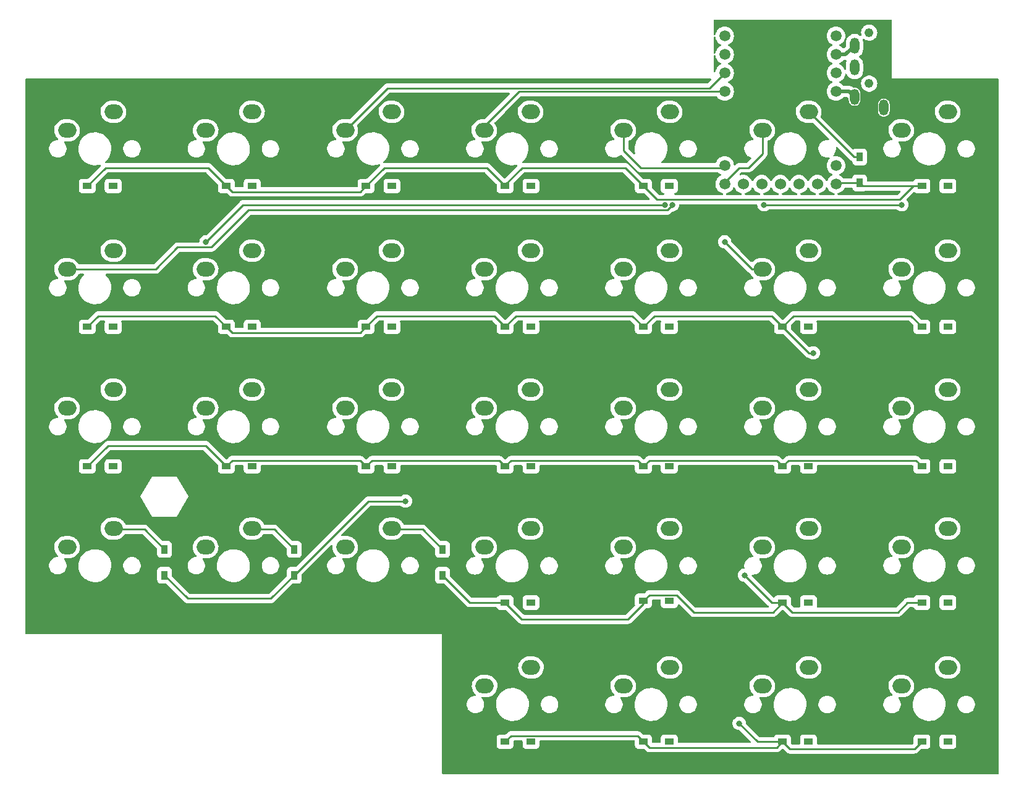
<source format=gbr>
%TF.GenerationSoftware,KiCad,Pcbnew,(7.0.0-0)*%
%TF.CreationDate,2023-04-02T12:13:52+09:00*%
%TF.ProjectId,11111_pcb,31313131-315f-4706-9362-2e6b69636164,rev?*%
%TF.SameCoordinates,Original*%
%TF.FileFunction,Copper,L2,Bot*%
%TF.FilePolarity,Positive*%
%FSLAX46Y46*%
G04 Gerber Fmt 4.6, Leading zero omitted, Abs format (unit mm)*
G04 Created by KiCad (PCBNEW (7.0.0-0)) date 2023-04-02 12:13:52*
%MOMM*%
%LPD*%
G01*
G04 APERTURE LIST*
G04 Aperture macros list*
%AMRoundRect*
0 Rectangle with rounded corners*
0 $1 Rounding radius*
0 $2 $3 $4 $5 $6 $7 $8 $9 X,Y pos of 4 corners*
0 Add a 4 corners polygon primitive as box body*
4,1,4,$2,$3,$4,$5,$6,$7,$8,$9,$2,$3,0*
0 Add four circle primitives for the rounded corners*
1,1,$1+$1,$2,$3*
1,1,$1+$1,$4,$5*
1,1,$1+$1,$6,$7*
1,1,$1+$1,$8,$9*
0 Add four rect primitives between the rounded corners*
20,1,$1+$1,$2,$3,$4,$5,0*
20,1,$1+$1,$4,$5,$6,$7,0*
20,1,$1+$1,$6,$7,$8,$9,0*
20,1,$1+$1,$8,$9,$2,$3,0*%
G04 Aperture macros list end*
%TA.AperFunction,ComponentPad*%
%ADD10O,2.500000X2.000000*%
%TD*%
%TA.AperFunction,SMDPad,CuDef*%
%ADD11R,1.300000X0.950000*%
%TD*%
%TA.AperFunction,SMDPad,CuDef*%
%ADD12R,0.950000X1.300000*%
%TD*%
%TA.AperFunction,WasherPad*%
%ADD13C,1.210000*%
%TD*%
%TA.AperFunction,ComponentPad*%
%ADD14O,1.300000X2.200000*%
%TD*%
%TA.AperFunction,ComponentPad*%
%ADD15RoundRect,0.756000X0.000000X-0.006000X0.000000X-0.006000X0.000000X0.006000X0.000000X0.006000X0*%
%TD*%
%TA.AperFunction,ComponentPad*%
%ADD16RoundRect,0.756000X0.006000X0.000000X0.006000X0.000000X-0.006000X0.000000X-0.006000X0.000000X0*%
%TD*%
%TA.AperFunction,ComponentPad*%
%ADD17RoundRect,0.756000X0.000000X0.006000X0.000000X0.006000X0.000000X-0.006000X0.000000X-0.006000X0*%
%TD*%
%TA.AperFunction,ViaPad*%
%ADD18C,0.800000*%
%TD*%
%TA.AperFunction,Conductor*%
%ADD19C,0.250000*%
%TD*%
%TA.AperFunction,Conductor*%
%ADD20C,0.500000*%
%TD*%
G04 APERTURE END LIST*
D10*
%TO.P,SW46,1,1*%
%TO.N,Col3*%
X92074999Y-92693799D03*
%TO.P,SW46,2,2*%
%TO.N,Net-(D46-A)*%
X98424999Y-90153799D03*
%TD*%
D11*
%TO.P,D33,1,K*%
%TO.N,Row2*%
X113879999Y-81589999D03*
%TO.P,D33,2,A*%
%TO.N,Net-(D33-A)*%
X117429999Y-81589999D03*
%TD*%
D12*
%TO.P,D43,1,K*%
%TO.N,Row3*%
X48264999Y-96519999D03*
%TO.P,D43,2,A*%
%TO.N,Net-(D43-A)*%
X48264999Y-92969999D03*
%TD*%
D11*
%TO.P,D60,1,K*%
%TO.N,Row4*%
X152024999Y-119339999D03*
%TO.P,D60,2,A*%
%TO.N,Net-(D60-A)*%
X155574999Y-119339999D03*
%TD*%
%TO.P,D18,1,K*%
%TO.N,Row1*%
X94939999Y-62459999D03*
%TO.P,D18,2,A*%
%TO.N,Net-(D18-A)*%
X98489999Y-62459999D03*
%TD*%
%TO.P,D16,1,K*%
%TO.N,Row1*%
X56739999Y-62459999D03*
%TO.P,D16,2,A*%
%TO.N,Net-(D16-A)*%
X60289999Y-62459999D03*
%TD*%
D12*
%TO.P,D6,1,K*%
%TO.N,Row0*%
X143509999Y-42719799D03*
%TO.P,D6,2,A*%
%TO.N,Net-(D6-A)*%
X143509999Y-39169799D03*
%TD*%
D11*
%TO.P,D17,1,K*%
%TO.N,Row1*%
X75889999Y-62459999D03*
%TO.P,D17,2,A*%
%TO.N,Net-(D17-A)*%
X79439999Y-62459999D03*
%TD*%
D13*
%TO.P,J1,*%
%TO.N,*%
X144818200Y-22100000D03*
X144818200Y-29100000D03*
D14*
%TO.P,J1,A*%
%TO.N,unconnected-(J1-PadA)*%
X146818199Y-32399999D03*
%TO.P,J1,B*%
%TO.N,GND*%
X142818199Y-23899999D03*
%TO.P,J1,C*%
%TO.N,DataLeft*%
X142818199Y-26899999D03*
%TO.P,J1,D*%
%TO.N,VCC*%
X142818199Y-30899999D03*
%TD*%
D11*
%TO.P,D21,1,K*%
%TO.N,Row1*%
X152024999Y-62459999D03*
%TO.P,D21,2,A*%
%TO.N,Net-(D21-A)*%
X155574999Y-62459999D03*
%TD*%
D10*
%TO.P,SW34,1,1*%
%TO.N,Col5*%
X130174999Y-73599999D03*
%TO.P,SW34,2,2*%
%TO.N,Net-(D34-A)*%
X136524999Y-71059999D03*
%TD*%
%TO.P,SW15,1,1*%
%TO.N,Col0*%
X34924999Y-54549999D03*
%TO.P,SW15,2,2*%
%TO.N,Net-(D15-A)*%
X41274999Y-52009999D03*
%TD*%
%TO.P,SW45,1,1*%
%TO.N,Col2*%
X73024999Y-92668399D03*
%TO.P,SW45,2,2*%
%TO.N,Net-(D45-A)*%
X79374999Y-90128399D03*
%TD*%
%TO.P,SW57,1,1*%
%TO.N,Col3*%
X92134999Y-111699999D03*
%TO.P,SW57,2,2*%
%TO.N,Net-(D57-A)*%
X98484999Y-109159999D03*
%TD*%
%TO.P,SW1,1,1*%
%TO.N,Col0*%
X34924999Y-35499999D03*
%TO.P,SW1,2,2*%
%TO.N,Net-(D1-A)*%
X41274999Y-32959999D03*
%TD*%
%TO.P,SW58,1,1*%
%TO.N,Col4*%
X111124999Y-111699999D03*
%TO.P,SW58,2,2*%
%TO.N,Net-(D58-A)*%
X117474999Y-109159999D03*
%TD*%
%TO.P,SW16,1,1*%
%TO.N,Col1*%
X53904999Y-54549999D03*
%TO.P,SW16,2,2*%
%TO.N,Net-(D16-A)*%
X60254999Y-52009999D03*
%TD*%
D11*
%TO.P,D58,1,K*%
%TO.N,Row4*%
X113879999Y-119339999D03*
%TO.P,D58,2,A*%
%TO.N,Net-(D58-A)*%
X117429999Y-119339999D03*
%TD*%
%TO.P,D32,1,K*%
%TO.N,Row2*%
X94939999Y-81589999D03*
%TO.P,D32,2,A*%
%TO.N,Net-(D32-A)*%
X98489999Y-81589999D03*
%TD*%
D10*
%TO.P,SW19,1,1*%
%TO.N,Col4*%
X111124999Y-54549999D03*
%TO.P,SW19,2,2*%
%TO.N,Net-(D19-A)*%
X117474999Y-52009999D03*
%TD*%
D11*
%TO.P,D35,1,K*%
%TO.N,Row2*%
X152024999Y-81589999D03*
%TO.P,D35,2,A*%
%TO.N,Net-(D35-A)*%
X155574999Y-81589999D03*
%TD*%
%TO.P,D46,1,K*%
%TO.N,Row3*%
X94939999Y-100269999D03*
%TO.P,D46,2,A*%
%TO.N,Net-(D46-A)*%
X98489999Y-100269999D03*
%TD*%
%TO.P,D34,1,K*%
%TO.N,Row2*%
X132949999Y-81589999D03*
%TO.P,D34,2,A*%
%TO.N,Net-(D34-A)*%
X136499999Y-81589999D03*
%TD*%
D10*
%TO.P,SW43,1,1*%
%TO.N,Col0*%
X34924999Y-92668399D03*
%TO.P,SW43,2,2*%
%TO.N,Net-(D43-A)*%
X41274999Y-90128399D03*
%TD*%
%TO.P,SW47,1,1*%
%TO.N,Col4*%
X111124999Y-92693799D03*
%TO.P,SW47,2,2*%
%TO.N,Net-(D47-A)*%
X117474999Y-90153799D03*
%TD*%
D11*
%TO.P,D2,1,K*%
%TO.N,Row0*%
X56739999Y-43139999D03*
%TO.P,D2,2,A*%
%TO.N,Net-(D2-A)*%
X60289999Y-43139999D03*
%TD*%
D10*
%TO.P,SW35,1,1*%
%TO.N,Col6*%
X149224999Y-73599999D03*
%TO.P,SW35,2,2*%
%TO.N,Net-(D35-A)*%
X155574999Y-71059999D03*
%TD*%
D11*
%TO.P,D31,1,K*%
%TO.N,Row2*%
X75889999Y-81589999D03*
%TO.P,D31,2,A*%
%TO.N,Net-(D31-A)*%
X79439999Y-81589999D03*
%TD*%
D10*
%TO.P,SW30,1,1*%
%TO.N,Col1*%
X53904999Y-73599999D03*
%TO.P,SW30,2,2*%
%TO.N,Net-(D30-A)*%
X60254999Y-71059999D03*
%TD*%
D11*
%TO.P,D59,1,K*%
%TO.N,Row4*%
X132949999Y-119339999D03*
%TO.P,D59,2,A*%
%TO.N,Net-(D59-A)*%
X136499999Y-119339999D03*
%TD*%
D10*
%TO.P,SW33,1,1*%
%TO.N,Col4*%
X111124999Y-73599999D03*
%TO.P,SW33,2,2*%
%TO.N,Net-(D33-A)*%
X117474999Y-71059999D03*
%TD*%
D11*
%TO.P,D5,1,K*%
%TO.N,Row0*%
X113879999Y-43139999D03*
%TO.P,D5,2,A*%
%TO.N,Net-(D5-A)*%
X117429999Y-43139999D03*
%TD*%
%TO.P,D4,1,K*%
%TO.N,Row0*%
X94939999Y-43139999D03*
%TO.P,D4,2,A*%
%TO.N,Net-(D4-A)*%
X98489999Y-43139999D03*
%TD*%
%TO.P,D7,1,K*%
%TO.N,Row0*%
X152024999Y-43139999D03*
%TO.P,D7,2,A*%
%TO.N,Net-(D7-A)*%
X155574999Y-43139999D03*
%TD*%
D10*
%TO.P,SW6,1,1*%
%TO.N,Col5*%
X130174999Y-35499999D03*
%TO.P,SW6,2,2*%
%TO.N,Net-(D6-A)*%
X136524999Y-32959999D03*
%TD*%
%TO.P,SW44,1,1*%
%TO.N,Col1*%
X53904999Y-92668399D03*
%TO.P,SW44,2,2*%
%TO.N,Net-(D44-A)*%
X60254999Y-90128399D03*
%TD*%
D11*
%TO.P,D57,1,K*%
%TO.N,Row4*%
X94939999Y-119339999D03*
%TO.P,D57,2,A*%
%TO.N,Net-(D57-A)*%
X98489999Y-119339999D03*
%TD*%
D12*
%TO.P,D44,1,K*%
%TO.N,Row3*%
X66039999Y-96519999D03*
%TO.P,D44,2,A*%
%TO.N,Net-(D44-A)*%
X66039999Y-92969999D03*
%TD*%
D11*
%TO.P,D20,1,K*%
%TO.N,Row1*%
X132949999Y-62459999D03*
%TO.P,D20,2,A*%
%TO.N,Net-(D20-A)*%
X136499999Y-62459999D03*
%TD*%
D10*
%TO.P,SW49,1,1*%
%TO.N,Col6*%
X149224999Y-92649999D03*
%TO.P,SW49,2,2*%
%TO.N,Net-(D49-A)*%
X155574999Y-90109999D03*
%TD*%
%TO.P,SW21,1,1*%
%TO.N,Col6*%
X149224999Y-54549999D03*
%TO.P,SW21,2,2*%
%TO.N,Net-(D21-A)*%
X155574999Y-52009999D03*
%TD*%
D11*
%TO.P,D30,1,K*%
%TO.N,Row2*%
X56739999Y-81589999D03*
%TO.P,D30,2,A*%
%TO.N,Net-(D30-A)*%
X60289999Y-81589999D03*
%TD*%
%TO.P,D49,1,K*%
%TO.N,Row3*%
X152024999Y-100269999D03*
%TO.P,D49,2,A*%
%TO.N,Net-(D49-A)*%
X155574999Y-100269999D03*
%TD*%
D10*
%TO.P,SW29,1,1*%
%TO.N,Col0*%
X34924999Y-73599999D03*
%TO.P,SW29,2,2*%
%TO.N,Net-(D29-A)*%
X41274999Y-71059999D03*
%TD*%
%TO.P,SW4,1,1*%
%TO.N,Col3*%
X92074999Y-35499999D03*
%TO.P,SW4,2,2*%
%TO.N,Net-(D4-A)*%
X98424999Y-32959999D03*
%TD*%
D12*
%TO.P,D45,1,K*%
%TO.N,Row3*%
X86359999Y-96519999D03*
%TO.P,D45,2,A*%
%TO.N,Net-(D45-A)*%
X86359999Y-92969999D03*
%TD*%
D11*
%TO.P,D19,1,K*%
%TO.N,Row1*%
X113879999Y-62459999D03*
%TO.P,D19,2,A*%
%TO.N,Net-(D19-A)*%
X117429999Y-62459999D03*
%TD*%
D10*
%TO.P,SW59,1,1*%
%TO.N,Col5*%
X130174999Y-111699999D03*
%TO.P,SW59,2,2*%
%TO.N,Net-(D59-A)*%
X136524999Y-109159999D03*
%TD*%
%TO.P,SW20,1,1*%
%TO.N,Col5*%
X130174999Y-54549999D03*
%TO.P,SW20,2,2*%
%TO.N,Net-(D20-A)*%
X136524999Y-52009999D03*
%TD*%
%TO.P,SW32,1,1*%
%TO.N,Col3*%
X92074999Y-73599999D03*
%TO.P,SW32,2,2*%
%TO.N,Net-(D32-A)*%
X98424999Y-71059999D03*
%TD*%
%TO.P,SW2,1,1*%
%TO.N,Col1*%
X53904999Y-35499999D03*
%TO.P,SW2,2,2*%
%TO.N,Net-(D2-A)*%
X60254999Y-32959999D03*
%TD*%
%TO.P,SW3,1,1*%
%TO.N,Col2*%
X73024999Y-35499999D03*
%TO.P,SW3,2,2*%
%TO.N,Net-(D3-A)*%
X79374999Y-32959999D03*
%TD*%
%TO.P,SW7,1,1*%
%TO.N,Col6*%
X149224999Y-35499999D03*
%TO.P,SW7,2,2*%
%TO.N,Net-(D7-A)*%
X155574999Y-32959999D03*
%TD*%
%TO.P,SW17,1,1*%
%TO.N,Col2*%
X73024999Y-54549999D03*
%TO.P,SW17,2,2*%
%TO.N,Net-(D17-A)*%
X79374999Y-52009999D03*
%TD*%
D11*
%TO.P,D3,1,K*%
%TO.N,Row0*%
X75889999Y-43139999D03*
%TO.P,D3,2,A*%
%TO.N,Net-(D3-A)*%
X79439999Y-43139999D03*
%TD*%
D10*
%TO.P,SW48,1,1*%
%TO.N,Col5*%
X130174999Y-92693799D03*
%TO.P,SW48,2,2*%
%TO.N,Net-(D48-A)*%
X136524999Y-90153799D03*
%TD*%
D11*
%TO.P,D48,1,K*%
%TO.N,Row3*%
X132949999Y-100269999D03*
%TO.P,D48,2,A*%
%TO.N,Net-(D48-A)*%
X136499999Y-100269999D03*
%TD*%
D10*
%TO.P,SW60,1,1*%
%TO.N,Col6*%
X149224999Y-111699999D03*
%TO.P,SW60,2,2*%
%TO.N,Net-(D60-A)*%
X155574999Y-109159999D03*
%TD*%
%TO.P,SW18,1,1*%
%TO.N,Col3*%
X92074999Y-54549999D03*
%TO.P,SW18,2,2*%
%TO.N,Net-(D18-A)*%
X98424999Y-52009999D03*
%TD*%
D11*
%TO.P,D47,1,K*%
%TO.N,Row3*%
X113879999Y-100019999D03*
%TO.P,D47,2,A*%
%TO.N,Net-(D47-A)*%
X117429999Y-100019999D03*
%TD*%
%TO.P,D29,1,K*%
%TO.N,Row2*%
X37689999Y-81589999D03*
%TO.P,D29,2,A*%
%TO.N,Net-(D29-A)*%
X41239999Y-81589999D03*
%TD*%
D10*
%TO.P,SW31,1,1*%
%TO.N,Col2*%
X73024999Y-73599999D03*
%TO.P,SW31,2,2*%
%TO.N,Net-(D31-A)*%
X79374999Y-71059999D03*
%TD*%
D11*
%TO.P,D15,1,K*%
%TO.N,Row1*%
X37689999Y-62459999D03*
%TO.P,D15,2,A*%
%TO.N,Net-(D15-A)*%
X41239999Y-62459999D03*
%TD*%
%TO.P,D1,1,K*%
%TO.N,Row0*%
X37689999Y-43139999D03*
%TO.P,D1,2,A*%
%TO.N,Net-(D1-A)*%
X41239999Y-43139999D03*
%TD*%
D10*
%TO.P,SW5,1,1*%
%TO.N,Col4*%
X111124999Y-35499999D03*
%TO.P,SW5,2,2*%
%TO.N,Net-(D5-A)*%
X117474999Y-32959999D03*
%TD*%
D15*
%TO.P,A1,1,GPIO0*%
%TO.N,Col0*%
X125012800Y-22555200D03*
%TO.P,A1,2,GPIO1*%
%TO.N,Col1*%
X125012800Y-25095200D03*
%TO.P,A1,3,GPIO2*%
%TO.N,Col2*%
X125012800Y-27635200D03*
%TO.P,A1,4,GPIO3*%
%TO.N,Col3*%
X125012800Y-30175200D03*
%TO.P,A1,8,GPIO7*%
%TO.N,Col4*%
X125012800Y-40335200D03*
%TO.P,A1,9,GPIO8*%
%TO.N,Col5*%
X125012800Y-42875200D03*
D16*
%TO.P,A1,10,GPIO9*%
%TO.N,Col6*%
X127558800Y-42881200D03*
%TO.P,A1,11,GPIO10*%
%TO.N,Row4*%
X130098800Y-42881200D03*
%TO.P,A1,12,GPIO11*%
%TO.N,Row3*%
X132638800Y-42881200D03*
%TO.P,A1,13,GPIO12*%
%TO.N,Row2*%
X135178800Y-42881200D03*
%TO.P,A1,14,GPIO13*%
%TO.N,Row1*%
X137718800Y-42881200D03*
D17*
%TO.P,A1,15,GPIO14*%
%TO.N,Row0*%
X140264800Y-42875200D03*
%TO.P,A1,16,GPIO15*%
%TO.N,DataLeft*%
X140264800Y-40335200D03*
%TO.P,A1,20,GPIO29*%
%TO.N,VCC*%
X140264800Y-30175200D03*
%TO.P,A1,21,3V3*%
%TO.N,unconnected-(A1-3V3-Pad21)*%
X140264800Y-27635200D03*
%TO.P,A1,22,5V*%
%TO.N,VCC*%
X140264800Y-22555200D03*
%TO.P,A1,23,GND*%
%TO.N,GND*%
X140264800Y-25095200D03*
%TD*%
D18*
%TO.N,Net-(D1-A)*%
X41240000Y-43140000D03*
%TO.N,Net-(D2-A)*%
X60290000Y-43140000D03*
%TO.N,Net-(D3-A)*%
X79440000Y-43140000D03*
%TO.N,Net-(D4-A)*%
X98490000Y-43140000D03*
%TO.N,Net-(D5-A)*%
X117430000Y-43140000D03*
%TO.N,Net-(D7-A)*%
X155575000Y-43140000D03*
%TO.N,Row1*%
X137160000Y-66040000D03*
%TO.N,Net-(D15-A)*%
X41240000Y-62460000D03*
%TO.N,Net-(D16-A)*%
X60290000Y-62460000D03*
%TO.N,Net-(D17-A)*%
X79440000Y-62460000D03*
%TO.N,Net-(D18-A)*%
X98490000Y-62460000D03*
%TO.N,Net-(D19-A)*%
X117430000Y-62460000D03*
%TO.N,Net-(D20-A)*%
X136500000Y-62460000D03*
%TO.N,Net-(D21-A)*%
X155575000Y-62460000D03*
%TO.N,Row2*%
X132950000Y-81590000D03*
%TO.N,Net-(D29-A)*%
X41240000Y-81590000D03*
%TO.N,Net-(D30-A)*%
X60290000Y-81590000D03*
%TO.N,Net-(D31-A)*%
X79440000Y-81590000D03*
%TO.N,Net-(D32-A)*%
X98490000Y-81590000D03*
%TO.N,Net-(D33-A)*%
X117430000Y-81590000D03*
%TO.N,Net-(D34-A)*%
X136500000Y-81590000D03*
%TO.N,Net-(D35-A)*%
X155575000Y-81590000D03*
%TO.N,Row3*%
X127724500Y-96520000D03*
X86360000Y-96520000D03*
X81280000Y-86360000D03*
%TO.N,Net-(D46-A)*%
X98490000Y-100270000D03*
%TO.N,Net-(D47-A)*%
X117430000Y-100020000D03*
%TO.N,Net-(D48-A)*%
X136500000Y-100270000D03*
%TO.N,Net-(D49-A)*%
X155575000Y-100270000D03*
%TO.N,Row4*%
X127000000Y-116840000D03*
%TO.N,Net-(D57-A)*%
X98490000Y-119340000D03*
%TO.N,Net-(D58-A)*%
X117430000Y-119340000D03*
%TO.N,Net-(D59-A)*%
X136500000Y-119340000D03*
%TO.N,Net-(D60-A)*%
X155575000Y-119340000D03*
%TO.N,Col0*%
X117852051Y-45732548D03*
%TO.N,Col1*%
X116840000Y-45720000D03*
X53960000Y-50800000D03*
%TO.N,Col5*%
X125018800Y-50800000D03*
%TO.N,Col6*%
X149280000Y-45720000D03*
X130403600Y-45720000D03*
%TD*%
D19*
%TO.N,Row1*%
X137160000Y-66040000D02*
X136530000Y-66040000D01*
X136530000Y-66040000D02*
X132950000Y-62460000D01*
%TO.N,Row0*%
X115735000Y-44995000D02*
X113880000Y-43140000D01*
X40190000Y-40640000D02*
X54240000Y-40640000D01*
X97270000Y-40640000D02*
X111380000Y-40640000D01*
X152025000Y-43140000D02*
X150834695Y-43140000D01*
X75890000Y-43140000D02*
X75090000Y-43940000D01*
X54240000Y-40640000D02*
X56740000Y-43140000D01*
X78390000Y-40640000D02*
X92440000Y-40640000D01*
X140414200Y-42719800D02*
X140258800Y-42875200D01*
X152025000Y-43140000D02*
X143930200Y-43140000D01*
X143510000Y-42719800D02*
X140414200Y-42719800D01*
X150834695Y-43140000D02*
X148979695Y-44995000D01*
X92440000Y-40640000D02*
X94940000Y-43140000D01*
X57540000Y-43940000D02*
X56740000Y-43140000D01*
X75890000Y-43140000D02*
X78390000Y-40640000D01*
X37690000Y-43140000D02*
X40190000Y-40640000D01*
X143930200Y-43140000D02*
X143510000Y-42719800D01*
X148979695Y-44995000D02*
X115735000Y-44995000D01*
X75090000Y-43940000D02*
X57540000Y-43940000D01*
X111380000Y-40640000D02*
X113880000Y-43140000D01*
X94940000Y-42970000D02*
X97270000Y-40640000D01*
X94940000Y-43140000D02*
X94940000Y-42970000D01*
%TO.N,Net-(D6-A)*%
X142734800Y-39169800D02*
X143510000Y-39169800D01*
X136525000Y-32960000D02*
X142734800Y-39169800D01*
%TO.N,Row1*%
X113880000Y-62460000D02*
X112380000Y-60960000D01*
X115380000Y-60960000D02*
X113880000Y-62460000D01*
X39190000Y-60960000D02*
X37690000Y-62460000D01*
X75890000Y-62460000D02*
X75090000Y-63260000D01*
X112380000Y-60960000D02*
X96440000Y-60960000D01*
X152025000Y-62460000D02*
X150525000Y-60960000D01*
X131450000Y-60960000D02*
X115380000Y-60960000D01*
X134450000Y-60960000D02*
X132950000Y-62460000D01*
X96440000Y-60960000D02*
X94940000Y-62460000D01*
X57540000Y-63260000D02*
X56740000Y-62460000D01*
X56740000Y-62460000D02*
X55240000Y-60960000D01*
X55240000Y-60960000D02*
X39190000Y-60960000D01*
X93440000Y-60960000D02*
X77390000Y-60960000D01*
X150525000Y-60960000D02*
X134450000Y-60960000D01*
X94940000Y-62460000D02*
X93440000Y-60960000D01*
X77390000Y-60960000D02*
X75890000Y-62460000D01*
X132950000Y-62460000D02*
X131450000Y-60960000D01*
X75090000Y-63260000D02*
X57540000Y-63260000D01*
%TO.N,Row2*%
X37690000Y-81590000D02*
X40540000Y-78740000D01*
X57540000Y-80790000D02*
X75090000Y-80790000D01*
X75890000Y-81590000D02*
X76690000Y-80790000D01*
X113880000Y-81590000D02*
X113080000Y-80790000D01*
X132950000Y-81590000D02*
X132150000Y-80790000D01*
X151225000Y-80790000D02*
X133750000Y-80790000D01*
X113080000Y-80790000D02*
X95740000Y-80790000D01*
X56740000Y-81590000D02*
X57540000Y-80790000D01*
X132150000Y-80790000D02*
X114680000Y-80790000D01*
X76690000Y-80790000D02*
X94140000Y-80790000D01*
X94140000Y-80790000D02*
X94940000Y-81590000D01*
X114680000Y-80790000D02*
X113880000Y-81590000D01*
X40540000Y-78740000D02*
X53890000Y-78740000D01*
X152025000Y-81590000D02*
X151225000Y-80790000D01*
X133750000Y-80790000D02*
X132950000Y-81590000D01*
X53890000Y-78740000D02*
X56740000Y-81590000D01*
X95740000Y-80790000D02*
X94940000Y-81590000D01*
X75090000Y-80790000D02*
X75890000Y-81590000D01*
%TO.N,Row3*%
X118405000Y-99220000D02*
X114680000Y-99220000D01*
X131474500Y-100270000D02*
X132950000Y-100270000D01*
X51455000Y-99710000D02*
X48265000Y-96520000D01*
X97230000Y-102560000D02*
X111760000Y-102560000D01*
X66040000Y-96520000D02*
X62850000Y-99710000D01*
X81280000Y-86360000D02*
X76200000Y-86360000D01*
X113880000Y-100440000D02*
X113880000Y-100020000D01*
X150051243Y-100270000D02*
X148721243Y-101600000D01*
X111760000Y-102560000D02*
X113880000Y-100440000D01*
X132950000Y-100270000D02*
X131620000Y-101600000D01*
X131620000Y-101600000D02*
X120785000Y-101600000D01*
X86360000Y-96520000D02*
X90110000Y-100270000D01*
X62850000Y-99710000D02*
X51455000Y-99710000D01*
X127724500Y-96520000D02*
X131474500Y-100270000D01*
X90110000Y-100270000D02*
X94940000Y-100270000D01*
X94940000Y-100270000D02*
X97230000Y-102560000D01*
X148721243Y-101600000D02*
X134280000Y-101600000D01*
X120785000Y-101600000D02*
X118405000Y-99220000D01*
X76200000Y-86360000D02*
X66040000Y-96520000D01*
X114680000Y-99220000D02*
X113880000Y-100020000D01*
X152025000Y-100270000D02*
X150051243Y-100270000D01*
X134280000Y-101600000D02*
X132950000Y-100270000D01*
%TO.N,Net-(D43-A)*%
X41275000Y-90230000D02*
X45525000Y-90230000D01*
X45525000Y-90230000D02*
X48265000Y-92970000D01*
%TO.N,Net-(D44-A)*%
X60255000Y-90230000D02*
X63300000Y-90230000D01*
X63300000Y-90230000D02*
X66040000Y-92970000D01*
%TO.N,Net-(D45-A)*%
X79375000Y-90230000D02*
X83620000Y-90230000D01*
X83620000Y-90230000D02*
X86360000Y-92970000D01*
%TO.N,Row4*%
X114680000Y-120140000D02*
X113880000Y-119340000D01*
X133950000Y-120340000D02*
X132950000Y-119340000D01*
X127000000Y-116840000D02*
X129500000Y-119340000D01*
X152025000Y-119340000D02*
X151025000Y-120340000D01*
X95740000Y-118540000D02*
X94940000Y-119340000D01*
X129500000Y-119340000D02*
X132950000Y-119340000D01*
X132150000Y-120140000D02*
X114680000Y-120140000D01*
X132950000Y-119340000D02*
X132150000Y-120140000D01*
X113080000Y-118540000D02*
X95740000Y-118540000D01*
X151025000Y-120340000D02*
X133950000Y-120340000D01*
X113880000Y-119340000D02*
X113080000Y-118540000D01*
D20*
%TO.N,GND*%
X140258800Y-25095200D02*
X141597600Y-25095200D01*
X141597600Y-25095200D02*
X142792800Y-23900000D01*
%TO.N,VCC*%
X142068000Y-30175200D02*
X142792800Y-30900000D01*
X140258800Y-30175200D02*
X142068000Y-30175200D01*
D19*
%TO.N,Col0*%
X50075000Y-51525000D02*
X47050000Y-54550000D01*
X117852051Y-45732548D02*
X117139599Y-46445000D01*
X117139599Y-46445000D02*
X59787652Y-46445000D01*
X47050000Y-54550000D02*
X34925000Y-54550000D01*
X54707652Y-51525000D02*
X50075000Y-51525000D01*
X59787652Y-46445000D02*
X54707652Y-51525000D01*
%TO.N,Col1*%
X116840000Y-45720000D02*
X59040000Y-45720000D01*
X59040000Y-45720000D02*
X53960000Y-50800000D01*
%TO.N,Col2*%
X78799800Y-29725200D02*
X73025000Y-35500000D01*
X122928800Y-29725200D02*
X78799800Y-29725200D01*
X125018800Y-27635200D02*
X122928800Y-29725200D01*
%TO.N,Col3*%
X96824800Y-30175200D02*
X92075000Y-34925000D01*
X125018800Y-30175200D02*
X96824800Y-30175200D01*
X92075000Y-34925000D02*
X92075000Y-35500000D01*
%TO.N,Col4*%
X111180000Y-38271878D02*
X111180000Y-35555000D01*
X111180000Y-35555000D02*
X111125000Y-35500000D01*
X125018800Y-40335200D02*
X124714000Y-40640000D01*
X124714000Y-40640000D02*
X113548122Y-40640000D01*
X113548122Y-40640000D02*
X111180000Y-38271878D01*
%TO.N,Col5*%
X128275000Y-40640000D02*
X127000000Y-40640000D01*
X128768800Y-54550000D02*
X130175000Y-54550000D01*
X127000000Y-40640000D02*
X125018800Y-42621200D01*
X125018800Y-50800000D02*
X128768800Y-54550000D01*
X130175000Y-35500000D02*
X130230000Y-35555000D01*
X130230000Y-35555000D02*
X130230000Y-38685000D01*
X130230000Y-38685000D02*
X128275000Y-40640000D01*
X125018800Y-42621200D02*
X125018800Y-42875200D01*
%TO.N,Col6*%
X130403600Y-45720000D02*
X149280000Y-45720000D01*
%TD*%
%TA.AperFunction,NonConductor*%
G36*
X123686312Y-22662763D02*
G01*
X123734322Y-22700285D01*
X123758502Y-22755777D01*
X123758820Y-22759811D01*
X123760094Y-22764870D01*
X123760095Y-22764871D01*
X123813075Y-22975132D01*
X123813077Y-22975140D01*
X123814435Y-22980526D01*
X123908567Y-23187763D01*
X123911739Y-23192342D01*
X123911740Y-23192343D01*
X124035014Y-23370280D01*
X124035019Y-23370286D01*
X124038190Y-23374863D01*
X124199137Y-23535810D01*
X124203714Y-23538981D01*
X124203719Y-23538985D01*
X124324184Y-23622443D01*
X124386237Y-23665433D01*
X124489420Y-23712301D01*
X124534036Y-23746589D01*
X124558904Y-23797065D01*
X124558904Y-23853335D01*
X124534036Y-23903811D01*
X124489420Y-23938099D01*
X124391312Y-23982662D01*
X124386237Y-23984967D01*
X124381661Y-23988136D01*
X124381656Y-23988140D01*
X124203719Y-24111414D01*
X124203707Y-24111423D01*
X124199137Y-24114590D01*
X124195200Y-24118526D01*
X124195194Y-24118532D01*
X124042132Y-24271594D01*
X124042126Y-24271600D01*
X124038190Y-24275537D01*
X124035023Y-24280107D01*
X124035014Y-24280119D01*
X123911740Y-24458056D01*
X123911736Y-24458061D01*
X123908567Y-24462637D01*
X123906263Y-24467708D01*
X123906262Y-24467711D01*
X123862623Y-24563786D01*
X123814435Y-24669874D01*
X123813078Y-24675255D01*
X123813075Y-24675267D01*
X123762957Y-24874170D01*
X123758820Y-24890589D01*
X123758502Y-24894622D01*
X123734322Y-24950115D01*
X123686312Y-24987637D01*
X123626225Y-24997760D01*
X123568571Y-24978039D01*
X123527271Y-24933236D01*
X123512300Y-24874170D01*
X123512300Y-22776230D01*
X123527271Y-22717164D01*
X123568571Y-22672361D01*
X123626225Y-22652640D01*
X123686312Y-22662763D01*
G37*
%TD.AperFunction*%
%TA.AperFunction,NonConductor*%
G36*
X123686312Y-25202763D02*
G01*
X123734322Y-25240285D01*
X123758502Y-25295777D01*
X123758820Y-25299811D01*
X123760094Y-25304870D01*
X123760095Y-25304871D01*
X123813075Y-25515132D01*
X123813077Y-25515140D01*
X123814435Y-25520526D01*
X123908567Y-25727763D01*
X123911739Y-25732342D01*
X123911740Y-25732343D01*
X124035014Y-25910280D01*
X124035019Y-25910286D01*
X124038190Y-25914863D01*
X124199137Y-26075810D01*
X124203714Y-26078981D01*
X124203719Y-26078985D01*
X124324184Y-26162443D01*
X124386237Y-26205433D01*
X124489420Y-26252301D01*
X124534036Y-26286589D01*
X124558904Y-26337065D01*
X124558904Y-26393335D01*
X124534036Y-26443811D01*
X124489420Y-26478099D01*
X124391312Y-26522662D01*
X124386237Y-26524967D01*
X124381661Y-26528136D01*
X124381656Y-26528140D01*
X124203719Y-26651414D01*
X124203707Y-26651423D01*
X124199137Y-26654590D01*
X124195200Y-26658526D01*
X124195194Y-26658532D01*
X124042132Y-26811594D01*
X124042126Y-26811600D01*
X124038190Y-26815537D01*
X124035023Y-26820107D01*
X124035014Y-26820119D01*
X123911740Y-26998056D01*
X123911736Y-26998061D01*
X123908567Y-27002637D01*
X123906264Y-27007707D01*
X123906262Y-27007711D01*
X123831651Y-27171973D01*
X123814435Y-27209874D01*
X123813078Y-27215255D01*
X123813075Y-27215267D01*
X123764910Y-27406420D01*
X123758820Y-27430589D01*
X123758502Y-27434622D01*
X123734322Y-27490115D01*
X123686312Y-27527637D01*
X123626225Y-27537760D01*
X123568571Y-27518039D01*
X123527271Y-27473236D01*
X123512300Y-27414170D01*
X123512300Y-25316230D01*
X123527271Y-25257164D01*
X123568571Y-25212361D01*
X123626225Y-25192640D01*
X123686312Y-25202763D01*
G37*
%TD.AperFunction*%
%TA.AperFunction,NonConductor*%
G36*
X147867100Y-20337113D02*
G01*
X147912487Y-20382500D01*
X147929100Y-20444500D01*
X147929100Y-28399901D01*
X147929059Y-28400000D01*
X147929100Y-28400099D01*
X147929217Y-28400383D01*
X147929600Y-28400541D01*
X147929699Y-28400500D01*
X162436000Y-28400500D01*
X162498000Y-28417113D01*
X162543387Y-28462500D01*
X162560000Y-28524500D01*
X162560000Y-123675500D01*
X162543387Y-123737500D01*
X162498000Y-123782887D01*
X162436000Y-123799500D01*
X86423500Y-123799500D01*
X86361500Y-123782887D01*
X86316113Y-123737500D01*
X86299500Y-123675500D01*
X86299500Y-119863638D01*
X93781500Y-119863638D01*
X93788011Y-119924201D01*
X93790717Y-119931458D01*
X93790719Y-119931463D01*
X93836011Y-120052894D01*
X93839111Y-120061204D01*
X93926739Y-120178261D01*
X94043796Y-120265889D01*
X94180799Y-120316989D01*
X94241362Y-120323500D01*
X95635328Y-120323500D01*
X95638638Y-120323500D01*
X95699201Y-120316989D01*
X95836204Y-120265889D01*
X95953261Y-120178261D01*
X96040889Y-120061204D01*
X96091989Y-119924201D01*
X96098500Y-119863638D01*
X96098500Y-119297500D01*
X96115113Y-119235500D01*
X96160500Y-119190113D01*
X96222500Y-119173500D01*
X97207500Y-119173500D01*
X97269500Y-119190113D01*
X97314887Y-119235500D01*
X97331500Y-119297500D01*
X97331500Y-119863638D01*
X97338011Y-119924201D01*
X97340717Y-119931458D01*
X97340719Y-119931463D01*
X97386011Y-120052894D01*
X97389111Y-120061204D01*
X97476739Y-120178261D01*
X97593796Y-120265889D01*
X97730799Y-120316989D01*
X97791362Y-120323500D01*
X99185328Y-120323500D01*
X99188638Y-120323500D01*
X99249201Y-120316989D01*
X99386204Y-120265889D01*
X99503261Y-120178261D01*
X99590889Y-120061204D01*
X99641989Y-119924201D01*
X99648500Y-119863638D01*
X99648500Y-119297500D01*
X99665113Y-119235500D01*
X99710500Y-119190113D01*
X99772500Y-119173500D01*
X112597500Y-119173500D01*
X112659500Y-119190113D01*
X112704887Y-119235500D01*
X112721500Y-119297500D01*
X112721500Y-119863638D01*
X112728011Y-119924201D01*
X112730717Y-119931458D01*
X112730719Y-119931463D01*
X112776011Y-120052894D01*
X112779111Y-120061204D01*
X112866739Y-120178261D01*
X112983796Y-120265889D01*
X113120799Y-120316989D01*
X113181362Y-120323500D01*
X113916233Y-120323500D01*
X113963686Y-120332939D01*
X114003914Y-120359819D01*
X114176301Y-120532205D01*
X114183898Y-120540553D01*
X114188000Y-120547018D01*
X114193690Y-120552361D01*
X114237651Y-120593643D01*
X114240448Y-120596353D01*
X114260230Y-120616135D01*
X114263306Y-120618521D01*
X114263503Y-120618674D01*
X114272383Y-120626259D01*
X114285974Y-120639022D01*
X114304679Y-120656586D01*
X114322565Y-120666418D01*
X114338829Y-120677102D01*
X114348792Y-120684831D01*
X114348795Y-120684833D01*
X114354959Y-120689614D01*
X114362122Y-120692713D01*
X114362123Y-120692714D01*
X114395616Y-120707207D01*
X114406112Y-120712348D01*
X114444940Y-120733695D01*
X114464716Y-120738772D01*
X114483123Y-120745075D01*
X114494691Y-120750081D01*
X114494692Y-120750081D01*
X114501855Y-120753181D01*
X114545621Y-120760112D01*
X114557041Y-120762477D01*
X114599970Y-120773500D01*
X114620385Y-120773500D01*
X114639783Y-120775027D01*
X114659943Y-120778220D01*
X114698476Y-120774577D01*
X114704058Y-120774050D01*
X114715727Y-120773500D01*
X132071154Y-120773500D01*
X132082437Y-120774031D01*
X132089909Y-120775702D01*
X132158017Y-120773560D01*
X132161913Y-120773500D01*
X132185958Y-120773500D01*
X132189856Y-120773500D01*
X132193724Y-120773011D01*
X132193947Y-120772983D01*
X132205608Y-120772064D01*
X132249889Y-120770673D01*
X132269490Y-120764977D01*
X132288541Y-120761032D01*
X132308797Y-120758474D01*
X132342638Y-120745075D01*
X132349993Y-120742163D01*
X132361043Y-120738379D01*
X132403593Y-120726018D01*
X132421165Y-120715625D01*
X132438632Y-120707068D01*
X132457617Y-120699552D01*
X132493475Y-120673498D01*
X132503223Y-120667096D01*
X132541362Y-120644542D01*
X132555793Y-120630110D01*
X132570588Y-120617472D01*
X132587107Y-120605472D01*
X132615360Y-120571317D01*
X132623193Y-120562709D01*
X132826087Y-120359816D01*
X132866314Y-120332939D01*
X132913766Y-120323500D01*
X132986234Y-120323500D01*
X133033687Y-120332939D01*
X133073915Y-120359819D01*
X133446294Y-120732198D01*
X133453896Y-120740551D01*
X133458000Y-120747018D01*
X133487827Y-120775027D01*
X133507667Y-120793658D01*
X133510465Y-120796369D01*
X133530231Y-120816135D01*
X133533310Y-120818523D01*
X133533486Y-120818660D01*
X133542376Y-120826252D01*
X133574679Y-120856586D01*
X133592570Y-120866421D01*
X133608827Y-120877101D01*
X133618796Y-120884833D01*
X133624960Y-120889614D01*
X133632116Y-120892710D01*
X133632115Y-120892710D01*
X133665618Y-120907208D01*
X133676111Y-120912348D01*
X133714940Y-120933695D01*
X133734718Y-120938773D01*
X133753120Y-120945074D01*
X133762997Y-120949347D01*
X133771855Y-120953181D01*
X133815621Y-120960112D01*
X133827041Y-120962477D01*
X133869970Y-120973500D01*
X133890385Y-120973500D01*
X133909783Y-120975027D01*
X133929943Y-120978220D01*
X133968476Y-120974577D01*
X133974058Y-120974050D01*
X133985727Y-120973500D01*
X150946154Y-120973500D01*
X150957437Y-120974031D01*
X150964909Y-120975702D01*
X151033017Y-120973560D01*
X151036913Y-120973500D01*
X151060958Y-120973500D01*
X151064856Y-120973500D01*
X151068724Y-120973011D01*
X151068947Y-120972983D01*
X151080608Y-120972064D01*
X151124889Y-120970673D01*
X151144490Y-120964977D01*
X151163541Y-120961032D01*
X151183797Y-120958474D01*
X151217640Y-120945074D01*
X151224993Y-120942163D01*
X151236043Y-120938379D01*
X151278593Y-120926018D01*
X151296165Y-120915625D01*
X151313632Y-120907068D01*
X151332617Y-120899552D01*
X151368475Y-120873498D01*
X151378223Y-120867096D01*
X151416362Y-120844542D01*
X151430793Y-120830110D01*
X151445588Y-120817472D01*
X151462107Y-120805472D01*
X151490360Y-120771318D01*
X151498203Y-120762699D01*
X151901086Y-120359818D01*
X151941313Y-120332939D01*
X151988766Y-120323500D01*
X152720328Y-120323500D01*
X152723638Y-120323500D01*
X152784201Y-120316989D01*
X152921204Y-120265889D01*
X153038261Y-120178261D01*
X153125889Y-120061204D01*
X153176989Y-119924201D01*
X153183500Y-119863638D01*
X154416500Y-119863638D01*
X154423011Y-119924201D01*
X154425717Y-119931458D01*
X154425719Y-119931463D01*
X154471011Y-120052894D01*
X154474111Y-120061204D01*
X154561739Y-120178261D01*
X154678796Y-120265889D01*
X154815799Y-120316989D01*
X154876362Y-120323500D01*
X156270328Y-120323500D01*
X156273638Y-120323500D01*
X156334201Y-120316989D01*
X156471204Y-120265889D01*
X156588261Y-120178261D01*
X156675889Y-120061204D01*
X156726989Y-119924201D01*
X156733500Y-119863638D01*
X156733500Y-118816362D01*
X156726989Y-118755799D01*
X156675889Y-118618796D01*
X156588261Y-118501739D01*
X156471204Y-118414111D01*
X156462896Y-118411012D01*
X156462894Y-118411011D01*
X156341463Y-118365719D01*
X156341458Y-118365717D01*
X156334201Y-118363011D01*
X156326497Y-118362182D01*
X156326494Y-118362182D01*
X156276924Y-118356853D01*
X156276918Y-118356852D01*
X156273638Y-118356500D01*
X154876362Y-118356500D01*
X154873082Y-118356852D01*
X154873075Y-118356853D01*
X154823505Y-118362182D01*
X154823500Y-118362182D01*
X154815799Y-118363011D01*
X154808543Y-118365717D01*
X154808536Y-118365719D01*
X154687105Y-118411011D01*
X154687099Y-118411013D01*
X154678796Y-118414111D01*
X154671698Y-118419423D01*
X154671695Y-118419426D01*
X154568835Y-118496426D01*
X154568831Y-118496429D01*
X154561739Y-118501739D01*
X154556429Y-118508831D01*
X154556426Y-118508835D01*
X154479426Y-118611695D01*
X154479423Y-118611698D01*
X154474111Y-118618796D01*
X154471013Y-118627099D01*
X154471011Y-118627105D01*
X154425719Y-118748536D01*
X154425717Y-118748543D01*
X154423011Y-118755799D01*
X154422182Y-118763500D01*
X154422182Y-118763505D01*
X154416853Y-118813075D01*
X154416500Y-118816362D01*
X154416500Y-119863638D01*
X153183500Y-119863638D01*
X153183500Y-118816362D01*
X153176989Y-118755799D01*
X153125889Y-118618796D01*
X153038261Y-118501739D01*
X152921204Y-118414111D01*
X152912896Y-118411012D01*
X152912894Y-118411011D01*
X152791463Y-118365719D01*
X152791458Y-118365717D01*
X152784201Y-118363011D01*
X152776497Y-118362182D01*
X152776494Y-118362182D01*
X152726924Y-118356853D01*
X152726918Y-118356852D01*
X152723638Y-118356500D01*
X151326362Y-118356500D01*
X151323082Y-118356852D01*
X151323075Y-118356853D01*
X151273505Y-118362182D01*
X151273500Y-118362182D01*
X151265799Y-118363011D01*
X151258543Y-118365717D01*
X151258536Y-118365719D01*
X151137105Y-118411011D01*
X151137099Y-118411013D01*
X151128796Y-118414111D01*
X151121698Y-118419423D01*
X151121695Y-118419426D01*
X151018835Y-118496426D01*
X151018831Y-118496429D01*
X151011739Y-118501739D01*
X151006429Y-118508831D01*
X151006426Y-118508835D01*
X150929426Y-118611695D01*
X150929423Y-118611698D01*
X150924111Y-118618796D01*
X150921013Y-118627099D01*
X150921011Y-118627105D01*
X150875719Y-118748536D01*
X150875717Y-118748543D01*
X150873011Y-118755799D01*
X150872182Y-118763500D01*
X150872182Y-118763505D01*
X150866853Y-118813075D01*
X150866500Y-118816362D01*
X150866500Y-118819672D01*
X150866500Y-119551233D01*
X150857061Y-119598686D01*
X150830181Y-119638914D01*
X150798914Y-119670181D01*
X150758686Y-119697061D01*
X150711233Y-119706500D01*
X137782500Y-119706500D01*
X137720500Y-119689887D01*
X137675113Y-119644500D01*
X137658500Y-119582500D01*
X137658500Y-118819672D01*
X137658500Y-118816362D01*
X137651989Y-118755799D01*
X137600889Y-118618796D01*
X137513261Y-118501739D01*
X137396204Y-118414111D01*
X137387896Y-118411012D01*
X137387894Y-118411011D01*
X137266463Y-118365719D01*
X137266458Y-118365717D01*
X137259201Y-118363011D01*
X137251497Y-118362182D01*
X137251494Y-118362182D01*
X137201924Y-118356853D01*
X137201918Y-118356852D01*
X137198638Y-118356500D01*
X135801362Y-118356500D01*
X135798082Y-118356852D01*
X135798075Y-118356853D01*
X135748505Y-118362182D01*
X135748500Y-118362182D01*
X135740799Y-118363011D01*
X135733543Y-118365717D01*
X135733536Y-118365719D01*
X135612105Y-118411011D01*
X135612099Y-118411013D01*
X135603796Y-118414111D01*
X135596698Y-118419423D01*
X135596695Y-118419426D01*
X135493835Y-118496426D01*
X135493831Y-118496429D01*
X135486739Y-118501739D01*
X135481429Y-118508831D01*
X135481426Y-118508835D01*
X135404426Y-118611695D01*
X135404423Y-118611698D01*
X135399111Y-118618796D01*
X135396013Y-118627099D01*
X135396011Y-118627105D01*
X135350719Y-118748536D01*
X135350717Y-118748543D01*
X135348011Y-118755799D01*
X135347182Y-118763500D01*
X135347182Y-118763505D01*
X135341853Y-118813075D01*
X135341500Y-118816362D01*
X135341500Y-118819672D01*
X135341500Y-119582500D01*
X135324887Y-119644500D01*
X135279500Y-119689887D01*
X135217500Y-119706500D01*
X134263766Y-119706500D01*
X134216313Y-119697061D01*
X134176085Y-119670181D01*
X134144819Y-119638915D01*
X134117939Y-119598687D01*
X134108500Y-119551234D01*
X134108500Y-118819672D01*
X134108500Y-118816362D01*
X134101989Y-118755799D01*
X134050889Y-118618796D01*
X133963261Y-118501739D01*
X133846204Y-118414111D01*
X133837896Y-118411012D01*
X133837894Y-118411011D01*
X133716463Y-118365719D01*
X133716458Y-118365717D01*
X133709201Y-118363011D01*
X133701497Y-118362182D01*
X133701494Y-118362182D01*
X133651924Y-118356853D01*
X133651918Y-118356852D01*
X133648638Y-118356500D01*
X132251362Y-118356500D01*
X132248082Y-118356852D01*
X132248075Y-118356853D01*
X132198505Y-118362182D01*
X132198500Y-118362182D01*
X132190799Y-118363011D01*
X132183543Y-118365717D01*
X132183536Y-118365719D01*
X132062105Y-118411011D01*
X132062099Y-118411013D01*
X132053796Y-118414111D01*
X132046698Y-118419423D01*
X132046695Y-118419426D01*
X131943835Y-118496426D01*
X131943831Y-118496429D01*
X131936739Y-118501739D01*
X131931429Y-118508831D01*
X131931426Y-118508835D01*
X131854426Y-118611695D01*
X131854423Y-118611698D01*
X131849111Y-118618796D01*
X131846012Y-118627104D01*
X131841761Y-118634890D01*
X131841057Y-118634505D01*
X131820047Y-118668070D01*
X131779117Y-118696488D01*
X131730304Y-118706500D01*
X129813766Y-118706500D01*
X129766313Y-118697061D01*
X129726085Y-118670181D01*
X127946621Y-116890716D01*
X127922381Y-116856418D01*
X127910981Y-116815996D01*
X127894221Y-116656532D01*
X127894220Y-116656531D01*
X127893542Y-116650072D01*
X127834527Y-116468444D01*
X127739040Y-116303056D01*
X127611253Y-116161134D01*
X127606003Y-116157319D01*
X127605999Y-116157316D01*
X127462006Y-116052699D01*
X127462004Y-116052697D01*
X127456752Y-116048882D01*
X127450821Y-116046241D01*
X127450817Y-116046239D01*
X127288226Y-115973849D01*
X127288219Y-115973846D01*
X127282288Y-115971206D01*
X127275935Y-115969855D01*
X127275927Y-115969853D01*
X127101849Y-115932852D01*
X127101846Y-115932851D01*
X127095487Y-115931500D01*
X126904513Y-115931500D01*
X126898154Y-115932851D01*
X126898150Y-115932852D01*
X126724072Y-115969853D01*
X126724061Y-115969856D01*
X126717712Y-115971206D01*
X126711782Y-115973845D01*
X126711773Y-115973849D01*
X126549182Y-116046239D01*
X126549174Y-116046243D01*
X126543248Y-116048882D01*
X126537999Y-116052695D01*
X126537993Y-116052699D01*
X126394000Y-116157316D01*
X126393991Y-116157323D01*
X126388747Y-116161134D01*
X126384403Y-116165957D01*
X126384400Y-116165961D01*
X126307832Y-116250999D01*
X126260960Y-116303056D01*
X126257714Y-116308676D01*
X126257711Y-116308682D01*
X126168721Y-116462817D01*
X126168718Y-116462822D01*
X126165473Y-116468444D01*
X126163467Y-116474616D01*
X126163465Y-116474622D01*
X126108465Y-116643892D01*
X126108463Y-116643901D01*
X126106458Y-116650072D01*
X126105780Y-116656522D01*
X126105778Y-116656532D01*
X126089019Y-116815996D01*
X126086496Y-116840000D01*
X126087175Y-116846460D01*
X126105778Y-117023467D01*
X126105779Y-117023475D01*
X126106458Y-117029928D01*
X126108463Y-117036100D01*
X126108465Y-117036107D01*
X126163465Y-117205377D01*
X126165473Y-117211556D01*
X126260960Y-117376944D01*
X126388747Y-117518866D01*
X126393997Y-117522680D01*
X126394000Y-117522683D01*
X126536863Y-117626479D01*
X126543248Y-117631118D01*
X126717712Y-117708794D01*
X126724070Y-117710145D01*
X126724072Y-117710146D01*
X126760874Y-117717968D01*
X126904513Y-117748500D01*
X126961234Y-117748500D01*
X127008687Y-117757939D01*
X127048915Y-117784819D01*
X128558914Y-119294819D01*
X128589164Y-119344182D01*
X128593706Y-119401898D01*
X128571551Y-119455385D01*
X128527528Y-119492985D01*
X128471233Y-119506500D01*
X118712500Y-119506500D01*
X118650500Y-119489887D01*
X118605113Y-119444500D01*
X118588500Y-119382500D01*
X118588500Y-118819672D01*
X118588500Y-118816362D01*
X118581989Y-118755799D01*
X118530889Y-118618796D01*
X118443261Y-118501739D01*
X118326204Y-118414111D01*
X118317896Y-118411012D01*
X118317894Y-118411011D01*
X118196463Y-118365719D01*
X118196458Y-118365717D01*
X118189201Y-118363011D01*
X118181497Y-118362182D01*
X118181494Y-118362182D01*
X118131924Y-118356853D01*
X118131918Y-118356852D01*
X118128638Y-118356500D01*
X116731362Y-118356500D01*
X116728082Y-118356852D01*
X116728075Y-118356853D01*
X116678505Y-118362182D01*
X116678500Y-118362182D01*
X116670799Y-118363011D01*
X116663543Y-118365717D01*
X116663536Y-118365719D01*
X116542105Y-118411011D01*
X116542099Y-118411013D01*
X116533796Y-118414111D01*
X116526698Y-118419423D01*
X116526695Y-118419426D01*
X116423835Y-118496426D01*
X116423831Y-118496429D01*
X116416739Y-118501739D01*
X116411429Y-118508831D01*
X116411426Y-118508835D01*
X116334426Y-118611695D01*
X116334423Y-118611698D01*
X116329111Y-118618796D01*
X116326013Y-118627099D01*
X116326011Y-118627105D01*
X116280719Y-118748536D01*
X116280717Y-118748543D01*
X116278011Y-118755799D01*
X116277182Y-118763500D01*
X116277182Y-118763505D01*
X116271853Y-118813075D01*
X116271500Y-118816362D01*
X116271500Y-118819672D01*
X116271500Y-119382500D01*
X116254887Y-119444500D01*
X116209500Y-119489887D01*
X116147500Y-119506500D01*
X115162500Y-119506500D01*
X115100500Y-119489887D01*
X115055113Y-119444500D01*
X115038500Y-119382500D01*
X115038500Y-118819672D01*
X115038500Y-118816362D01*
X115031989Y-118755799D01*
X114980889Y-118618796D01*
X114893261Y-118501739D01*
X114776204Y-118414111D01*
X114767896Y-118411012D01*
X114767894Y-118411011D01*
X114646463Y-118365719D01*
X114646458Y-118365717D01*
X114639201Y-118363011D01*
X114631497Y-118362182D01*
X114631494Y-118362182D01*
X114581924Y-118356853D01*
X114581918Y-118356852D01*
X114578638Y-118356500D01*
X114575328Y-118356500D01*
X113843767Y-118356500D01*
X113796314Y-118347061D01*
X113756086Y-118320181D01*
X113583697Y-118147793D01*
X113576102Y-118139446D01*
X113572000Y-118132982D01*
X113522331Y-118086340D01*
X113519534Y-118083629D01*
X113502527Y-118066622D01*
X113499770Y-118063865D01*
X113496486Y-118061317D01*
X113487624Y-118053746D01*
X113461009Y-118028754D01*
X113461003Y-118028749D01*
X113455321Y-118023414D01*
X113448488Y-118019658D01*
X113448482Y-118019653D01*
X113437429Y-118013576D01*
X113421174Y-118002899D01*
X113411209Y-117995170D01*
X113411206Y-117995168D01*
X113405041Y-117990386D01*
X113368487Y-117974568D01*
X113364376Y-117972789D01*
X113353884Y-117967649D01*
X113321896Y-117950063D01*
X113321894Y-117950062D01*
X113315060Y-117946305D01*
X113295284Y-117941227D01*
X113276881Y-117934926D01*
X113265309Y-117929918D01*
X113265301Y-117929915D01*
X113258145Y-117926819D01*
X113250440Y-117925598D01*
X113250438Y-117925598D01*
X113214381Y-117919887D01*
X113202955Y-117917521D01*
X113160030Y-117906500D01*
X113152228Y-117906500D01*
X113139615Y-117906500D01*
X113120217Y-117904973D01*
X113107766Y-117903001D01*
X113100057Y-117901780D01*
X113092291Y-117902514D01*
X113092288Y-117902514D01*
X113055942Y-117905950D01*
X113044273Y-117906500D01*
X95818847Y-117906500D01*
X95807562Y-117905968D01*
X95800091Y-117904298D01*
X95792293Y-117904543D01*
X95731969Y-117906439D01*
X95728074Y-117906500D01*
X95700144Y-117906500D01*
X95696289Y-117906986D01*
X95696255Y-117906989D01*
X95696024Y-117907019D01*
X95684405Y-117907933D01*
X95647905Y-117909080D01*
X95647897Y-117909081D01*
X95640111Y-117909326D01*
X95632625Y-117911500D01*
X95632622Y-117911501D01*
X95620499Y-117915023D01*
X95601461Y-117918965D01*
X95588946Y-117920546D01*
X95588933Y-117920549D01*
X95581203Y-117921526D01*
X95573957Y-117924394D01*
X95573948Y-117924397D01*
X95540004Y-117937836D01*
X95528961Y-117941617D01*
X95493896Y-117951805D01*
X95493888Y-117951808D01*
X95486407Y-117953982D01*
X95479695Y-117957950D01*
X95479695Y-117957951D01*
X95468834Y-117964374D01*
X95451370Y-117972929D01*
X95439636Y-117977575D01*
X95439629Y-117977578D01*
X95432383Y-117980448D01*
X95426079Y-117985027D01*
X95426068Y-117985034D01*
X95396534Y-118006491D01*
X95386776Y-118012901D01*
X95355355Y-118031483D01*
X95355341Y-118031493D01*
X95348638Y-118035458D01*
X95343122Y-118040973D01*
X95343119Y-118040976D01*
X95334197Y-118049897D01*
X95319414Y-118062523D01*
X95309206Y-118069940D01*
X95309200Y-118069944D01*
X95302893Y-118074528D01*
X95297924Y-118080534D01*
X95297919Y-118080539D01*
X95274642Y-118108675D01*
X95266782Y-118117312D01*
X95063912Y-118320183D01*
X95023687Y-118347061D01*
X94976234Y-118356500D01*
X94241362Y-118356500D01*
X94238082Y-118356852D01*
X94238075Y-118356853D01*
X94188505Y-118362182D01*
X94188500Y-118362182D01*
X94180799Y-118363011D01*
X94173543Y-118365717D01*
X94173536Y-118365719D01*
X94052105Y-118411011D01*
X94052099Y-118411013D01*
X94043796Y-118414111D01*
X94036698Y-118419423D01*
X94036695Y-118419426D01*
X93933835Y-118496426D01*
X93933831Y-118496429D01*
X93926739Y-118501739D01*
X93921429Y-118508831D01*
X93921426Y-118508835D01*
X93844426Y-118611695D01*
X93844423Y-118611698D01*
X93839111Y-118618796D01*
X93836013Y-118627099D01*
X93836011Y-118627105D01*
X93790719Y-118748536D01*
X93790717Y-118748543D01*
X93788011Y-118755799D01*
X93787182Y-118763500D01*
X93787182Y-118763505D01*
X93781853Y-118813075D01*
X93781500Y-118816362D01*
X93781500Y-119863638D01*
X86299500Y-119863638D01*
X86299500Y-114351243D01*
X89664500Y-114351243D01*
X89665551Y-114356869D01*
X89665552Y-114356872D01*
X89704328Y-114564302D01*
X89705382Y-114569940D01*
X89707452Y-114575285D01*
X89707453Y-114575286D01*
X89724463Y-114619195D01*
X89785753Y-114777401D01*
X89788771Y-114782275D01*
X89866777Y-114908261D01*
X89902876Y-114966562D01*
X89906736Y-114970796D01*
X90048897Y-115126740D01*
X90048901Y-115126744D01*
X90052764Y-115130981D01*
X90057337Y-115134434D01*
X90057341Y-115134438D01*
X90130168Y-115189434D01*
X90230311Y-115265058D01*
X90429472Y-115364229D01*
X90643464Y-115425115D01*
X90809497Y-115440500D01*
X90917631Y-115440500D01*
X90920503Y-115440500D01*
X91086536Y-115425115D01*
X91300528Y-115364229D01*
X91499689Y-115265058D01*
X91677236Y-115130981D01*
X91827124Y-114966562D01*
X91944247Y-114777401D01*
X92024618Y-114569940D01*
X92065500Y-114351243D01*
X92065500Y-114315369D01*
X93690723Y-114315369D01*
X93691137Y-114319490D01*
X93691138Y-114319501D01*
X93720466Y-114611034D01*
X93720467Y-114611044D01*
X93720882Y-114615162D01*
X93790731Y-114908261D01*
X93899023Y-115189434D01*
X93901007Y-115193055D01*
X93901013Y-115193067D01*
X93970692Y-115320214D01*
X94043825Y-115453665D01*
X94046281Y-115456998D01*
X94046284Y-115457003D01*
X94137722Y-115581103D01*
X94222554Y-115696238D01*
X94432020Y-115912824D01*
X94551737Y-116007363D01*
X94665230Y-116096988D01*
X94665234Y-116096990D01*
X94668485Y-116099558D01*
X94927730Y-116253109D01*
X94931534Y-116254722D01*
X94931538Y-116254724D01*
X95034133Y-116298228D01*
X95205128Y-116370736D01*
X95495729Y-116450340D01*
X95794347Y-116490500D01*
X96018162Y-116490500D01*
X96020244Y-116490500D01*
X96245634Y-116475412D01*
X96540903Y-116415396D01*
X96825537Y-116316560D01*
X97094459Y-116180668D01*
X97342869Y-116010144D01*
X97566333Y-115808032D01*
X97760865Y-115577939D01*
X97922993Y-115323970D01*
X98049823Y-115050658D01*
X98139093Y-114762879D01*
X98189209Y-114465770D01*
X98193038Y-114351243D01*
X99824500Y-114351243D01*
X99825551Y-114356869D01*
X99825552Y-114356872D01*
X99864328Y-114564302D01*
X99865382Y-114569940D01*
X99867452Y-114575285D01*
X99867453Y-114575286D01*
X99884463Y-114619195D01*
X99945753Y-114777401D01*
X99948771Y-114782275D01*
X100026777Y-114908261D01*
X100062876Y-114966562D01*
X100066736Y-114970796D01*
X100208897Y-115126740D01*
X100208901Y-115126744D01*
X100212764Y-115130981D01*
X100217337Y-115134434D01*
X100217341Y-115134438D01*
X100290168Y-115189434D01*
X100390311Y-115265058D01*
X100589472Y-115364229D01*
X100803464Y-115425115D01*
X100969497Y-115440500D01*
X101077631Y-115440500D01*
X101080503Y-115440500D01*
X101246536Y-115425115D01*
X101460528Y-115364229D01*
X101659689Y-115265058D01*
X101837236Y-115130981D01*
X101987124Y-114966562D01*
X102104247Y-114777401D01*
X102184618Y-114569940D01*
X102225500Y-114351243D01*
X108654500Y-114351243D01*
X108655551Y-114356869D01*
X108655552Y-114356872D01*
X108694328Y-114564302D01*
X108695382Y-114569940D01*
X108697452Y-114575285D01*
X108697453Y-114575286D01*
X108714463Y-114619195D01*
X108775753Y-114777401D01*
X108778771Y-114782275D01*
X108856777Y-114908261D01*
X108892876Y-114966562D01*
X108896736Y-114970796D01*
X109038897Y-115126740D01*
X109038901Y-115126744D01*
X109042764Y-115130981D01*
X109047337Y-115134434D01*
X109047341Y-115134438D01*
X109120168Y-115189434D01*
X109220311Y-115265058D01*
X109419472Y-115364229D01*
X109633464Y-115425115D01*
X109799497Y-115440500D01*
X109907631Y-115440500D01*
X109910503Y-115440500D01*
X110076536Y-115425115D01*
X110290528Y-115364229D01*
X110489689Y-115265058D01*
X110667236Y-115130981D01*
X110817124Y-114966562D01*
X110934247Y-114777401D01*
X111014618Y-114569940D01*
X111055500Y-114351243D01*
X111055500Y-114315369D01*
X112680723Y-114315369D01*
X112681137Y-114319490D01*
X112681138Y-114319501D01*
X112710466Y-114611034D01*
X112710467Y-114611044D01*
X112710882Y-114615162D01*
X112780731Y-114908261D01*
X112889023Y-115189434D01*
X112891007Y-115193055D01*
X112891013Y-115193067D01*
X112960692Y-115320214D01*
X113033825Y-115453665D01*
X113036281Y-115456998D01*
X113036284Y-115457003D01*
X113127722Y-115581103D01*
X113212554Y-115696238D01*
X113422020Y-115912824D01*
X113541737Y-116007363D01*
X113655230Y-116096988D01*
X113655234Y-116096990D01*
X113658485Y-116099558D01*
X113917730Y-116253109D01*
X113921534Y-116254722D01*
X113921538Y-116254724D01*
X114024133Y-116298228D01*
X114195128Y-116370736D01*
X114485729Y-116450340D01*
X114784347Y-116490500D01*
X115008162Y-116490500D01*
X115010244Y-116490500D01*
X115235634Y-116475412D01*
X115530903Y-116415396D01*
X115815537Y-116316560D01*
X116084459Y-116180668D01*
X116332869Y-116010144D01*
X116556333Y-115808032D01*
X116750865Y-115577939D01*
X116912993Y-115323970D01*
X117039823Y-115050658D01*
X117129093Y-114762879D01*
X117179209Y-114465770D01*
X117183038Y-114351243D01*
X118814500Y-114351243D01*
X118815551Y-114356869D01*
X118815552Y-114356872D01*
X118854328Y-114564302D01*
X118855382Y-114569940D01*
X118857452Y-114575285D01*
X118857453Y-114575286D01*
X118874463Y-114619195D01*
X118935753Y-114777401D01*
X118938771Y-114782275D01*
X119016777Y-114908261D01*
X119052876Y-114966562D01*
X119056736Y-114970796D01*
X119198897Y-115126740D01*
X119198901Y-115126744D01*
X119202764Y-115130981D01*
X119207337Y-115134434D01*
X119207341Y-115134438D01*
X119280168Y-115189434D01*
X119380311Y-115265058D01*
X119579472Y-115364229D01*
X119793464Y-115425115D01*
X119959497Y-115440500D01*
X120067631Y-115440500D01*
X120070503Y-115440500D01*
X120236536Y-115425115D01*
X120450528Y-115364229D01*
X120649689Y-115265058D01*
X120827236Y-115130981D01*
X120977124Y-114966562D01*
X121094247Y-114777401D01*
X121174618Y-114569940D01*
X121215500Y-114351243D01*
X127704500Y-114351243D01*
X127705551Y-114356869D01*
X127705552Y-114356872D01*
X127744328Y-114564302D01*
X127745382Y-114569940D01*
X127747452Y-114575285D01*
X127747453Y-114575286D01*
X127764463Y-114619195D01*
X127825753Y-114777401D01*
X127828771Y-114782275D01*
X127906777Y-114908261D01*
X127942876Y-114966562D01*
X127946736Y-114970796D01*
X128088897Y-115126740D01*
X128088901Y-115126744D01*
X128092764Y-115130981D01*
X128097337Y-115134434D01*
X128097341Y-115134438D01*
X128170168Y-115189434D01*
X128270311Y-115265058D01*
X128469472Y-115364229D01*
X128683464Y-115425115D01*
X128849497Y-115440500D01*
X128957631Y-115440500D01*
X128960503Y-115440500D01*
X129126536Y-115425115D01*
X129340528Y-115364229D01*
X129539689Y-115265058D01*
X129717236Y-115130981D01*
X129867124Y-114966562D01*
X129984247Y-114777401D01*
X130064618Y-114569940D01*
X130105500Y-114351243D01*
X130105500Y-114315369D01*
X131730723Y-114315369D01*
X131731137Y-114319490D01*
X131731138Y-114319501D01*
X131760466Y-114611034D01*
X131760467Y-114611044D01*
X131760882Y-114615162D01*
X131830731Y-114908261D01*
X131939023Y-115189434D01*
X131941007Y-115193055D01*
X131941013Y-115193067D01*
X132010692Y-115320214D01*
X132083825Y-115453665D01*
X132086281Y-115456998D01*
X132086284Y-115457003D01*
X132177722Y-115581103D01*
X132262554Y-115696238D01*
X132472020Y-115912824D01*
X132591737Y-116007363D01*
X132705230Y-116096988D01*
X132705234Y-116096990D01*
X132708485Y-116099558D01*
X132967730Y-116253109D01*
X132971534Y-116254722D01*
X132971538Y-116254724D01*
X133074133Y-116298228D01*
X133245128Y-116370736D01*
X133535729Y-116450340D01*
X133834347Y-116490500D01*
X134058162Y-116490500D01*
X134060244Y-116490500D01*
X134285634Y-116475412D01*
X134580903Y-116415396D01*
X134865537Y-116316560D01*
X135134459Y-116180668D01*
X135382869Y-116010144D01*
X135606333Y-115808032D01*
X135800865Y-115577939D01*
X135962993Y-115323970D01*
X136089823Y-115050658D01*
X136179093Y-114762879D01*
X136229209Y-114465770D01*
X136233038Y-114351243D01*
X137864500Y-114351243D01*
X137865551Y-114356869D01*
X137865552Y-114356872D01*
X137904328Y-114564302D01*
X137905382Y-114569940D01*
X137907452Y-114575285D01*
X137907453Y-114575286D01*
X137924463Y-114619195D01*
X137985753Y-114777401D01*
X137988771Y-114782275D01*
X138066777Y-114908261D01*
X138102876Y-114966562D01*
X138106736Y-114970796D01*
X138248897Y-115126740D01*
X138248901Y-115126744D01*
X138252764Y-115130981D01*
X138257337Y-115134434D01*
X138257341Y-115134438D01*
X138330168Y-115189434D01*
X138430311Y-115265058D01*
X138629472Y-115364229D01*
X138843464Y-115425115D01*
X139009497Y-115440500D01*
X139117631Y-115440500D01*
X139120503Y-115440500D01*
X139286536Y-115425115D01*
X139500528Y-115364229D01*
X139699689Y-115265058D01*
X139877236Y-115130981D01*
X140027124Y-114966562D01*
X140144247Y-114777401D01*
X140224618Y-114569940D01*
X140265500Y-114351243D01*
X146754500Y-114351243D01*
X146755551Y-114356869D01*
X146755552Y-114356872D01*
X146794328Y-114564302D01*
X146795382Y-114569940D01*
X146797452Y-114575285D01*
X146797453Y-114575286D01*
X146814463Y-114619195D01*
X146875753Y-114777401D01*
X146878771Y-114782275D01*
X146956777Y-114908261D01*
X146992876Y-114966562D01*
X146996736Y-114970796D01*
X147138897Y-115126740D01*
X147138901Y-115126744D01*
X147142764Y-115130981D01*
X147147337Y-115134434D01*
X147147341Y-115134438D01*
X147220168Y-115189434D01*
X147320311Y-115265058D01*
X147519472Y-115364229D01*
X147733464Y-115425115D01*
X147899497Y-115440500D01*
X148007631Y-115440500D01*
X148010503Y-115440500D01*
X148176536Y-115425115D01*
X148390528Y-115364229D01*
X148589689Y-115265058D01*
X148767236Y-115130981D01*
X148917124Y-114966562D01*
X149034247Y-114777401D01*
X149114618Y-114569940D01*
X149155500Y-114351243D01*
X149155500Y-114315369D01*
X150780723Y-114315369D01*
X150781137Y-114319490D01*
X150781138Y-114319501D01*
X150810466Y-114611034D01*
X150810467Y-114611044D01*
X150810882Y-114615162D01*
X150880731Y-114908261D01*
X150989023Y-115189434D01*
X150991007Y-115193055D01*
X150991013Y-115193067D01*
X151060692Y-115320214D01*
X151133825Y-115453665D01*
X151136281Y-115456998D01*
X151136284Y-115457003D01*
X151227722Y-115581103D01*
X151312554Y-115696238D01*
X151522020Y-115912824D01*
X151641737Y-116007363D01*
X151755230Y-116096988D01*
X151755234Y-116096990D01*
X151758485Y-116099558D01*
X152017730Y-116253109D01*
X152021534Y-116254722D01*
X152021538Y-116254724D01*
X152124133Y-116298228D01*
X152295128Y-116370736D01*
X152585729Y-116450340D01*
X152884347Y-116490500D01*
X153108162Y-116490500D01*
X153110244Y-116490500D01*
X153335634Y-116475412D01*
X153630903Y-116415396D01*
X153915537Y-116316560D01*
X154184459Y-116180668D01*
X154432869Y-116010144D01*
X154656333Y-115808032D01*
X154850865Y-115577939D01*
X155012993Y-115323970D01*
X155139823Y-115050658D01*
X155229093Y-114762879D01*
X155279209Y-114465770D01*
X155283038Y-114351243D01*
X156914500Y-114351243D01*
X156915551Y-114356869D01*
X156915552Y-114356872D01*
X156954328Y-114564302D01*
X156955382Y-114569940D01*
X156957452Y-114575285D01*
X156957453Y-114575286D01*
X156974463Y-114619195D01*
X157035753Y-114777401D01*
X157038771Y-114782275D01*
X157116777Y-114908261D01*
X157152876Y-114966562D01*
X157156736Y-114970796D01*
X157298897Y-115126740D01*
X157298901Y-115126744D01*
X157302764Y-115130981D01*
X157307337Y-115134434D01*
X157307341Y-115134438D01*
X157380168Y-115189434D01*
X157480311Y-115265058D01*
X157679472Y-115364229D01*
X157893464Y-115425115D01*
X158059497Y-115440500D01*
X158167631Y-115440500D01*
X158170503Y-115440500D01*
X158336536Y-115425115D01*
X158550528Y-115364229D01*
X158749689Y-115265058D01*
X158927236Y-115130981D01*
X159077124Y-114966562D01*
X159194247Y-114777401D01*
X159274618Y-114569940D01*
X159315500Y-114351243D01*
X159315500Y-114128757D01*
X159274618Y-113910060D01*
X159194247Y-113702599D01*
X159077124Y-113513438D01*
X158988332Y-113416038D01*
X158931102Y-113353259D01*
X158931097Y-113353255D01*
X158927236Y-113349019D01*
X158922663Y-113345566D01*
X158922658Y-113345561D01*
X158754261Y-113218394D01*
X158754256Y-113218391D01*
X158749689Y-113214942D01*
X158744563Y-113212389D01*
X158744559Y-113212387D01*
X158555658Y-113118325D01*
X158555653Y-113118323D01*
X158550528Y-113115771D01*
X158545021Y-113114204D01*
X158545013Y-113114201D01*
X158342050Y-113056454D01*
X158342051Y-113056454D01*
X158336536Y-113054885D01*
X158330828Y-113054356D01*
X158173363Y-113039765D01*
X158173362Y-113039764D01*
X158170503Y-113039500D01*
X158059497Y-113039500D01*
X158056638Y-113039764D01*
X158056636Y-113039765D01*
X157899171Y-113054356D01*
X157899169Y-113054356D01*
X157893464Y-113054885D01*
X157887950Y-113056453D01*
X157887949Y-113056454D01*
X157684986Y-113114201D01*
X157684975Y-113114205D01*
X157679472Y-113115771D01*
X157674349Y-113118321D01*
X157674341Y-113118325D01*
X157485440Y-113212387D01*
X157485431Y-113212392D01*
X157480311Y-113214942D01*
X157475748Y-113218387D01*
X157475738Y-113218394D01*
X157307341Y-113345561D01*
X157307330Y-113345570D01*
X157302764Y-113349019D01*
X157298907Y-113353249D01*
X157298897Y-113353259D01*
X157156736Y-113509203D01*
X157156732Y-113509207D01*
X157152876Y-113513438D01*
X157149864Y-113518301D01*
X157149859Y-113518309D01*
X157038771Y-113697724D01*
X157035753Y-113702599D01*
X157033685Y-113707936D01*
X157033683Y-113707941D01*
X156972901Y-113864838D01*
X156955382Y-113910060D01*
X156954328Y-113915694D01*
X156954328Y-113915697D01*
X156936672Y-114010150D01*
X156914500Y-114128757D01*
X156914500Y-114351243D01*
X155283038Y-114351243D01*
X155289277Y-114164631D01*
X155259118Y-113864838D01*
X155189269Y-113571739D01*
X155080977Y-113290566D01*
X155027953Y-113193810D01*
X155009307Y-113159785D01*
X154936175Y-113026335D01*
X154757446Y-112783762D01*
X154547980Y-112567176D01*
X154402366Y-112452186D01*
X154314769Y-112383011D01*
X154314762Y-112383006D01*
X154311515Y-112380442D01*
X154307954Y-112378332D01*
X154307947Y-112378328D01*
X154055831Y-112229000D01*
X154055828Y-112228998D01*
X154052270Y-112226891D01*
X154048471Y-112225280D01*
X154048461Y-112225275D01*
X153778681Y-112110879D01*
X153778678Y-112110878D01*
X153774872Y-112109264D01*
X153770885Y-112108172D01*
X153770877Y-112108169D01*
X153488278Y-112030757D01*
X153488269Y-112030755D01*
X153484271Y-112029660D01*
X153480164Y-112029107D01*
X153480156Y-112029106D01*
X153189754Y-111990051D01*
X153189746Y-111990050D01*
X153185653Y-111989500D01*
X152959756Y-111989500D01*
X152957682Y-111989638D01*
X152957677Y-111989639D01*
X152738498Y-112004311D01*
X152738492Y-112004311D01*
X152734366Y-112004588D01*
X152730309Y-112005412D01*
X152730306Y-112005413D01*
X152443165Y-112063777D01*
X152443162Y-112063777D01*
X152439097Y-112064604D01*
X152435183Y-112065963D01*
X152435176Y-112065965D01*
X152158375Y-112162081D01*
X152158367Y-112162084D01*
X152154463Y-112163440D01*
X152150771Y-112165305D01*
X152150763Y-112165309D01*
X151889242Y-112297461D01*
X151889232Y-112297466D01*
X151885541Y-112299332D01*
X151882130Y-112301672D01*
X151882124Y-112301677D01*
X151640548Y-112467509D01*
X151640534Y-112467519D01*
X151637131Y-112469856D01*
X151634066Y-112472627D01*
X151634056Y-112472636D01*
X151416741Y-112669187D01*
X151416735Y-112669192D01*
X151413667Y-112671968D01*
X151410998Y-112675123D01*
X151410991Y-112675132D01*
X151221810Y-112898896D01*
X151221804Y-112898903D01*
X151219135Y-112902061D01*
X151216912Y-112905542D01*
X151216904Y-112905554D01*
X151059233Y-113152542D01*
X151059229Y-113152549D01*
X151057007Y-113156030D01*
X151055267Y-113159779D01*
X151055264Y-113159785D01*
X150931922Y-113425580D01*
X150931918Y-113425589D01*
X150930177Y-113429342D01*
X150928951Y-113433291D01*
X150928949Y-113433299D01*
X150842134Y-113713165D01*
X150840907Y-113717121D01*
X150840218Y-113721199D01*
X150840218Y-113721204D01*
X150815990Y-113864838D01*
X150790791Y-114014230D01*
X150790653Y-114018353D01*
X150790652Y-114018365D01*
X150780861Y-114311222D01*
X150780861Y-114311231D01*
X150780723Y-114315369D01*
X149155500Y-114315369D01*
X149155500Y-114128757D01*
X149114618Y-113910060D01*
X149034247Y-113702599D01*
X148917124Y-113513438D01*
X148828331Y-113416037D01*
X148800703Y-113366434D01*
X148798080Y-113309715D01*
X148821015Y-113257773D01*
X148864697Y-113221500D01*
X148919969Y-113208500D01*
X149533312Y-113208500D01*
X149535797Y-113208500D01*
X149717768Y-113193810D01*
X149954248Y-113135523D01*
X150178316Y-113040056D01*
X150384168Y-112909883D01*
X150566474Y-112748375D01*
X150720510Y-112559714D01*
X150842289Y-112348787D01*
X150928656Y-112121057D01*
X150977374Y-111882421D01*
X150987181Y-111639061D01*
X150957823Y-111397280D01*
X150890061Y-111163338D01*
X150785650Y-110943296D01*
X150647293Y-110742852D01*
X150478575Y-110567198D01*
X150283865Y-110420883D01*
X150164021Y-110357984D01*
X150072626Y-110310016D01*
X150072622Y-110310014D01*
X150068205Y-110307696D01*
X150063467Y-110306114D01*
X150063462Y-110306112D01*
X149841922Y-110232151D01*
X149841916Y-110232149D01*
X149837182Y-110230569D01*
X149832255Y-110229768D01*
X149832250Y-110229767D01*
X149601715Y-110192302D01*
X149601712Y-110192301D01*
X149596779Y-110191500D01*
X148914203Y-110191500D01*
X148911748Y-110191698D01*
X148911727Y-110191699D01*
X148737208Y-110205788D01*
X148737204Y-110205788D01*
X148732232Y-110206190D01*
X148727394Y-110207382D01*
X148727384Y-110207384D01*
X148500598Y-110263282D01*
X148500591Y-110263284D01*
X148495752Y-110264477D01*
X148491165Y-110266431D01*
X148491157Y-110266434D01*
X148276282Y-110357984D01*
X148276272Y-110357989D01*
X148271684Y-110359944D01*
X148267474Y-110362606D01*
X148267463Y-110362612D01*
X148070051Y-110487448D01*
X148070042Y-110487454D01*
X148065832Y-110490117D01*
X148062105Y-110493418D01*
X148062094Y-110493427D01*
X147887265Y-110648312D01*
X147887261Y-110648315D01*
X147883526Y-110651625D01*
X147880368Y-110655492D01*
X147880364Y-110655497D01*
X147732651Y-110836413D01*
X147732644Y-110836422D01*
X147729490Y-110840286D01*
X147726997Y-110844603D01*
X147726990Y-110844614D01*
X147610213Y-111046877D01*
X147610206Y-111046890D01*
X147607711Y-111051213D01*
X147521344Y-111278943D01*
X147520346Y-111283826D01*
X147520344Y-111283837D01*
X147473625Y-111512683D01*
X147473624Y-111512689D01*
X147472626Y-111517579D01*
X147472425Y-111522563D01*
X147472424Y-111522573D01*
X147463020Y-111755936D01*
X147463020Y-111755943D01*
X147462819Y-111760939D01*
X147463422Y-111765905D01*
X147491573Y-111997753D01*
X147491575Y-111997763D01*
X147492177Y-112002720D01*
X147493568Y-112007522D01*
X147493569Y-112007527D01*
X147558547Y-112231858D01*
X147558549Y-112231863D01*
X147559939Y-112236662D01*
X147562077Y-112241168D01*
X147562081Y-112241178D01*
X147627160Y-112378328D01*
X147664350Y-112456704D01*
X147802707Y-112657148D01*
X147806161Y-112660744D01*
X147806166Y-112660750D01*
X147886612Y-112744502D01*
X147924321Y-112783762D01*
X147969564Y-112830864D01*
X148001555Y-112891599D01*
X147996336Y-112960045D01*
X147955505Y-113015227D01*
X147891577Y-113040233D01*
X147739170Y-113054356D01*
X147739167Y-113054356D01*
X147733464Y-113054885D01*
X147727950Y-113056453D01*
X147727949Y-113056454D01*
X147524986Y-113114201D01*
X147524975Y-113114205D01*
X147519472Y-113115771D01*
X147514349Y-113118321D01*
X147514341Y-113118325D01*
X147325440Y-113212387D01*
X147325431Y-113212392D01*
X147320311Y-113214942D01*
X147315748Y-113218387D01*
X147315738Y-113218394D01*
X147147341Y-113345561D01*
X147147330Y-113345570D01*
X147142764Y-113349019D01*
X147138907Y-113353249D01*
X147138897Y-113353259D01*
X146996736Y-113509203D01*
X146996732Y-113509207D01*
X146992876Y-113513438D01*
X146989864Y-113518301D01*
X146989859Y-113518309D01*
X146878771Y-113697724D01*
X146875753Y-113702599D01*
X146873685Y-113707936D01*
X146873683Y-113707941D01*
X146812901Y-113864838D01*
X146795382Y-113910060D01*
X146794328Y-113915694D01*
X146794328Y-113915697D01*
X146776672Y-114010150D01*
X146754500Y-114128757D01*
X146754500Y-114351243D01*
X140265500Y-114351243D01*
X140265500Y-114128757D01*
X140224618Y-113910060D01*
X140144247Y-113702599D01*
X140027124Y-113513438D01*
X139938332Y-113416038D01*
X139881102Y-113353259D01*
X139881097Y-113353255D01*
X139877236Y-113349019D01*
X139872663Y-113345566D01*
X139872658Y-113345561D01*
X139704261Y-113218394D01*
X139704256Y-113218391D01*
X139699689Y-113214942D01*
X139694563Y-113212389D01*
X139694559Y-113212387D01*
X139505658Y-113118325D01*
X139505653Y-113118323D01*
X139500528Y-113115771D01*
X139495021Y-113114204D01*
X139495013Y-113114201D01*
X139292050Y-113056454D01*
X139292051Y-113056454D01*
X139286536Y-113054885D01*
X139280828Y-113054356D01*
X139123363Y-113039765D01*
X139123362Y-113039764D01*
X139120503Y-113039500D01*
X139009497Y-113039500D01*
X139006638Y-113039764D01*
X139006636Y-113039765D01*
X138849171Y-113054356D01*
X138849169Y-113054356D01*
X138843464Y-113054885D01*
X138837950Y-113056453D01*
X138837949Y-113056454D01*
X138634986Y-113114201D01*
X138634975Y-113114205D01*
X138629472Y-113115771D01*
X138624349Y-113118321D01*
X138624341Y-113118325D01*
X138435440Y-113212387D01*
X138435431Y-113212392D01*
X138430311Y-113214942D01*
X138425748Y-113218387D01*
X138425738Y-113218394D01*
X138257341Y-113345561D01*
X138257330Y-113345570D01*
X138252764Y-113349019D01*
X138248907Y-113353249D01*
X138248897Y-113353259D01*
X138106736Y-113509203D01*
X138106732Y-113509207D01*
X138102876Y-113513438D01*
X138099864Y-113518301D01*
X138099859Y-113518309D01*
X137988771Y-113697724D01*
X137985753Y-113702599D01*
X137983685Y-113707936D01*
X137983683Y-113707941D01*
X137922901Y-113864838D01*
X137905382Y-113910060D01*
X137904328Y-113915694D01*
X137904328Y-113915697D01*
X137886672Y-114010150D01*
X137864500Y-114128757D01*
X137864500Y-114351243D01*
X136233038Y-114351243D01*
X136239277Y-114164631D01*
X136209118Y-113864838D01*
X136139269Y-113571739D01*
X136030977Y-113290566D01*
X135977953Y-113193810D01*
X135959307Y-113159785D01*
X135886175Y-113026335D01*
X135707446Y-112783762D01*
X135497980Y-112567176D01*
X135352366Y-112452186D01*
X135264769Y-112383011D01*
X135264762Y-112383006D01*
X135261515Y-112380442D01*
X135257954Y-112378332D01*
X135257947Y-112378328D01*
X135005831Y-112229000D01*
X135005828Y-112228998D01*
X135002270Y-112226891D01*
X134998471Y-112225280D01*
X134998461Y-112225275D01*
X134728681Y-112110879D01*
X134728678Y-112110878D01*
X134724872Y-112109264D01*
X134720885Y-112108172D01*
X134720877Y-112108169D01*
X134438278Y-112030757D01*
X134438269Y-112030755D01*
X134434271Y-112029660D01*
X134430164Y-112029107D01*
X134430156Y-112029106D01*
X134139754Y-111990051D01*
X134139746Y-111990050D01*
X134135653Y-111989500D01*
X133909756Y-111989500D01*
X133907682Y-111989638D01*
X133907677Y-111989639D01*
X133688498Y-112004311D01*
X133688492Y-112004311D01*
X133684366Y-112004588D01*
X133680309Y-112005412D01*
X133680306Y-112005413D01*
X133393165Y-112063777D01*
X133393162Y-112063777D01*
X133389097Y-112064604D01*
X133385183Y-112065963D01*
X133385176Y-112065965D01*
X133108375Y-112162081D01*
X133108367Y-112162084D01*
X133104463Y-112163440D01*
X133100771Y-112165305D01*
X133100763Y-112165309D01*
X132839242Y-112297461D01*
X132839232Y-112297466D01*
X132835541Y-112299332D01*
X132832130Y-112301672D01*
X132832124Y-112301677D01*
X132590548Y-112467509D01*
X132590534Y-112467519D01*
X132587131Y-112469856D01*
X132584066Y-112472627D01*
X132584056Y-112472636D01*
X132366741Y-112669187D01*
X132366735Y-112669192D01*
X132363667Y-112671968D01*
X132360998Y-112675123D01*
X132360991Y-112675132D01*
X132171810Y-112898896D01*
X132171804Y-112898903D01*
X132169135Y-112902061D01*
X132166912Y-112905542D01*
X132166904Y-112905554D01*
X132009233Y-113152542D01*
X132009229Y-113152549D01*
X132007007Y-113156030D01*
X132005267Y-113159779D01*
X132005264Y-113159785D01*
X131881922Y-113425580D01*
X131881918Y-113425589D01*
X131880177Y-113429342D01*
X131878951Y-113433291D01*
X131878949Y-113433299D01*
X131792134Y-113713165D01*
X131790907Y-113717121D01*
X131790218Y-113721199D01*
X131790218Y-113721204D01*
X131765990Y-113864838D01*
X131740791Y-114014230D01*
X131740653Y-114018353D01*
X131740652Y-114018365D01*
X131730861Y-114311222D01*
X131730861Y-114311231D01*
X131730723Y-114315369D01*
X130105500Y-114315369D01*
X130105500Y-114128757D01*
X130064618Y-113910060D01*
X129984247Y-113702599D01*
X129867124Y-113513438D01*
X129778331Y-113416037D01*
X129750703Y-113366434D01*
X129748080Y-113309715D01*
X129771015Y-113257773D01*
X129814697Y-113221500D01*
X129869969Y-113208500D01*
X130483312Y-113208500D01*
X130485797Y-113208500D01*
X130667768Y-113193810D01*
X130904248Y-113135523D01*
X131128316Y-113040056D01*
X131334168Y-112909883D01*
X131516474Y-112748375D01*
X131670510Y-112559714D01*
X131792289Y-112348787D01*
X131878656Y-112121057D01*
X131927374Y-111882421D01*
X131937181Y-111639061D01*
X131907823Y-111397280D01*
X131840061Y-111163338D01*
X131735650Y-110943296D01*
X131597293Y-110742852D01*
X131428575Y-110567198D01*
X131233865Y-110420883D01*
X131114021Y-110357984D01*
X131022626Y-110310016D01*
X131022622Y-110310014D01*
X131018205Y-110307696D01*
X131013467Y-110306114D01*
X131013462Y-110306112D01*
X130791922Y-110232151D01*
X130791916Y-110232149D01*
X130787182Y-110230569D01*
X130782255Y-110229768D01*
X130782250Y-110229767D01*
X130551715Y-110192302D01*
X130551712Y-110192301D01*
X130546779Y-110191500D01*
X129864203Y-110191500D01*
X129861748Y-110191698D01*
X129861727Y-110191699D01*
X129687208Y-110205788D01*
X129687204Y-110205788D01*
X129682232Y-110206190D01*
X129677394Y-110207382D01*
X129677384Y-110207384D01*
X129450598Y-110263282D01*
X129450591Y-110263284D01*
X129445752Y-110264477D01*
X129441165Y-110266431D01*
X129441157Y-110266434D01*
X129226282Y-110357984D01*
X129226272Y-110357989D01*
X129221684Y-110359944D01*
X129217474Y-110362606D01*
X129217463Y-110362612D01*
X129020051Y-110487448D01*
X129020042Y-110487454D01*
X129015832Y-110490117D01*
X129012105Y-110493418D01*
X129012094Y-110493427D01*
X128837265Y-110648312D01*
X128837261Y-110648315D01*
X128833526Y-110651625D01*
X128830368Y-110655492D01*
X128830364Y-110655497D01*
X128682651Y-110836413D01*
X128682644Y-110836422D01*
X128679490Y-110840286D01*
X128676997Y-110844603D01*
X128676990Y-110844614D01*
X128560213Y-111046877D01*
X128560206Y-111046890D01*
X128557711Y-111051213D01*
X128471344Y-111278943D01*
X128470346Y-111283826D01*
X128470344Y-111283837D01*
X128423625Y-111512683D01*
X128423624Y-111512689D01*
X128422626Y-111517579D01*
X128422425Y-111522563D01*
X128422424Y-111522573D01*
X128413020Y-111755936D01*
X128413020Y-111755943D01*
X128412819Y-111760939D01*
X128413422Y-111765905D01*
X128441573Y-111997753D01*
X128441575Y-111997763D01*
X128442177Y-112002720D01*
X128443568Y-112007522D01*
X128443569Y-112007527D01*
X128508547Y-112231858D01*
X128508549Y-112231863D01*
X128509939Y-112236662D01*
X128512077Y-112241168D01*
X128512081Y-112241178D01*
X128577160Y-112378328D01*
X128614350Y-112456704D01*
X128752707Y-112657148D01*
X128756161Y-112660744D01*
X128756166Y-112660750D01*
X128836612Y-112744502D01*
X128874321Y-112783762D01*
X128919564Y-112830864D01*
X128951555Y-112891599D01*
X128946336Y-112960045D01*
X128905505Y-113015227D01*
X128841577Y-113040233D01*
X128689170Y-113054356D01*
X128689167Y-113054356D01*
X128683464Y-113054885D01*
X128677950Y-113056453D01*
X128677949Y-113056454D01*
X128474986Y-113114201D01*
X128474975Y-113114205D01*
X128469472Y-113115771D01*
X128464349Y-113118321D01*
X128464341Y-113118325D01*
X128275440Y-113212387D01*
X128275431Y-113212392D01*
X128270311Y-113214942D01*
X128265748Y-113218387D01*
X128265738Y-113218394D01*
X128097341Y-113345561D01*
X128097330Y-113345570D01*
X128092764Y-113349019D01*
X128088907Y-113353249D01*
X128088897Y-113353259D01*
X127946736Y-113509203D01*
X127946732Y-113509207D01*
X127942876Y-113513438D01*
X127939864Y-113518301D01*
X127939859Y-113518309D01*
X127828771Y-113697724D01*
X127825753Y-113702599D01*
X127823685Y-113707936D01*
X127823683Y-113707941D01*
X127762901Y-113864838D01*
X127745382Y-113910060D01*
X127744328Y-113915694D01*
X127744328Y-113915697D01*
X127726672Y-114010150D01*
X127704500Y-114128757D01*
X127704500Y-114351243D01*
X121215500Y-114351243D01*
X121215500Y-114128757D01*
X121174618Y-113910060D01*
X121094247Y-113702599D01*
X120977124Y-113513438D01*
X120888332Y-113416038D01*
X120831102Y-113353259D01*
X120831097Y-113353255D01*
X120827236Y-113349019D01*
X120822663Y-113345566D01*
X120822658Y-113345561D01*
X120654261Y-113218394D01*
X120654256Y-113218391D01*
X120649689Y-113214942D01*
X120644563Y-113212389D01*
X120644559Y-113212387D01*
X120455658Y-113118325D01*
X120455653Y-113118323D01*
X120450528Y-113115771D01*
X120445021Y-113114204D01*
X120445013Y-113114201D01*
X120242050Y-113056454D01*
X120242051Y-113056454D01*
X120236536Y-113054885D01*
X120230828Y-113054356D01*
X120073363Y-113039765D01*
X120073362Y-113039764D01*
X120070503Y-113039500D01*
X119959497Y-113039500D01*
X119956638Y-113039764D01*
X119956636Y-113039765D01*
X119799171Y-113054356D01*
X119799169Y-113054356D01*
X119793464Y-113054885D01*
X119787950Y-113056453D01*
X119787949Y-113056454D01*
X119584986Y-113114201D01*
X119584975Y-113114205D01*
X119579472Y-113115771D01*
X119574349Y-113118321D01*
X119574341Y-113118325D01*
X119385440Y-113212387D01*
X119385431Y-113212392D01*
X119380311Y-113214942D01*
X119375748Y-113218387D01*
X119375738Y-113218394D01*
X119207341Y-113345561D01*
X119207330Y-113345570D01*
X119202764Y-113349019D01*
X119198907Y-113353249D01*
X119198897Y-113353259D01*
X119056736Y-113509203D01*
X119056732Y-113509207D01*
X119052876Y-113513438D01*
X119049864Y-113518301D01*
X119049859Y-113518309D01*
X118938771Y-113697724D01*
X118935753Y-113702599D01*
X118933685Y-113707936D01*
X118933683Y-113707941D01*
X118872901Y-113864838D01*
X118855382Y-113910060D01*
X118854328Y-113915694D01*
X118854328Y-113915697D01*
X118836672Y-114010150D01*
X118814500Y-114128757D01*
X118814500Y-114351243D01*
X117183038Y-114351243D01*
X117189277Y-114164631D01*
X117159118Y-113864838D01*
X117089269Y-113571739D01*
X116980977Y-113290566D01*
X116927953Y-113193810D01*
X116909307Y-113159785D01*
X116836175Y-113026335D01*
X116657446Y-112783762D01*
X116447980Y-112567176D01*
X116302366Y-112452186D01*
X116214769Y-112383011D01*
X116214762Y-112383006D01*
X116211515Y-112380442D01*
X116207954Y-112378332D01*
X116207947Y-112378328D01*
X115955831Y-112229000D01*
X115955828Y-112228998D01*
X115952270Y-112226891D01*
X115948471Y-112225280D01*
X115948461Y-112225275D01*
X115678681Y-112110879D01*
X115678678Y-112110878D01*
X115674872Y-112109264D01*
X115670885Y-112108172D01*
X115670877Y-112108169D01*
X115388278Y-112030757D01*
X115388269Y-112030755D01*
X115384271Y-112029660D01*
X115380164Y-112029107D01*
X115380156Y-112029106D01*
X115089754Y-111990051D01*
X115089746Y-111990050D01*
X115085653Y-111989500D01*
X114859756Y-111989500D01*
X114857682Y-111989638D01*
X114857677Y-111989639D01*
X114638498Y-112004311D01*
X114638492Y-112004311D01*
X114634366Y-112004588D01*
X114630309Y-112005412D01*
X114630306Y-112005413D01*
X114343165Y-112063777D01*
X114343162Y-112063777D01*
X114339097Y-112064604D01*
X114335183Y-112065963D01*
X114335176Y-112065965D01*
X114058375Y-112162081D01*
X114058367Y-112162084D01*
X114054463Y-112163440D01*
X114050771Y-112165305D01*
X114050763Y-112165309D01*
X113789242Y-112297461D01*
X113789232Y-112297466D01*
X113785541Y-112299332D01*
X113782130Y-112301672D01*
X113782124Y-112301677D01*
X113540548Y-112467509D01*
X113540534Y-112467519D01*
X113537131Y-112469856D01*
X113534066Y-112472627D01*
X113534056Y-112472636D01*
X113316741Y-112669187D01*
X113316735Y-112669192D01*
X113313667Y-112671968D01*
X113310998Y-112675123D01*
X113310991Y-112675132D01*
X113121810Y-112898896D01*
X113121804Y-112898903D01*
X113119135Y-112902061D01*
X113116912Y-112905542D01*
X113116904Y-112905554D01*
X112959233Y-113152542D01*
X112959229Y-113152549D01*
X112957007Y-113156030D01*
X112955267Y-113159779D01*
X112955264Y-113159785D01*
X112831922Y-113425580D01*
X112831918Y-113425589D01*
X112830177Y-113429342D01*
X112828951Y-113433291D01*
X112828949Y-113433299D01*
X112742134Y-113713165D01*
X112740907Y-113717121D01*
X112740218Y-113721199D01*
X112740218Y-113721204D01*
X112715990Y-113864838D01*
X112690791Y-114014230D01*
X112690653Y-114018353D01*
X112690652Y-114018365D01*
X112680861Y-114311222D01*
X112680861Y-114311231D01*
X112680723Y-114315369D01*
X111055500Y-114315369D01*
X111055500Y-114128757D01*
X111014618Y-113910060D01*
X110934247Y-113702599D01*
X110817124Y-113513438D01*
X110728331Y-113416037D01*
X110700703Y-113366434D01*
X110698080Y-113309715D01*
X110721015Y-113257773D01*
X110764697Y-113221500D01*
X110819969Y-113208500D01*
X111433312Y-113208500D01*
X111435797Y-113208500D01*
X111617768Y-113193810D01*
X111854248Y-113135523D01*
X112078316Y-113040056D01*
X112284168Y-112909883D01*
X112466474Y-112748375D01*
X112620510Y-112559714D01*
X112742289Y-112348787D01*
X112828656Y-112121057D01*
X112877374Y-111882421D01*
X112887181Y-111639061D01*
X112857823Y-111397280D01*
X112790061Y-111163338D01*
X112685650Y-110943296D01*
X112547293Y-110742852D01*
X112378575Y-110567198D01*
X112183865Y-110420883D01*
X112064021Y-110357984D01*
X111972626Y-110310016D01*
X111972622Y-110310014D01*
X111968205Y-110307696D01*
X111963467Y-110306114D01*
X111963462Y-110306112D01*
X111741922Y-110232151D01*
X111741916Y-110232149D01*
X111737182Y-110230569D01*
X111732255Y-110229768D01*
X111732250Y-110229767D01*
X111501715Y-110192302D01*
X111501712Y-110192301D01*
X111496779Y-110191500D01*
X110814203Y-110191500D01*
X110811748Y-110191698D01*
X110811727Y-110191699D01*
X110637208Y-110205788D01*
X110637204Y-110205788D01*
X110632232Y-110206190D01*
X110627394Y-110207382D01*
X110627384Y-110207384D01*
X110400598Y-110263282D01*
X110400591Y-110263284D01*
X110395752Y-110264477D01*
X110391165Y-110266431D01*
X110391157Y-110266434D01*
X110176282Y-110357984D01*
X110176272Y-110357989D01*
X110171684Y-110359944D01*
X110167474Y-110362606D01*
X110167463Y-110362612D01*
X109970051Y-110487448D01*
X109970042Y-110487454D01*
X109965832Y-110490117D01*
X109962105Y-110493418D01*
X109962094Y-110493427D01*
X109787265Y-110648312D01*
X109787261Y-110648315D01*
X109783526Y-110651625D01*
X109780368Y-110655492D01*
X109780364Y-110655497D01*
X109632651Y-110836413D01*
X109632644Y-110836422D01*
X109629490Y-110840286D01*
X109626997Y-110844603D01*
X109626990Y-110844614D01*
X109510213Y-111046877D01*
X109510206Y-111046890D01*
X109507711Y-111051213D01*
X109421344Y-111278943D01*
X109420346Y-111283826D01*
X109420344Y-111283837D01*
X109373625Y-111512683D01*
X109373624Y-111512689D01*
X109372626Y-111517579D01*
X109372425Y-111522563D01*
X109372424Y-111522573D01*
X109363020Y-111755936D01*
X109363020Y-111755943D01*
X109362819Y-111760939D01*
X109363422Y-111765905D01*
X109391573Y-111997753D01*
X109391575Y-111997763D01*
X109392177Y-112002720D01*
X109393568Y-112007522D01*
X109393569Y-112007527D01*
X109458547Y-112231858D01*
X109458549Y-112231863D01*
X109459939Y-112236662D01*
X109462077Y-112241168D01*
X109462081Y-112241178D01*
X109527160Y-112378328D01*
X109564350Y-112456704D01*
X109702707Y-112657148D01*
X109706161Y-112660744D01*
X109706166Y-112660750D01*
X109786612Y-112744502D01*
X109824321Y-112783762D01*
X109869564Y-112830864D01*
X109901555Y-112891599D01*
X109896336Y-112960045D01*
X109855505Y-113015227D01*
X109791577Y-113040233D01*
X109639170Y-113054356D01*
X109639167Y-113054356D01*
X109633464Y-113054885D01*
X109627950Y-113056453D01*
X109627949Y-113056454D01*
X109424986Y-113114201D01*
X109424975Y-113114205D01*
X109419472Y-113115771D01*
X109414349Y-113118321D01*
X109414341Y-113118325D01*
X109225440Y-113212387D01*
X109225431Y-113212392D01*
X109220311Y-113214942D01*
X109215748Y-113218387D01*
X109215738Y-113218394D01*
X109047341Y-113345561D01*
X109047330Y-113345570D01*
X109042764Y-113349019D01*
X109038907Y-113353249D01*
X109038897Y-113353259D01*
X108896736Y-113509203D01*
X108896732Y-113509207D01*
X108892876Y-113513438D01*
X108889864Y-113518301D01*
X108889859Y-113518309D01*
X108778771Y-113697724D01*
X108775753Y-113702599D01*
X108773685Y-113707936D01*
X108773683Y-113707941D01*
X108712901Y-113864838D01*
X108695382Y-113910060D01*
X108694328Y-113915694D01*
X108694328Y-113915697D01*
X108676672Y-114010150D01*
X108654500Y-114128757D01*
X108654500Y-114351243D01*
X102225500Y-114351243D01*
X102225500Y-114128757D01*
X102184618Y-113910060D01*
X102104247Y-113702599D01*
X101987124Y-113513438D01*
X101898332Y-113416038D01*
X101841102Y-113353259D01*
X101841097Y-113353255D01*
X101837236Y-113349019D01*
X101832663Y-113345566D01*
X101832658Y-113345561D01*
X101664261Y-113218394D01*
X101664256Y-113218391D01*
X101659689Y-113214942D01*
X101654563Y-113212389D01*
X101654559Y-113212387D01*
X101465658Y-113118325D01*
X101465653Y-113118323D01*
X101460528Y-113115771D01*
X101455021Y-113114204D01*
X101455013Y-113114201D01*
X101252050Y-113056454D01*
X101252051Y-113056454D01*
X101246536Y-113054885D01*
X101240828Y-113054356D01*
X101083363Y-113039765D01*
X101083362Y-113039764D01*
X101080503Y-113039500D01*
X100969497Y-113039500D01*
X100966638Y-113039764D01*
X100966636Y-113039765D01*
X100809171Y-113054356D01*
X100809169Y-113054356D01*
X100803464Y-113054885D01*
X100797950Y-113056453D01*
X100797949Y-113056454D01*
X100594986Y-113114201D01*
X100594975Y-113114205D01*
X100589472Y-113115771D01*
X100584349Y-113118321D01*
X100584341Y-113118325D01*
X100395440Y-113212387D01*
X100395431Y-113212392D01*
X100390311Y-113214942D01*
X100385748Y-113218387D01*
X100385738Y-113218394D01*
X100217341Y-113345561D01*
X100217330Y-113345570D01*
X100212764Y-113349019D01*
X100208907Y-113353249D01*
X100208897Y-113353259D01*
X100066736Y-113509203D01*
X100066732Y-113509207D01*
X100062876Y-113513438D01*
X100059864Y-113518301D01*
X100059859Y-113518309D01*
X99948771Y-113697724D01*
X99945753Y-113702599D01*
X99943685Y-113707936D01*
X99943683Y-113707941D01*
X99882901Y-113864838D01*
X99865382Y-113910060D01*
X99864328Y-113915694D01*
X99864328Y-113915697D01*
X99846672Y-114010150D01*
X99824500Y-114128757D01*
X99824500Y-114351243D01*
X98193038Y-114351243D01*
X98199277Y-114164631D01*
X98169118Y-113864838D01*
X98099269Y-113571739D01*
X97990977Y-113290566D01*
X97937953Y-113193810D01*
X97919307Y-113159785D01*
X97846175Y-113026335D01*
X97667446Y-112783762D01*
X97457980Y-112567176D01*
X97312366Y-112452186D01*
X97224769Y-112383011D01*
X97224762Y-112383006D01*
X97221515Y-112380442D01*
X97217954Y-112378332D01*
X97217947Y-112378328D01*
X96965831Y-112229000D01*
X96965828Y-112228998D01*
X96962270Y-112226891D01*
X96958471Y-112225280D01*
X96958461Y-112225275D01*
X96688681Y-112110879D01*
X96688678Y-112110878D01*
X96684872Y-112109264D01*
X96680885Y-112108172D01*
X96680877Y-112108169D01*
X96398278Y-112030757D01*
X96398269Y-112030755D01*
X96394271Y-112029660D01*
X96390164Y-112029107D01*
X96390156Y-112029106D01*
X96099754Y-111990051D01*
X96099746Y-111990050D01*
X96095653Y-111989500D01*
X95869756Y-111989500D01*
X95867682Y-111989638D01*
X95867677Y-111989639D01*
X95648498Y-112004311D01*
X95648492Y-112004311D01*
X95644366Y-112004588D01*
X95640309Y-112005412D01*
X95640306Y-112005413D01*
X95353165Y-112063777D01*
X95353162Y-112063777D01*
X95349097Y-112064604D01*
X95345183Y-112065963D01*
X95345176Y-112065965D01*
X95068375Y-112162081D01*
X95068367Y-112162084D01*
X95064463Y-112163440D01*
X95060771Y-112165305D01*
X95060763Y-112165309D01*
X94799242Y-112297461D01*
X94799232Y-112297466D01*
X94795541Y-112299332D01*
X94792130Y-112301672D01*
X94792124Y-112301677D01*
X94550548Y-112467509D01*
X94550534Y-112467519D01*
X94547131Y-112469856D01*
X94544066Y-112472627D01*
X94544056Y-112472636D01*
X94326741Y-112669187D01*
X94326735Y-112669192D01*
X94323667Y-112671968D01*
X94320998Y-112675123D01*
X94320991Y-112675132D01*
X94131810Y-112898896D01*
X94131804Y-112898903D01*
X94129135Y-112902061D01*
X94126912Y-112905542D01*
X94126904Y-112905554D01*
X93969233Y-113152542D01*
X93969229Y-113152549D01*
X93967007Y-113156030D01*
X93965267Y-113159779D01*
X93965264Y-113159785D01*
X93841922Y-113425580D01*
X93841918Y-113425589D01*
X93840177Y-113429342D01*
X93838951Y-113433291D01*
X93838949Y-113433299D01*
X93752134Y-113713165D01*
X93750907Y-113717121D01*
X93750218Y-113721199D01*
X93750218Y-113721204D01*
X93725990Y-113864838D01*
X93700791Y-114014230D01*
X93700653Y-114018353D01*
X93700652Y-114018365D01*
X93690861Y-114311222D01*
X93690861Y-114311231D01*
X93690723Y-114315369D01*
X92065500Y-114315369D01*
X92065500Y-114128757D01*
X92024618Y-113910060D01*
X91944247Y-113702599D01*
X91827124Y-113513438D01*
X91738331Y-113416037D01*
X91710703Y-113366434D01*
X91708080Y-113309715D01*
X91731015Y-113257773D01*
X91774697Y-113221500D01*
X91829969Y-113208500D01*
X92443312Y-113208500D01*
X92445797Y-113208500D01*
X92627768Y-113193810D01*
X92864248Y-113135523D01*
X93088316Y-113040056D01*
X93294168Y-112909883D01*
X93476474Y-112748375D01*
X93630510Y-112559714D01*
X93752289Y-112348787D01*
X93838656Y-112121057D01*
X93887374Y-111882421D01*
X93897181Y-111639061D01*
X93867823Y-111397280D01*
X93800061Y-111163338D01*
X93695650Y-110943296D01*
X93557293Y-110742852D01*
X93388575Y-110567198D01*
X93193865Y-110420883D01*
X93074021Y-110357984D01*
X92982626Y-110310016D01*
X92982622Y-110310014D01*
X92978205Y-110307696D01*
X92973467Y-110306114D01*
X92973462Y-110306112D01*
X92751922Y-110232151D01*
X92751916Y-110232149D01*
X92747182Y-110230569D01*
X92742255Y-110229768D01*
X92742250Y-110229767D01*
X92511715Y-110192302D01*
X92511712Y-110192301D01*
X92506779Y-110191500D01*
X91824203Y-110191500D01*
X91821748Y-110191698D01*
X91821727Y-110191699D01*
X91647208Y-110205788D01*
X91647204Y-110205788D01*
X91642232Y-110206190D01*
X91637394Y-110207382D01*
X91637384Y-110207384D01*
X91410598Y-110263282D01*
X91410591Y-110263284D01*
X91405752Y-110264477D01*
X91401165Y-110266431D01*
X91401157Y-110266434D01*
X91186282Y-110357984D01*
X91186272Y-110357989D01*
X91181684Y-110359944D01*
X91177474Y-110362606D01*
X91177463Y-110362612D01*
X90980051Y-110487448D01*
X90980042Y-110487454D01*
X90975832Y-110490117D01*
X90972105Y-110493418D01*
X90972094Y-110493427D01*
X90797265Y-110648312D01*
X90797261Y-110648315D01*
X90793526Y-110651625D01*
X90790368Y-110655492D01*
X90790364Y-110655497D01*
X90642651Y-110836413D01*
X90642644Y-110836422D01*
X90639490Y-110840286D01*
X90636997Y-110844603D01*
X90636990Y-110844614D01*
X90520213Y-111046877D01*
X90520206Y-111046890D01*
X90517711Y-111051213D01*
X90431344Y-111278943D01*
X90430346Y-111283826D01*
X90430344Y-111283837D01*
X90383625Y-111512683D01*
X90383624Y-111512689D01*
X90382626Y-111517579D01*
X90382425Y-111522563D01*
X90382424Y-111522573D01*
X90373020Y-111755936D01*
X90373020Y-111755943D01*
X90372819Y-111760939D01*
X90373422Y-111765905D01*
X90401573Y-111997753D01*
X90401575Y-111997763D01*
X90402177Y-112002720D01*
X90403568Y-112007522D01*
X90403569Y-112007527D01*
X90468547Y-112231858D01*
X90468549Y-112231863D01*
X90469939Y-112236662D01*
X90472077Y-112241168D01*
X90472081Y-112241178D01*
X90537160Y-112378328D01*
X90574350Y-112456704D01*
X90712707Y-112657148D01*
X90716161Y-112660744D01*
X90716166Y-112660750D01*
X90796612Y-112744502D01*
X90834321Y-112783762D01*
X90879564Y-112830864D01*
X90911555Y-112891599D01*
X90906336Y-112960045D01*
X90865505Y-113015227D01*
X90801577Y-113040233D01*
X90649170Y-113054356D01*
X90649167Y-113054356D01*
X90643464Y-113054885D01*
X90637950Y-113056453D01*
X90637949Y-113056454D01*
X90434986Y-113114201D01*
X90434975Y-113114205D01*
X90429472Y-113115771D01*
X90424349Y-113118321D01*
X90424341Y-113118325D01*
X90235440Y-113212387D01*
X90235431Y-113212392D01*
X90230311Y-113214942D01*
X90225748Y-113218387D01*
X90225738Y-113218394D01*
X90057341Y-113345561D01*
X90057330Y-113345570D01*
X90052764Y-113349019D01*
X90048907Y-113353249D01*
X90048897Y-113353259D01*
X89906736Y-113509203D01*
X89906732Y-113509207D01*
X89902876Y-113513438D01*
X89899864Y-113518301D01*
X89899859Y-113518309D01*
X89788771Y-113697724D01*
X89785753Y-113702599D01*
X89783685Y-113707936D01*
X89783683Y-113707941D01*
X89722901Y-113864838D01*
X89705382Y-113910060D01*
X89704328Y-113915694D01*
X89704328Y-113915697D01*
X89686672Y-114010150D01*
X89664500Y-114128757D01*
X89664500Y-114351243D01*
X86299500Y-114351243D01*
X86299500Y-109220939D01*
X96722819Y-109220939D01*
X96723422Y-109225905D01*
X96751573Y-109457753D01*
X96751575Y-109457763D01*
X96752177Y-109462720D01*
X96753568Y-109467522D01*
X96753569Y-109467527D01*
X96818547Y-109691858D01*
X96818549Y-109691863D01*
X96819939Y-109696662D01*
X96822077Y-109701168D01*
X96822081Y-109701178D01*
X96922206Y-109912186D01*
X96924350Y-109916704D01*
X97062707Y-110117148D01*
X97231425Y-110292802D01*
X97426135Y-110439117D01*
X97641795Y-110552304D01*
X97872818Y-110629431D01*
X98113221Y-110668500D01*
X98793312Y-110668500D01*
X98795797Y-110668500D01*
X98977768Y-110653810D01*
X99214248Y-110595523D01*
X99438316Y-110500056D01*
X99644168Y-110369883D01*
X99826474Y-110208375D01*
X99980510Y-110019714D01*
X100102289Y-109808787D01*
X100188656Y-109581057D01*
X100237374Y-109342421D01*
X100242270Y-109220939D01*
X115712819Y-109220939D01*
X115713422Y-109225905D01*
X115741573Y-109457753D01*
X115741575Y-109457763D01*
X115742177Y-109462720D01*
X115743568Y-109467522D01*
X115743569Y-109467527D01*
X115808547Y-109691858D01*
X115808549Y-109691863D01*
X115809939Y-109696662D01*
X115812077Y-109701168D01*
X115812081Y-109701178D01*
X115912206Y-109912186D01*
X115914350Y-109916704D01*
X116052707Y-110117148D01*
X116221425Y-110292802D01*
X116416135Y-110439117D01*
X116631795Y-110552304D01*
X116862818Y-110629431D01*
X117103221Y-110668500D01*
X117783312Y-110668500D01*
X117785797Y-110668500D01*
X117967768Y-110653810D01*
X118204248Y-110595523D01*
X118428316Y-110500056D01*
X118634168Y-110369883D01*
X118816474Y-110208375D01*
X118970510Y-110019714D01*
X119092289Y-109808787D01*
X119178656Y-109581057D01*
X119227374Y-109342421D01*
X119232270Y-109220939D01*
X134762819Y-109220939D01*
X134763422Y-109225905D01*
X134791573Y-109457753D01*
X134791575Y-109457763D01*
X134792177Y-109462720D01*
X134793568Y-109467522D01*
X134793569Y-109467527D01*
X134858547Y-109691858D01*
X134858549Y-109691863D01*
X134859939Y-109696662D01*
X134862077Y-109701168D01*
X134862081Y-109701178D01*
X134962206Y-109912186D01*
X134964350Y-109916704D01*
X135102707Y-110117148D01*
X135271425Y-110292802D01*
X135466135Y-110439117D01*
X135681795Y-110552304D01*
X135912818Y-110629431D01*
X136153221Y-110668500D01*
X136833312Y-110668500D01*
X136835797Y-110668500D01*
X137017768Y-110653810D01*
X137254248Y-110595523D01*
X137478316Y-110500056D01*
X137684168Y-110369883D01*
X137866474Y-110208375D01*
X138020510Y-110019714D01*
X138142289Y-109808787D01*
X138228656Y-109581057D01*
X138277374Y-109342421D01*
X138282270Y-109220939D01*
X153812819Y-109220939D01*
X153813422Y-109225905D01*
X153841573Y-109457753D01*
X153841575Y-109457763D01*
X153842177Y-109462720D01*
X153843568Y-109467522D01*
X153843569Y-109467527D01*
X153908547Y-109691858D01*
X153908549Y-109691863D01*
X153909939Y-109696662D01*
X153912077Y-109701168D01*
X153912081Y-109701178D01*
X154012206Y-109912186D01*
X154014350Y-109916704D01*
X154152707Y-110117148D01*
X154321425Y-110292802D01*
X154516135Y-110439117D01*
X154731795Y-110552304D01*
X154962818Y-110629431D01*
X155203221Y-110668500D01*
X155883312Y-110668500D01*
X155885797Y-110668500D01*
X156067768Y-110653810D01*
X156304248Y-110595523D01*
X156528316Y-110500056D01*
X156734168Y-110369883D01*
X156916474Y-110208375D01*
X157070510Y-110019714D01*
X157192289Y-109808787D01*
X157278656Y-109581057D01*
X157327374Y-109342421D01*
X157337181Y-109099061D01*
X157307823Y-108857280D01*
X157240061Y-108623338D01*
X157135650Y-108403296D01*
X156997293Y-108202852D01*
X156828575Y-108027198D01*
X156633865Y-107880883D01*
X156514021Y-107817984D01*
X156422626Y-107770016D01*
X156422622Y-107770014D01*
X156418205Y-107767696D01*
X156413467Y-107766114D01*
X156413462Y-107766112D01*
X156191922Y-107692151D01*
X156191916Y-107692149D01*
X156187182Y-107690569D01*
X156182255Y-107689768D01*
X156182250Y-107689767D01*
X155951715Y-107652302D01*
X155951712Y-107652301D01*
X155946779Y-107651500D01*
X155264203Y-107651500D01*
X155261748Y-107651698D01*
X155261727Y-107651699D01*
X155087208Y-107665788D01*
X155087204Y-107665788D01*
X155082232Y-107666190D01*
X155077394Y-107667382D01*
X155077384Y-107667384D01*
X154850598Y-107723282D01*
X154850591Y-107723284D01*
X154845752Y-107724477D01*
X154841165Y-107726431D01*
X154841157Y-107726434D01*
X154626282Y-107817984D01*
X154626272Y-107817989D01*
X154621684Y-107819944D01*
X154617474Y-107822606D01*
X154617463Y-107822612D01*
X154420051Y-107947448D01*
X154420042Y-107947454D01*
X154415832Y-107950117D01*
X154412105Y-107953418D01*
X154412094Y-107953427D01*
X154237265Y-108108312D01*
X154237261Y-108108315D01*
X154233526Y-108111625D01*
X154230368Y-108115492D01*
X154230364Y-108115497D01*
X154082651Y-108296413D01*
X154082644Y-108296422D01*
X154079490Y-108300286D01*
X154076997Y-108304603D01*
X154076990Y-108304614D01*
X153960213Y-108506877D01*
X153960206Y-108506890D01*
X153957711Y-108511213D01*
X153871344Y-108738943D01*
X153870346Y-108743826D01*
X153870344Y-108743837D01*
X153823625Y-108972683D01*
X153823624Y-108972689D01*
X153822626Y-108977579D01*
X153822425Y-108982563D01*
X153822424Y-108982573D01*
X153813020Y-109215936D01*
X153813020Y-109215943D01*
X153812819Y-109220939D01*
X138282270Y-109220939D01*
X138287181Y-109099061D01*
X138257823Y-108857280D01*
X138190061Y-108623338D01*
X138085650Y-108403296D01*
X137947293Y-108202852D01*
X137778575Y-108027198D01*
X137583865Y-107880883D01*
X137464021Y-107817984D01*
X137372626Y-107770016D01*
X137372622Y-107770014D01*
X137368205Y-107767696D01*
X137363467Y-107766114D01*
X137363462Y-107766112D01*
X137141922Y-107692151D01*
X137141916Y-107692149D01*
X137137182Y-107690569D01*
X137132255Y-107689768D01*
X137132250Y-107689767D01*
X136901715Y-107652302D01*
X136901712Y-107652301D01*
X136896779Y-107651500D01*
X136214203Y-107651500D01*
X136211748Y-107651698D01*
X136211727Y-107651699D01*
X136037208Y-107665788D01*
X136037204Y-107665788D01*
X136032232Y-107666190D01*
X136027394Y-107667382D01*
X136027384Y-107667384D01*
X135800598Y-107723282D01*
X135800591Y-107723284D01*
X135795752Y-107724477D01*
X135791165Y-107726431D01*
X135791157Y-107726434D01*
X135576282Y-107817984D01*
X135576272Y-107817989D01*
X135571684Y-107819944D01*
X135567474Y-107822606D01*
X135567463Y-107822612D01*
X135370051Y-107947448D01*
X135370042Y-107947454D01*
X135365832Y-107950117D01*
X135362105Y-107953418D01*
X135362094Y-107953427D01*
X135187265Y-108108312D01*
X135187261Y-108108315D01*
X135183526Y-108111625D01*
X135180368Y-108115492D01*
X135180364Y-108115497D01*
X135032651Y-108296413D01*
X135032644Y-108296422D01*
X135029490Y-108300286D01*
X135026997Y-108304603D01*
X135026990Y-108304614D01*
X134910213Y-108506877D01*
X134910206Y-108506890D01*
X134907711Y-108511213D01*
X134821344Y-108738943D01*
X134820346Y-108743826D01*
X134820344Y-108743837D01*
X134773625Y-108972683D01*
X134773624Y-108972689D01*
X134772626Y-108977579D01*
X134772425Y-108982563D01*
X134772424Y-108982573D01*
X134763020Y-109215936D01*
X134763020Y-109215943D01*
X134762819Y-109220939D01*
X119232270Y-109220939D01*
X119237181Y-109099061D01*
X119207823Y-108857280D01*
X119140061Y-108623338D01*
X119035650Y-108403296D01*
X118897293Y-108202852D01*
X118728575Y-108027198D01*
X118533865Y-107880883D01*
X118414021Y-107817984D01*
X118322626Y-107770016D01*
X118322622Y-107770014D01*
X118318205Y-107767696D01*
X118313467Y-107766114D01*
X118313462Y-107766112D01*
X118091922Y-107692151D01*
X118091916Y-107692149D01*
X118087182Y-107690569D01*
X118082255Y-107689768D01*
X118082250Y-107689767D01*
X117851715Y-107652302D01*
X117851712Y-107652301D01*
X117846779Y-107651500D01*
X117164203Y-107651500D01*
X117161748Y-107651698D01*
X117161727Y-107651699D01*
X116987208Y-107665788D01*
X116987204Y-107665788D01*
X116982232Y-107666190D01*
X116977394Y-107667382D01*
X116977384Y-107667384D01*
X116750598Y-107723282D01*
X116750591Y-107723284D01*
X116745752Y-107724477D01*
X116741165Y-107726431D01*
X116741157Y-107726434D01*
X116526282Y-107817984D01*
X116526272Y-107817989D01*
X116521684Y-107819944D01*
X116517474Y-107822606D01*
X116517463Y-107822612D01*
X116320051Y-107947448D01*
X116320042Y-107947454D01*
X116315832Y-107950117D01*
X116312105Y-107953418D01*
X116312094Y-107953427D01*
X116137265Y-108108312D01*
X116137261Y-108108315D01*
X116133526Y-108111625D01*
X116130368Y-108115492D01*
X116130364Y-108115497D01*
X115982651Y-108296413D01*
X115982644Y-108296422D01*
X115979490Y-108300286D01*
X115976997Y-108304603D01*
X115976990Y-108304614D01*
X115860213Y-108506877D01*
X115860206Y-108506890D01*
X115857711Y-108511213D01*
X115771344Y-108738943D01*
X115770346Y-108743826D01*
X115770344Y-108743837D01*
X115723625Y-108972683D01*
X115723624Y-108972689D01*
X115722626Y-108977579D01*
X115722425Y-108982563D01*
X115722424Y-108982573D01*
X115713020Y-109215936D01*
X115713020Y-109215943D01*
X115712819Y-109220939D01*
X100242270Y-109220939D01*
X100247181Y-109099061D01*
X100217823Y-108857280D01*
X100150061Y-108623338D01*
X100045650Y-108403296D01*
X99907293Y-108202852D01*
X99738575Y-108027198D01*
X99543865Y-107880883D01*
X99424021Y-107817984D01*
X99332626Y-107770016D01*
X99332622Y-107770014D01*
X99328205Y-107767696D01*
X99323467Y-107766114D01*
X99323462Y-107766112D01*
X99101922Y-107692151D01*
X99101916Y-107692149D01*
X99097182Y-107690569D01*
X99092255Y-107689768D01*
X99092250Y-107689767D01*
X98861715Y-107652302D01*
X98861712Y-107652301D01*
X98856779Y-107651500D01*
X98174203Y-107651500D01*
X98171748Y-107651698D01*
X98171727Y-107651699D01*
X97997208Y-107665788D01*
X97997204Y-107665788D01*
X97992232Y-107666190D01*
X97987394Y-107667382D01*
X97987384Y-107667384D01*
X97760598Y-107723282D01*
X97760591Y-107723284D01*
X97755752Y-107724477D01*
X97751165Y-107726431D01*
X97751157Y-107726434D01*
X97536282Y-107817984D01*
X97536272Y-107817989D01*
X97531684Y-107819944D01*
X97527474Y-107822606D01*
X97527463Y-107822612D01*
X97330051Y-107947448D01*
X97330042Y-107947454D01*
X97325832Y-107950117D01*
X97322105Y-107953418D01*
X97322094Y-107953427D01*
X97147265Y-108108312D01*
X97147261Y-108108315D01*
X97143526Y-108111625D01*
X97140368Y-108115492D01*
X97140364Y-108115497D01*
X96992651Y-108296413D01*
X96992644Y-108296422D01*
X96989490Y-108300286D01*
X96986997Y-108304603D01*
X96986990Y-108304614D01*
X96870213Y-108506877D01*
X96870206Y-108506890D01*
X96867711Y-108511213D01*
X96781344Y-108738943D01*
X96780346Y-108743826D01*
X96780344Y-108743837D01*
X96733625Y-108972683D01*
X96733624Y-108972689D01*
X96732626Y-108977579D01*
X96732425Y-108982563D01*
X96732424Y-108982573D01*
X96723020Y-109215936D01*
X96723020Y-109215943D01*
X96722819Y-109220939D01*
X86299500Y-109220939D01*
X86299500Y-104636225D01*
X86299500Y-104624299D01*
X86299541Y-104624200D01*
X86299383Y-104623817D01*
X86299099Y-104623700D01*
X86299000Y-104623659D01*
X86298901Y-104623700D01*
X29324500Y-104623700D01*
X29262500Y-104607087D01*
X29217113Y-104561700D01*
X29200500Y-104499700D01*
X29200500Y-95319643D01*
X32454500Y-95319643D01*
X32455551Y-95325269D01*
X32455552Y-95325272D01*
X32489475Y-95506739D01*
X32495382Y-95538340D01*
X32497452Y-95543685D01*
X32497453Y-95543686D01*
X32569198Y-95728882D01*
X32575753Y-95745801D01*
X32578771Y-95750675D01*
X32684104Y-95920796D01*
X32692876Y-95934962D01*
X32696736Y-95939196D01*
X32838897Y-96095140D01*
X32838901Y-96095144D01*
X32842764Y-96099381D01*
X32847337Y-96102834D01*
X32847341Y-96102838D01*
X32995945Y-96215058D01*
X33020311Y-96233458D01*
X33219472Y-96332629D01*
X33224984Y-96334197D01*
X33224986Y-96334198D01*
X33252194Y-96341939D01*
X33433464Y-96393515D01*
X33599497Y-96408900D01*
X33707631Y-96408900D01*
X33710503Y-96408900D01*
X33876536Y-96393515D01*
X34090528Y-96332629D01*
X34289689Y-96233458D01*
X34467236Y-96099381D01*
X34617124Y-95934962D01*
X34734247Y-95745801D01*
X34814618Y-95538340D01*
X34855500Y-95319643D01*
X34855500Y-95283769D01*
X36480723Y-95283769D01*
X36481137Y-95287890D01*
X36481138Y-95287901D01*
X36510466Y-95579434D01*
X36510467Y-95579444D01*
X36510882Y-95583562D01*
X36511842Y-95587593D01*
X36511843Y-95587595D01*
X36571354Y-95837316D01*
X36580731Y-95876661D01*
X36689023Y-96157834D01*
X36691007Y-96161455D01*
X36691013Y-96161467D01*
X36783413Y-96330074D01*
X36833825Y-96422065D01*
X36836281Y-96425398D01*
X36836284Y-96425403D01*
X36946437Y-96574903D01*
X37012554Y-96664638D01*
X37222020Y-96881224D01*
X37321958Y-96960144D01*
X37455230Y-97065388D01*
X37455234Y-97065390D01*
X37458485Y-97067958D01*
X37462049Y-97070069D01*
X37462052Y-97070071D01*
X37504936Y-97095471D01*
X37717730Y-97221509D01*
X37721534Y-97223122D01*
X37721538Y-97223124D01*
X37772654Y-97244799D01*
X37995128Y-97339136D01*
X38285729Y-97418740D01*
X38584347Y-97458900D01*
X38808162Y-97458900D01*
X38810244Y-97458900D01*
X39035634Y-97443812D01*
X39330903Y-97383796D01*
X39615537Y-97284960D01*
X39746784Y-97218638D01*
X47281500Y-97218638D01*
X47281852Y-97221918D01*
X47281853Y-97221924D01*
X47284312Y-97244799D01*
X47288011Y-97279201D01*
X47290717Y-97286458D01*
X47290719Y-97286463D01*
X47333400Y-97400893D01*
X47339111Y-97416204D01*
X47426739Y-97533261D01*
X47543796Y-97620889D01*
X47680799Y-97671989D01*
X47741362Y-97678500D01*
X48476234Y-97678500D01*
X48523687Y-97687939D01*
X48563915Y-97714819D01*
X50951294Y-100102198D01*
X50958896Y-100110551D01*
X50963000Y-100117018D01*
X50968690Y-100122361D01*
X51012667Y-100163658D01*
X51015464Y-100166368D01*
X51035230Y-100186134D01*
X51038484Y-100188658D01*
X51047367Y-100196244D01*
X51079679Y-100226586D01*
X51086517Y-100230345D01*
X51097568Y-100236421D01*
X51113830Y-100247103D01*
X51123788Y-100254827D01*
X51123792Y-100254829D01*
X51129959Y-100259613D01*
X51137119Y-100262711D01*
X51137122Y-100262713D01*
X51170614Y-100277206D01*
X51181107Y-100282346D01*
X51219940Y-100303695D01*
X51239718Y-100308773D01*
X51258120Y-100315074D01*
X51267997Y-100319347D01*
X51276855Y-100323181D01*
X51320621Y-100330112D01*
X51332041Y-100332477D01*
X51374970Y-100343500D01*
X51395385Y-100343500D01*
X51414783Y-100345027D01*
X51434943Y-100348220D01*
X51473476Y-100344577D01*
X51479058Y-100344050D01*
X51490727Y-100343500D01*
X62771154Y-100343500D01*
X62782437Y-100344031D01*
X62789909Y-100345702D01*
X62858017Y-100343560D01*
X62861913Y-100343500D01*
X62885958Y-100343500D01*
X62889856Y-100343500D01*
X62893724Y-100343011D01*
X62893947Y-100342983D01*
X62905608Y-100342064D01*
X62949889Y-100340673D01*
X62969490Y-100334977D01*
X62988541Y-100331032D01*
X63008797Y-100328474D01*
X63042640Y-100315074D01*
X63049993Y-100312163D01*
X63061043Y-100308379D01*
X63103593Y-100296018D01*
X63121165Y-100285625D01*
X63138632Y-100277068D01*
X63157617Y-100269552D01*
X63193475Y-100243498D01*
X63203223Y-100237096D01*
X63241362Y-100214542D01*
X63255793Y-100200110D01*
X63270588Y-100187472D01*
X63287107Y-100175472D01*
X63315360Y-100141318D01*
X63323203Y-100132699D01*
X65741084Y-97714819D01*
X65781313Y-97687939D01*
X65828766Y-97678500D01*
X66560328Y-97678500D01*
X66563638Y-97678500D01*
X66624201Y-97671989D01*
X66761204Y-97620889D01*
X66878261Y-97533261D01*
X66965889Y-97416204D01*
X67016989Y-97279201D01*
X67023500Y-97218638D01*
X67023500Y-96483766D01*
X67032939Y-96436313D01*
X67059819Y-96396085D01*
X68044270Y-95411634D01*
X71060982Y-92394920D01*
X71111294Y-92364367D01*
X71170029Y-92360458D01*
X71223949Y-92384075D01*
X71260902Y-92429896D01*
X71272560Y-92487596D01*
X71263020Y-92724336D01*
X71263020Y-92724343D01*
X71262819Y-92729339D01*
X71263422Y-92734305D01*
X71291573Y-92966153D01*
X71291575Y-92966163D01*
X71292177Y-92971120D01*
X71293568Y-92975922D01*
X71293569Y-92975927D01*
X71358547Y-93200258D01*
X71358549Y-93200263D01*
X71359939Y-93205062D01*
X71362077Y-93209568D01*
X71362081Y-93209578D01*
X71460746Y-93417509D01*
X71464350Y-93425104D01*
X71467188Y-93429215D01*
X71467190Y-93429219D01*
X71519764Y-93505385D01*
X71602707Y-93625548D01*
X71606161Y-93629144D01*
X71606166Y-93629150D01*
X71686612Y-93712902D01*
X71748718Y-93777562D01*
X71769564Y-93799264D01*
X71801555Y-93859999D01*
X71796336Y-93928445D01*
X71755505Y-93983627D01*
X71691577Y-94008633D01*
X71539170Y-94022756D01*
X71539167Y-94022756D01*
X71533464Y-94023285D01*
X71527950Y-94024853D01*
X71527949Y-94024854D01*
X71324986Y-94082601D01*
X71324975Y-94082605D01*
X71319472Y-94084171D01*
X71314349Y-94086721D01*
X71314341Y-94086725D01*
X71125440Y-94180787D01*
X71125431Y-94180792D01*
X71120311Y-94183342D01*
X71115748Y-94186787D01*
X71115738Y-94186794D01*
X70947341Y-94313961D01*
X70947330Y-94313970D01*
X70942764Y-94317419D01*
X70938907Y-94321649D01*
X70938897Y-94321659D01*
X70796736Y-94477603D01*
X70796732Y-94477607D01*
X70792876Y-94481838D01*
X70789864Y-94486701D01*
X70789859Y-94486709D01*
X70678771Y-94666124D01*
X70675753Y-94670999D01*
X70673685Y-94676336D01*
X70673683Y-94676341D01*
X70603061Y-94858638D01*
X70595382Y-94878460D01*
X70594328Y-94884094D01*
X70594328Y-94884097D01*
X70556869Y-95084486D01*
X70554500Y-95097157D01*
X70554500Y-95319643D01*
X70555551Y-95325269D01*
X70555552Y-95325272D01*
X70589475Y-95506739D01*
X70595382Y-95538340D01*
X70597452Y-95543685D01*
X70597453Y-95543686D01*
X70669198Y-95728882D01*
X70675753Y-95745801D01*
X70678771Y-95750675D01*
X70784104Y-95920796D01*
X70792876Y-95934962D01*
X70796736Y-95939196D01*
X70938897Y-96095140D01*
X70938901Y-96095144D01*
X70942764Y-96099381D01*
X70947337Y-96102834D01*
X70947341Y-96102838D01*
X71095945Y-96215058D01*
X71120311Y-96233458D01*
X71319472Y-96332629D01*
X71324984Y-96334197D01*
X71324986Y-96334198D01*
X71352194Y-96341939D01*
X71533464Y-96393515D01*
X71699497Y-96408900D01*
X71807631Y-96408900D01*
X71810503Y-96408900D01*
X71976536Y-96393515D01*
X72190528Y-96332629D01*
X72389689Y-96233458D01*
X72567236Y-96099381D01*
X72717124Y-95934962D01*
X72834247Y-95745801D01*
X72914618Y-95538340D01*
X72955500Y-95319643D01*
X72955500Y-95283769D01*
X74580723Y-95283769D01*
X74581137Y-95287890D01*
X74581138Y-95287901D01*
X74610466Y-95579434D01*
X74610467Y-95579444D01*
X74610882Y-95583562D01*
X74611842Y-95587593D01*
X74611843Y-95587595D01*
X74671354Y-95837316D01*
X74680731Y-95876661D01*
X74789023Y-96157834D01*
X74791007Y-96161455D01*
X74791013Y-96161467D01*
X74883413Y-96330074D01*
X74933825Y-96422065D01*
X74936281Y-96425398D01*
X74936284Y-96425403D01*
X75046437Y-96574903D01*
X75112554Y-96664638D01*
X75322020Y-96881224D01*
X75421958Y-96960144D01*
X75555230Y-97065388D01*
X75555234Y-97065390D01*
X75558485Y-97067958D01*
X75562049Y-97070069D01*
X75562052Y-97070071D01*
X75604936Y-97095471D01*
X75817730Y-97221509D01*
X75821534Y-97223122D01*
X75821538Y-97223124D01*
X75872654Y-97244799D01*
X76095128Y-97339136D01*
X76385729Y-97418740D01*
X76684347Y-97458900D01*
X76908162Y-97458900D01*
X76910244Y-97458900D01*
X77135634Y-97443812D01*
X77430903Y-97383796D01*
X77715537Y-97284960D01*
X77846784Y-97218638D01*
X85376500Y-97218638D01*
X85376852Y-97221918D01*
X85376853Y-97221924D01*
X85379312Y-97244799D01*
X85383011Y-97279201D01*
X85385717Y-97286458D01*
X85385719Y-97286463D01*
X85428400Y-97400893D01*
X85434111Y-97416204D01*
X85521739Y-97533261D01*
X85638796Y-97620889D01*
X85775799Y-97671989D01*
X85836362Y-97678500D01*
X86571234Y-97678500D01*
X86618687Y-97687939D01*
X86658914Y-97714818D01*
X88132930Y-99188835D01*
X89606302Y-100662207D01*
X89613898Y-100670555D01*
X89618000Y-100677018D01*
X89667684Y-100723674D01*
X89670448Y-100726353D01*
X89690230Y-100746135D01*
X89693306Y-100748521D01*
X89693503Y-100748674D01*
X89702382Y-100756258D01*
X89734679Y-100786586D01*
X89752565Y-100796418D01*
X89768829Y-100807102D01*
X89778792Y-100814831D01*
X89778795Y-100814833D01*
X89784959Y-100819614D01*
X89792122Y-100822713D01*
X89792123Y-100822714D01*
X89825616Y-100837207D01*
X89836112Y-100842348D01*
X89874940Y-100863695D01*
X89894716Y-100868772D01*
X89913123Y-100875075D01*
X89924691Y-100880081D01*
X89924692Y-100880081D01*
X89931855Y-100883181D01*
X89975621Y-100890112D01*
X89987041Y-100892477D01*
X90029970Y-100903500D01*
X90050385Y-100903500D01*
X90069783Y-100905027D01*
X90089943Y-100908220D01*
X90128476Y-100904577D01*
X90134058Y-100904050D01*
X90145727Y-100903500D01*
X93720304Y-100903500D01*
X93769117Y-100913512D01*
X93810047Y-100941930D01*
X93831057Y-100975494D01*
X93831761Y-100975110D01*
X93836011Y-100982894D01*
X93839111Y-100991204D01*
X93926739Y-101108261D01*
X94043796Y-101195889D01*
X94180799Y-101246989D01*
X94241362Y-101253500D01*
X94976234Y-101253500D01*
X95023687Y-101262939D01*
X95063914Y-101289818D01*
X95900511Y-102126416D01*
X96726302Y-102952207D01*
X96733898Y-102960555D01*
X96738000Y-102967018D01*
X96787684Y-103013674D01*
X96790447Y-103016352D01*
X96810230Y-103036135D01*
X96813306Y-103038521D01*
X96813503Y-103038674D01*
X96822383Y-103046259D01*
X96835974Y-103059022D01*
X96854679Y-103076586D01*
X96872565Y-103086418D01*
X96888829Y-103097102D01*
X96898792Y-103104831D01*
X96898795Y-103104833D01*
X96904959Y-103109614D01*
X96912122Y-103112713D01*
X96912123Y-103112714D01*
X96945616Y-103127207D01*
X96956112Y-103132348D01*
X96994940Y-103153695D01*
X97014716Y-103158772D01*
X97033123Y-103165075D01*
X97044691Y-103170081D01*
X97044692Y-103170081D01*
X97051855Y-103173181D01*
X97095621Y-103180112D01*
X97107041Y-103182477D01*
X97149970Y-103193500D01*
X97170385Y-103193500D01*
X97189783Y-103195027D01*
X97209943Y-103198220D01*
X97248476Y-103194577D01*
X97254058Y-103194050D01*
X97265727Y-103193500D01*
X111681154Y-103193500D01*
X111692437Y-103194031D01*
X111699909Y-103195702D01*
X111768017Y-103193560D01*
X111771913Y-103193500D01*
X111795958Y-103193500D01*
X111799856Y-103193500D01*
X111803724Y-103193011D01*
X111803947Y-103192983D01*
X111815608Y-103192064D01*
X111859889Y-103190673D01*
X111879490Y-103184977D01*
X111898541Y-103181032D01*
X111918797Y-103178474D01*
X111952638Y-103165075D01*
X111959993Y-103162163D01*
X111971043Y-103158379D01*
X112013593Y-103146018D01*
X112031165Y-103135625D01*
X112048632Y-103127068D01*
X112067617Y-103119552D01*
X112103475Y-103093498D01*
X112113223Y-103087096D01*
X112151362Y-103064542D01*
X112165793Y-103050110D01*
X112180588Y-103037472D01*
X112197107Y-103025472D01*
X112225360Y-102991318D01*
X112233203Y-102982699D01*
X114176085Y-101039819D01*
X114216314Y-101012939D01*
X114263767Y-101003500D01*
X114575328Y-101003500D01*
X114578638Y-101003500D01*
X114639201Y-100996989D01*
X114776204Y-100945889D01*
X114893261Y-100858261D01*
X114980889Y-100741204D01*
X115031989Y-100604201D01*
X115038500Y-100543638D01*
X115038500Y-99977500D01*
X115055113Y-99915500D01*
X115100500Y-99870113D01*
X115162500Y-99853500D01*
X116147500Y-99853500D01*
X116209500Y-99870113D01*
X116254887Y-99915500D01*
X116271500Y-99977500D01*
X116271500Y-100543638D01*
X116278011Y-100604201D01*
X116280717Y-100611458D01*
X116280719Y-100611463D01*
X116323670Y-100726617D01*
X116329111Y-100741204D01*
X116334425Y-100748303D01*
X116334426Y-100748304D01*
X116404826Y-100842348D01*
X116416739Y-100858261D01*
X116533796Y-100945889D01*
X116670799Y-100996989D01*
X116731362Y-101003500D01*
X118125328Y-101003500D01*
X118128638Y-101003500D01*
X118189201Y-100996989D01*
X118326204Y-100945889D01*
X118443261Y-100858261D01*
X118530889Y-100741204D01*
X118581989Y-100604201D01*
X118584504Y-100580806D01*
X118610551Y-100517120D01*
X118666540Y-100477124D01*
X118735232Y-100473134D01*
X118795475Y-100506379D01*
X120281294Y-101992198D01*
X120288896Y-102000551D01*
X120293000Y-102007018D01*
X120298688Y-102012359D01*
X120298690Y-102012361D01*
X120342667Y-102053658D01*
X120345450Y-102056354D01*
X120365230Y-102076134D01*
X120368484Y-102078658D01*
X120377367Y-102086244D01*
X120409679Y-102116586D01*
X120416517Y-102120345D01*
X120427568Y-102126421D01*
X120443830Y-102137103D01*
X120453788Y-102144827D01*
X120453792Y-102144829D01*
X120459959Y-102149613D01*
X120467119Y-102152711D01*
X120467122Y-102152713D01*
X120500614Y-102167206D01*
X120511107Y-102172346D01*
X120549940Y-102193695D01*
X120569718Y-102198773D01*
X120588120Y-102205074D01*
X120597997Y-102209347D01*
X120606855Y-102213181D01*
X120650621Y-102220112D01*
X120662041Y-102222477D01*
X120704970Y-102233500D01*
X120725385Y-102233500D01*
X120744783Y-102235027D01*
X120764943Y-102238220D01*
X120803476Y-102234577D01*
X120809058Y-102234050D01*
X120820727Y-102233500D01*
X131541154Y-102233500D01*
X131552437Y-102234031D01*
X131559909Y-102235702D01*
X131628017Y-102233560D01*
X131631913Y-102233500D01*
X131655958Y-102233500D01*
X131659856Y-102233500D01*
X131663724Y-102233011D01*
X131663947Y-102232983D01*
X131675608Y-102232064D01*
X131719889Y-102230673D01*
X131739490Y-102224977D01*
X131758541Y-102221032D01*
X131778797Y-102218474D01*
X131812640Y-102205074D01*
X131819993Y-102202163D01*
X131831043Y-102198379D01*
X131873593Y-102186018D01*
X131891165Y-102175625D01*
X131908632Y-102167068D01*
X131927617Y-102159552D01*
X131963475Y-102133498D01*
X131973223Y-102127096D01*
X132011362Y-102104542D01*
X132025793Y-102090110D01*
X132040588Y-102077472D01*
X132057107Y-102065472D01*
X132085360Y-102031318D01*
X132093203Y-102022699D01*
X132826085Y-101289819D01*
X132866314Y-101262939D01*
X132913767Y-101253500D01*
X132986234Y-101253500D01*
X133033687Y-101262939D01*
X133073915Y-101289819D01*
X133776302Y-101992207D01*
X133783898Y-102000555D01*
X133788000Y-102007018D01*
X133793688Y-102012359D01*
X133837651Y-102053643D01*
X133840448Y-102056353D01*
X133860230Y-102076135D01*
X133863306Y-102078521D01*
X133863503Y-102078674D01*
X133872383Y-102086259D01*
X133885974Y-102099022D01*
X133904679Y-102116586D01*
X133911509Y-102120341D01*
X133911511Y-102120342D01*
X133914794Y-102122146D01*
X133922565Y-102126418D01*
X133938829Y-102137102D01*
X133948792Y-102144831D01*
X133948795Y-102144833D01*
X133954959Y-102149614D01*
X133962122Y-102152713D01*
X133962123Y-102152714D01*
X133995616Y-102167207D01*
X134006107Y-102172346D01*
X134044940Y-102193695D01*
X134064716Y-102198772D01*
X134083123Y-102205075D01*
X134094691Y-102210081D01*
X134094692Y-102210081D01*
X134101855Y-102213181D01*
X134145621Y-102220112D01*
X134157041Y-102222477D01*
X134199970Y-102233500D01*
X134220385Y-102233500D01*
X134239783Y-102235027D01*
X134259943Y-102238220D01*
X134298476Y-102234577D01*
X134304058Y-102234050D01*
X134315727Y-102233500D01*
X148642397Y-102233500D01*
X148653680Y-102234031D01*
X148661152Y-102235702D01*
X148729260Y-102233560D01*
X148733156Y-102233500D01*
X148757201Y-102233500D01*
X148761099Y-102233500D01*
X148764967Y-102233011D01*
X148765190Y-102232983D01*
X148776851Y-102232064D01*
X148821132Y-102230673D01*
X148840733Y-102224977D01*
X148859784Y-102221032D01*
X148880040Y-102218474D01*
X148913883Y-102205074D01*
X148921236Y-102202163D01*
X148932286Y-102198379D01*
X148974836Y-102186018D01*
X148992408Y-102175625D01*
X149009875Y-102167068D01*
X149028860Y-102159552D01*
X149064718Y-102133498D01*
X149074466Y-102127096D01*
X149112605Y-102104542D01*
X149127036Y-102090110D01*
X149141831Y-102077472D01*
X149158350Y-102065472D01*
X149186603Y-102031318D01*
X149194446Y-102022699D01*
X150277328Y-100939819D01*
X150317557Y-100912939D01*
X150365010Y-100903500D01*
X150805304Y-100903500D01*
X150854117Y-100913512D01*
X150895047Y-100941930D01*
X150916057Y-100975494D01*
X150916761Y-100975110D01*
X150921011Y-100982894D01*
X150924111Y-100991204D01*
X151011739Y-101108261D01*
X151128796Y-101195889D01*
X151265799Y-101246989D01*
X151326362Y-101253500D01*
X152720328Y-101253500D01*
X152723638Y-101253500D01*
X152784201Y-101246989D01*
X152921204Y-101195889D01*
X153038261Y-101108261D01*
X153125889Y-100991204D01*
X153176989Y-100854201D01*
X153183500Y-100793638D01*
X154416500Y-100793638D01*
X154416852Y-100796918D01*
X154416853Y-100796924D01*
X154421736Y-100842348D01*
X154423011Y-100854201D01*
X154425717Y-100861458D01*
X154425719Y-100861463D01*
X154468108Y-100975110D01*
X154474111Y-100991204D01*
X154561739Y-101108261D01*
X154678796Y-101195889D01*
X154815799Y-101246989D01*
X154876362Y-101253500D01*
X156270328Y-101253500D01*
X156273638Y-101253500D01*
X156334201Y-101246989D01*
X156471204Y-101195889D01*
X156588261Y-101108261D01*
X156675889Y-100991204D01*
X156726989Y-100854201D01*
X156733500Y-100793638D01*
X156733500Y-99746362D01*
X156726989Y-99685799D01*
X156675889Y-99548796D01*
X156588261Y-99431739D01*
X156471204Y-99344111D01*
X156462896Y-99341012D01*
X156462894Y-99341011D01*
X156341463Y-99295719D01*
X156341458Y-99295717D01*
X156334201Y-99293011D01*
X156326497Y-99292182D01*
X156326494Y-99292182D01*
X156276924Y-99286853D01*
X156276918Y-99286852D01*
X156273638Y-99286500D01*
X154876362Y-99286500D01*
X154873082Y-99286852D01*
X154873075Y-99286853D01*
X154823505Y-99292182D01*
X154823500Y-99292182D01*
X154815799Y-99293011D01*
X154808543Y-99295717D01*
X154808536Y-99295719D01*
X154687105Y-99341011D01*
X154687099Y-99341013D01*
X154678796Y-99344111D01*
X154671698Y-99349423D01*
X154671695Y-99349426D01*
X154568835Y-99426426D01*
X154568831Y-99426429D01*
X154561739Y-99431739D01*
X154556429Y-99438831D01*
X154556426Y-99438835D01*
X154479426Y-99541695D01*
X154479423Y-99541698D01*
X154474111Y-99548796D01*
X154471013Y-99557099D01*
X154471011Y-99557105D01*
X154425719Y-99678536D01*
X154425717Y-99678543D01*
X154423011Y-99685799D01*
X154422182Y-99693500D01*
X154422182Y-99693505D01*
X154416872Y-99742901D01*
X154416500Y-99746362D01*
X154416500Y-100793638D01*
X153183500Y-100793638D01*
X153183500Y-99746362D01*
X153176989Y-99685799D01*
X153125889Y-99548796D01*
X153038261Y-99431739D01*
X152921204Y-99344111D01*
X152912896Y-99341012D01*
X152912894Y-99341011D01*
X152791463Y-99295719D01*
X152791458Y-99295717D01*
X152784201Y-99293011D01*
X152776497Y-99292182D01*
X152776494Y-99292182D01*
X152726924Y-99286853D01*
X152726918Y-99286852D01*
X152723638Y-99286500D01*
X151326362Y-99286500D01*
X151323082Y-99286852D01*
X151323075Y-99286853D01*
X151273505Y-99292182D01*
X151273500Y-99292182D01*
X151265799Y-99293011D01*
X151258543Y-99295717D01*
X151258536Y-99295719D01*
X151137105Y-99341011D01*
X151137099Y-99341013D01*
X151128796Y-99344111D01*
X151121698Y-99349423D01*
X151121695Y-99349426D01*
X151018835Y-99426426D01*
X151018831Y-99426429D01*
X151011739Y-99431739D01*
X151006429Y-99438831D01*
X151006426Y-99438835D01*
X150929426Y-99541695D01*
X150929423Y-99541698D01*
X150924111Y-99548796D01*
X150921012Y-99557104D01*
X150916761Y-99564890D01*
X150916057Y-99564505D01*
X150895047Y-99598070D01*
X150854117Y-99626488D01*
X150805304Y-99636500D01*
X150130089Y-99636500D01*
X150118805Y-99635968D01*
X150111334Y-99634298D01*
X150103536Y-99634543D01*
X150043226Y-99636439D01*
X150039330Y-99636500D01*
X150011387Y-99636500D01*
X150007520Y-99636988D01*
X150007511Y-99636989D01*
X150007275Y-99637019D01*
X149995649Y-99637934D01*
X149959147Y-99639081D01*
X149959139Y-99639082D01*
X149951354Y-99639327D01*
X149943872Y-99641500D01*
X149943863Y-99641502D01*
X149931749Y-99645022D01*
X149912700Y-99648967D01*
X149900181Y-99650548D01*
X149900175Y-99650549D01*
X149892446Y-99651526D01*
X149885203Y-99654393D01*
X149885197Y-99654395D01*
X149851243Y-99667838D01*
X149840198Y-99671619D01*
X149805145Y-99681803D01*
X149805135Y-99681807D01*
X149797650Y-99683982D01*
X149790937Y-99687951D01*
X149790934Y-99687953D01*
X149780077Y-99694374D01*
X149762613Y-99702929D01*
X149750879Y-99707575D01*
X149750872Y-99707578D01*
X149743626Y-99710448D01*
X149737322Y-99715027D01*
X149737311Y-99715034D01*
X149707777Y-99736491D01*
X149698019Y-99742901D01*
X149666598Y-99761483D01*
X149666584Y-99761493D01*
X149659881Y-99765458D01*
X149654365Y-99770973D01*
X149654362Y-99770976D01*
X149645440Y-99779897D01*
X149630657Y-99792523D01*
X149620449Y-99799940D01*
X149620443Y-99799944D01*
X149614136Y-99804528D01*
X149609169Y-99810530D01*
X149609158Y-99810542D01*
X149585886Y-99838673D01*
X149578026Y-99847311D01*
X148495157Y-100930181D01*
X148454929Y-100957061D01*
X148407476Y-100966500D01*
X137777962Y-100966500D01*
X137712169Y-100947606D01*
X137666426Y-100896681D01*
X137654672Y-100829246D01*
X137655707Y-100819614D01*
X137658500Y-100793638D01*
X137658500Y-99746362D01*
X137651989Y-99685799D01*
X137600889Y-99548796D01*
X137513261Y-99431739D01*
X137396204Y-99344111D01*
X137387896Y-99341012D01*
X137387894Y-99341011D01*
X137266463Y-99295719D01*
X137266458Y-99295717D01*
X137259201Y-99293011D01*
X137251497Y-99292182D01*
X137251494Y-99292182D01*
X137201924Y-99286853D01*
X137201918Y-99286852D01*
X137198638Y-99286500D01*
X135801362Y-99286500D01*
X135798082Y-99286852D01*
X135798075Y-99286853D01*
X135748505Y-99292182D01*
X135748500Y-99292182D01*
X135740799Y-99293011D01*
X135733543Y-99295717D01*
X135733536Y-99295719D01*
X135612105Y-99341011D01*
X135612099Y-99341013D01*
X135603796Y-99344111D01*
X135596698Y-99349423D01*
X135596695Y-99349426D01*
X135493835Y-99426426D01*
X135493831Y-99426429D01*
X135486739Y-99431739D01*
X135481429Y-99438831D01*
X135481426Y-99438835D01*
X135404426Y-99541695D01*
X135404423Y-99541698D01*
X135399111Y-99548796D01*
X135396013Y-99557099D01*
X135396011Y-99557105D01*
X135350719Y-99678536D01*
X135350717Y-99678543D01*
X135348011Y-99685799D01*
X135347182Y-99693500D01*
X135347182Y-99693505D01*
X135341872Y-99742901D01*
X135341500Y-99746362D01*
X135341500Y-100793638D01*
X135341852Y-100796917D01*
X135341853Y-100796926D01*
X135345328Y-100829246D01*
X135333574Y-100896681D01*
X135287831Y-100947606D01*
X135222038Y-100966500D01*
X134593766Y-100966500D01*
X134546313Y-100957061D01*
X134506085Y-100930181D01*
X134144819Y-100568915D01*
X134117939Y-100528687D01*
X134108500Y-100481234D01*
X134108500Y-99749672D01*
X134108500Y-99746362D01*
X134101989Y-99685799D01*
X134050889Y-99548796D01*
X133963261Y-99431739D01*
X133846204Y-99344111D01*
X133837896Y-99341012D01*
X133837894Y-99341011D01*
X133716463Y-99295719D01*
X133716458Y-99295717D01*
X133709201Y-99293011D01*
X133701497Y-99292182D01*
X133701494Y-99292182D01*
X133651924Y-99286853D01*
X133651918Y-99286852D01*
X133648638Y-99286500D01*
X132251362Y-99286500D01*
X132248082Y-99286852D01*
X132248075Y-99286853D01*
X132198505Y-99292182D01*
X132198500Y-99292182D01*
X132190799Y-99293011D01*
X132183543Y-99295717D01*
X132183536Y-99295719D01*
X132062105Y-99341011D01*
X132062099Y-99341013D01*
X132053796Y-99344111D01*
X132046698Y-99349423D01*
X132046695Y-99349426D01*
X131943835Y-99426426D01*
X131943831Y-99426429D01*
X131936739Y-99431739D01*
X131931429Y-99438831D01*
X131931426Y-99438835D01*
X131849285Y-99548563D01*
X131793351Y-99590434D01*
X131723660Y-99595418D01*
X131662337Y-99561933D01*
X128745395Y-96644990D01*
X128714456Y-96593439D01*
X128711404Y-96533394D01*
X128736956Y-96478971D01*
X128785104Y-96442964D01*
X128843780Y-96433954D01*
X128843783Y-96433903D01*
X128844036Y-96433914D01*
X128844526Y-96433839D01*
X128849497Y-96434300D01*
X128957631Y-96434300D01*
X128960503Y-96434300D01*
X129126536Y-96418915D01*
X129340528Y-96358029D01*
X129539689Y-96258858D01*
X129717236Y-96124781D01*
X129867124Y-95960362D01*
X129984247Y-95771201D01*
X130064618Y-95563740D01*
X130105500Y-95345043D01*
X130105500Y-95309169D01*
X131730723Y-95309169D01*
X131731137Y-95313290D01*
X131731138Y-95313301D01*
X131760466Y-95604834D01*
X131760467Y-95604844D01*
X131760882Y-95608962D01*
X131761842Y-95612993D01*
X131761843Y-95612995D01*
X131797066Y-95760799D01*
X131830731Y-95902061D01*
X131832220Y-95905928D01*
X131832221Y-95905930D01*
X131867181Y-95996700D01*
X131939023Y-96183234D01*
X131941007Y-96186855D01*
X131941013Y-96186867D01*
X132052462Y-96390234D01*
X132083825Y-96447465D01*
X132086281Y-96450798D01*
X132086284Y-96450803D01*
X132229362Y-96644990D01*
X132262554Y-96690038D01*
X132472020Y-96906624D01*
X132563094Y-96978544D01*
X132705230Y-97090788D01*
X132705234Y-97090790D01*
X132708485Y-97093358D01*
X132712049Y-97095469D01*
X132712052Y-97095471D01*
X132774634Y-97132538D01*
X132967730Y-97246909D01*
X132971534Y-97248522D01*
X132971538Y-97248524D01*
X133017275Y-97267918D01*
X133245128Y-97364536D01*
X133535729Y-97444140D01*
X133834347Y-97484300D01*
X134058162Y-97484300D01*
X134060244Y-97484300D01*
X134285634Y-97469212D01*
X134580903Y-97409196D01*
X134865537Y-97310360D01*
X135134459Y-97174468D01*
X135382869Y-97003944D01*
X135606333Y-96801832D01*
X135800865Y-96571739D01*
X135962993Y-96317770D01*
X136089823Y-96044458D01*
X136179093Y-95756679D01*
X136229209Y-95459570D01*
X136233038Y-95345043D01*
X137864500Y-95345043D01*
X137865551Y-95350669D01*
X137865552Y-95350672D01*
X137896053Y-95513835D01*
X137905382Y-95563740D01*
X137907452Y-95569085D01*
X137907453Y-95569086D01*
X137978909Y-95753536D01*
X137985753Y-95771201D01*
X137988771Y-95776075D01*
X138089770Y-95939196D01*
X138102876Y-95960362D01*
X138106736Y-95964596D01*
X138248897Y-96120540D01*
X138248901Y-96120544D01*
X138252764Y-96124781D01*
X138257337Y-96128234D01*
X138257341Y-96128238D01*
X138425738Y-96255405D01*
X138430311Y-96258858D01*
X138629472Y-96358029D01*
X138843464Y-96418915D01*
X139009497Y-96434300D01*
X139117631Y-96434300D01*
X139120503Y-96434300D01*
X139286536Y-96418915D01*
X139500528Y-96358029D01*
X139699689Y-96258858D01*
X139877236Y-96124781D01*
X140027124Y-95960362D01*
X140144247Y-95771201D01*
X140224618Y-95563740D01*
X140265500Y-95345043D01*
X140265500Y-95301243D01*
X146754500Y-95301243D01*
X146755551Y-95306869D01*
X146755552Y-95306872D01*
X146784097Y-95459570D01*
X146795382Y-95519940D01*
X146797452Y-95525285D01*
X146797453Y-95525286D01*
X146814463Y-95569195D01*
X146875753Y-95727401D01*
X146901203Y-95768505D01*
X146956777Y-95858261D01*
X146992876Y-95916562D01*
X147009650Y-95934962D01*
X147138897Y-96076740D01*
X147138901Y-96076744D01*
X147142764Y-96080981D01*
X147147337Y-96084434D01*
X147147341Y-96084438D01*
X147315738Y-96211605D01*
X147320311Y-96215058D01*
X147519472Y-96314229D01*
X147733464Y-96375115D01*
X147899497Y-96390500D01*
X148007631Y-96390500D01*
X148010503Y-96390500D01*
X148176536Y-96375115D01*
X148390528Y-96314229D01*
X148589689Y-96215058D01*
X148767236Y-96080981D01*
X148917124Y-95916562D01*
X149034247Y-95727401D01*
X149114618Y-95519940D01*
X149155500Y-95301243D01*
X149155500Y-95265369D01*
X150780723Y-95265369D01*
X150781137Y-95269490D01*
X150781138Y-95269501D01*
X150810466Y-95561034D01*
X150810467Y-95561044D01*
X150810882Y-95565162D01*
X150811842Y-95569193D01*
X150811843Y-95569195D01*
X150875739Y-95837316D01*
X150880731Y-95858261D01*
X150989023Y-96139434D01*
X150991007Y-96143055D01*
X150991013Y-96143067D01*
X151072834Y-96292370D01*
X151133825Y-96403665D01*
X151136281Y-96406998D01*
X151136284Y-96407003D01*
X151238948Y-96546339D01*
X151312554Y-96646238D01*
X151522020Y-96862824D01*
X151580737Y-96909192D01*
X151755230Y-97046988D01*
X151755234Y-97046990D01*
X151758485Y-97049558D01*
X151762049Y-97051669D01*
X151762052Y-97051671D01*
X151828095Y-97090788D01*
X152017730Y-97203109D01*
X152021534Y-97204722D01*
X152021538Y-97204724D01*
X152056146Y-97219399D01*
X152295128Y-97320736D01*
X152585729Y-97400340D01*
X152884347Y-97440500D01*
X153108162Y-97440500D01*
X153110244Y-97440500D01*
X153335634Y-97425412D01*
X153630903Y-97365396D01*
X153915537Y-97266560D01*
X154184459Y-97130668D01*
X154432869Y-96960144D01*
X154656333Y-96758032D01*
X154850865Y-96527939D01*
X155012993Y-96273970D01*
X155139823Y-96000658D01*
X155229093Y-95712879D01*
X155279209Y-95415770D01*
X155283038Y-95301243D01*
X156914500Y-95301243D01*
X156915551Y-95306869D01*
X156915552Y-95306872D01*
X156944097Y-95459570D01*
X156955382Y-95519940D01*
X156957452Y-95525285D01*
X156957453Y-95525286D01*
X156974463Y-95569195D01*
X157035753Y-95727401D01*
X157061203Y-95768505D01*
X157116777Y-95858261D01*
X157152876Y-95916562D01*
X157169650Y-95934962D01*
X157298897Y-96076740D01*
X157298901Y-96076744D01*
X157302764Y-96080981D01*
X157307337Y-96084434D01*
X157307341Y-96084438D01*
X157475738Y-96211605D01*
X157480311Y-96215058D01*
X157679472Y-96314229D01*
X157893464Y-96375115D01*
X158059497Y-96390500D01*
X158167631Y-96390500D01*
X158170503Y-96390500D01*
X158336536Y-96375115D01*
X158550528Y-96314229D01*
X158749689Y-96215058D01*
X158927236Y-96080981D01*
X159077124Y-95916562D01*
X159194247Y-95727401D01*
X159274618Y-95519940D01*
X159315500Y-95301243D01*
X159315500Y-95078757D01*
X159274618Y-94860060D01*
X159194247Y-94652599D01*
X159077124Y-94463438D01*
X158983041Y-94360234D01*
X158931102Y-94303259D01*
X158931097Y-94303255D01*
X158927236Y-94299019D01*
X158922663Y-94295566D01*
X158922658Y-94295561D01*
X158754261Y-94168394D01*
X158754256Y-94168391D01*
X158749689Y-94164942D01*
X158744563Y-94162389D01*
X158744559Y-94162387D01*
X158555658Y-94068325D01*
X158555653Y-94068323D01*
X158550528Y-94065771D01*
X158545021Y-94064204D01*
X158545013Y-94064201D01*
X158355972Y-94010415D01*
X158336536Y-94004885D01*
X158330828Y-94004356D01*
X158173363Y-93989765D01*
X158173362Y-93989764D01*
X158170503Y-93989500D01*
X158059497Y-93989500D01*
X158056638Y-93989764D01*
X158056636Y-93989765D01*
X157899171Y-94004356D01*
X157899169Y-94004356D01*
X157893464Y-94004885D01*
X157887950Y-94006453D01*
X157887949Y-94006454D01*
X157684986Y-94064201D01*
X157684975Y-94064205D01*
X157679472Y-94065771D01*
X157674349Y-94068321D01*
X157674341Y-94068325D01*
X157485440Y-94162387D01*
X157485431Y-94162392D01*
X157480311Y-94164942D01*
X157475748Y-94168387D01*
X157475738Y-94168394D01*
X157307341Y-94295561D01*
X157307330Y-94295570D01*
X157302764Y-94299019D01*
X157298907Y-94303249D01*
X157298897Y-94303259D01*
X157156736Y-94459203D01*
X157156732Y-94459207D01*
X157152876Y-94463438D01*
X157149864Y-94468301D01*
X157149859Y-94468309D01*
X157038771Y-94647724D01*
X157035753Y-94652599D01*
X157033685Y-94657936D01*
X157033683Y-94657941D01*
X156957453Y-94854713D01*
X156955382Y-94860060D01*
X156954328Y-94865694D01*
X156954328Y-94865697D01*
X156936672Y-94960150D01*
X156914500Y-95078757D01*
X156914500Y-95301243D01*
X155283038Y-95301243D01*
X155289277Y-95114631D01*
X155259118Y-94814838D01*
X155189269Y-94521739D01*
X155080977Y-94240566D01*
X155073089Y-94226173D01*
X155008330Y-94108001D01*
X154936175Y-93976335D01*
X154900889Y-93928445D01*
X154759906Y-93737101D01*
X154757446Y-93733762D01*
X154547980Y-93517176D01*
X154364303Y-93372128D01*
X154314769Y-93333011D01*
X154314762Y-93333006D01*
X154311515Y-93330442D01*
X154307954Y-93328332D01*
X154307947Y-93328328D01*
X154055831Y-93179000D01*
X154055828Y-93178998D01*
X154052270Y-93176891D01*
X154048471Y-93175280D01*
X154048461Y-93175275D01*
X153778681Y-93060879D01*
X153778678Y-93060878D01*
X153774872Y-93059264D01*
X153770885Y-93058172D01*
X153770877Y-93058169D01*
X153488278Y-92980757D01*
X153488269Y-92980755D01*
X153484271Y-92979660D01*
X153480164Y-92979107D01*
X153480156Y-92979106D01*
X153189754Y-92940051D01*
X153189746Y-92940050D01*
X153185653Y-92939500D01*
X152959756Y-92939500D01*
X152957682Y-92939638D01*
X152957677Y-92939639D01*
X152738498Y-92954311D01*
X152738492Y-92954311D01*
X152734366Y-92954588D01*
X152730309Y-92955412D01*
X152730306Y-92955413D01*
X152443165Y-93013777D01*
X152443162Y-93013777D01*
X152439097Y-93014604D01*
X152435183Y-93015963D01*
X152435176Y-93015965D01*
X152158375Y-93112081D01*
X152158367Y-93112084D01*
X152154463Y-93113440D01*
X152150771Y-93115305D01*
X152150763Y-93115309D01*
X151889242Y-93247461D01*
X151889232Y-93247466D01*
X151885541Y-93249332D01*
X151882130Y-93251672D01*
X151882124Y-93251677D01*
X151640548Y-93417509D01*
X151640534Y-93417519D01*
X151637131Y-93419856D01*
X151634066Y-93422627D01*
X151634056Y-93422636D01*
X151416741Y-93619187D01*
X151416735Y-93619192D01*
X151413667Y-93621968D01*
X151410998Y-93625123D01*
X151410991Y-93625132D01*
X151221810Y-93848896D01*
X151221804Y-93848903D01*
X151219135Y-93852061D01*
X151216912Y-93855542D01*
X151216904Y-93855554D01*
X151059233Y-94102542D01*
X151059229Y-94102549D01*
X151057007Y-94106030D01*
X151055267Y-94109779D01*
X151055264Y-94109785D01*
X150931922Y-94375580D01*
X150931918Y-94375589D01*
X150930177Y-94379342D01*
X150928951Y-94383291D01*
X150928949Y-94383299D01*
X150842134Y-94663165D01*
X150840907Y-94667121D01*
X150840218Y-94671199D01*
X150840218Y-94671204D01*
X150804308Y-94884097D01*
X150790791Y-94964230D01*
X150790653Y-94968353D01*
X150790652Y-94968365D01*
X150780861Y-95261222D01*
X150780861Y-95261231D01*
X150780723Y-95265369D01*
X149155500Y-95265369D01*
X149155500Y-95078757D01*
X149114618Y-94860060D01*
X149034247Y-94652599D01*
X148917124Y-94463438D01*
X148828331Y-94366037D01*
X148800703Y-94316434D01*
X148798080Y-94259715D01*
X148821015Y-94207773D01*
X148864697Y-94171500D01*
X148919969Y-94158500D01*
X149533312Y-94158500D01*
X149535797Y-94158500D01*
X149717768Y-94143810D01*
X149954248Y-94085523D01*
X150178316Y-93990056D01*
X150384168Y-93859883D01*
X150566474Y-93698375D01*
X150720510Y-93509714D01*
X150842289Y-93298787D01*
X150928656Y-93071057D01*
X150977374Y-92832421D01*
X150987181Y-92589061D01*
X150957823Y-92347280D01*
X150890061Y-92113338D01*
X150857640Y-92045013D01*
X150813233Y-91951426D01*
X150785650Y-91893296D01*
X150647293Y-91692852D01*
X150521574Y-91561965D01*
X150482032Y-91520797D01*
X150482031Y-91520796D01*
X150478575Y-91517198D01*
X150283865Y-91370883D01*
X150164021Y-91307984D01*
X150072626Y-91260016D01*
X150072622Y-91260014D01*
X150068205Y-91257696D01*
X150063467Y-91256114D01*
X150063462Y-91256112D01*
X149841922Y-91182151D01*
X149841916Y-91182149D01*
X149837182Y-91180569D01*
X149832255Y-91179768D01*
X149832250Y-91179767D01*
X149601715Y-91142302D01*
X149601712Y-91142301D01*
X149596779Y-91141500D01*
X148914203Y-91141500D01*
X148911748Y-91141698D01*
X148911727Y-91141699D01*
X148737208Y-91155788D01*
X148737204Y-91155788D01*
X148732232Y-91156190D01*
X148727394Y-91157382D01*
X148727384Y-91157384D01*
X148500598Y-91213282D01*
X148500591Y-91213284D01*
X148495752Y-91214477D01*
X148491165Y-91216431D01*
X148491157Y-91216434D01*
X148276282Y-91307984D01*
X148276272Y-91307989D01*
X148271684Y-91309944D01*
X148267474Y-91312606D01*
X148267463Y-91312612D01*
X148070051Y-91437448D01*
X148070042Y-91437454D01*
X148065832Y-91440117D01*
X148062105Y-91443418D01*
X148062094Y-91443427D01*
X147887265Y-91598312D01*
X147887261Y-91598315D01*
X147883526Y-91601625D01*
X147880368Y-91605492D01*
X147880364Y-91605497D01*
X147732651Y-91786413D01*
X147732644Y-91786422D01*
X147729490Y-91790286D01*
X147726997Y-91794603D01*
X147726990Y-91794614D01*
X147610213Y-91996877D01*
X147610206Y-91996890D01*
X147607711Y-92001213D01*
X147605936Y-92005891D01*
X147605936Y-92005893D01*
X147577033Y-92082105D01*
X147521344Y-92228943D01*
X147520346Y-92233826D01*
X147520344Y-92233837D01*
X147473625Y-92462683D01*
X147473624Y-92462689D01*
X147472626Y-92467579D01*
X147472425Y-92472563D01*
X147472424Y-92472573D01*
X147463020Y-92705936D01*
X147463020Y-92705943D01*
X147462819Y-92710939D01*
X147463422Y-92715905D01*
X147491573Y-92947753D01*
X147491575Y-92947763D01*
X147492177Y-92952720D01*
X147493568Y-92957522D01*
X147493569Y-92957527D01*
X147558547Y-93181858D01*
X147558549Y-93181863D01*
X147559939Y-93186662D01*
X147562077Y-93191168D01*
X147562081Y-93191178D01*
X147662206Y-93402186D01*
X147664350Y-93406704D01*
X147667188Y-93410815D01*
X147667190Y-93410819D01*
X147694583Y-93450504D01*
X147802707Y-93607148D01*
X147806161Y-93610744D01*
X147806166Y-93610750D01*
X147859012Y-93665768D01*
X147935583Y-93745487D01*
X147969564Y-93780864D01*
X148001555Y-93841599D01*
X147996336Y-93910045D01*
X147955505Y-93965227D01*
X147891577Y-93990233D01*
X147739170Y-94004356D01*
X147739167Y-94004356D01*
X147733464Y-94004885D01*
X147727950Y-94006453D01*
X147727949Y-94006454D01*
X147524986Y-94064201D01*
X147524975Y-94064205D01*
X147519472Y-94065771D01*
X147514349Y-94068321D01*
X147514341Y-94068325D01*
X147325440Y-94162387D01*
X147325431Y-94162392D01*
X147320311Y-94164942D01*
X147315748Y-94168387D01*
X147315738Y-94168394D01*
X147147341Y-94295561D01*
X147147330Y-94295570D01*
X147142764Y-94299019D01*
X147138907Y-94303249D01*
X147138897Y-94303259D01*
X146996736Y-94459203D01*
X146996732Y-94459207D01*
X146992876Y-94463438D01*
X146989864Y-94468301D01*
X146989859Y-94468309D01*
X146878771Y-94647724D01*
X146875753Y-94652599D01*
X146873685Y-94657936D01*
X146873683Y-94657941D01*
X146797453Y-94854713D01*
X146795382Y-94860060D01*
X146794328Y-94865694D01*
X146794328Y-94865697D01*
X146776672Y-94960150D01*
X146754500Y-95078757D01*
X146754500Y-95301243D01*
X140265500Y-95301243D01*
X140265500Y-95122557D01*
X140224618Y-94903860D01*
X140144247Y-94696399D01*
X140027124Y-94507238D01*
X139938332Y-94409838D01*
X139881102Y-94347059D01*
X139881097Y-94347055D01*
X139877236Y-94342819D01*
X139872663Y-94339366D01*
X139872658Y-94339361D01*
X139704261Y-94212194D01*
X139704256Y-94212191D01*
X139699689Y-94208742D01*
X139694563Y-94206189D01*
X139694559Y-94206187D01*
X139505658Y-94112125D01*
X139505653Y-94112123D01*
X139500528Y-94109571D01*
X139495021Y-94108004D01*
X139495013Y-94108001D01*
X139292050Y-94050254D01*
X139292051Y-94050254D01*
X139286536Y-94048685D01*
X139280828Y-94048156D01*
X139123363Y-94033565D01*
X139123362Y-94033564D01*
X139120503Y-94033300D01*
X139009497Y-94033300D01*
X139006638Y-94033564D01*
X139006636Y-94033565D01*
X138849171Y-94048156D01*
X138849169Y-94048156D01*
X138843464Y-94048685D01*
X138837950Y-94050253D01*
X138837949Y-94050254D01*
X138634986Y-94108001D01*
X138634975Y-94108005D01*
X138629472Y-94109571D01*
X138624349Y-94112121D01*
X138624341Y-94112125D01*
X138435440Y-94206187D01*
X138435431Y-94206192D01*
X138430311Y-94208742D01*
X138425748Y-94212187D01*
X138425738Y-94212194D01*
X138257341Y-94339361D01*
X138257330Y-94339370D01*
X138252764Y-94342819D01*
X138248907Y-94347049D01*
X138248897Y-94347059D01*
X138106736Y-94503003D01*
X138106732Y-94503007D01*
X138102876Y-94507238D01*
X138099864Y-94512101D01*
X138099859Y-94512109D01*
X137992488Y-94685521D01*
X137985753Y-94696399D01*
X137983685Y-94701736D01*
X137983683Y-94701741D01*
X137922901Y-94858638D01*
X137905382Y-94903860D01*
X137904328Y-94909494D01*
X137904328Y-94909497D01*
X137865982Y-95114631D01*
X137864500Y-95122557D01*
X137864500Y-95345043D01*
X136233038Y-95345043D01*
X136239277Y-95158431D01*
X136209118Y-94858638D01*
X136139269Y-94565539D01*
X136030977Y-94284366D01*
X136027551Y-94278115D01*
X135959307Y-94153585D01*
X135886175Y-94020135D01*
X135877355Y-94008165D01*
X135768186Y-93859999D01*
X135707446Y-93777562D01*
X135497980Y-93560976D01*
X135339605Y-93435909D01*
X135264769Y-93376811D01*
X135264762Y-93376806D01*
X135261515Y-93374242D01*
X135257954Y-93372132D01*
X135257947Y-93372128D01*
X135005831Y-93222800D01*
X135005828Y-93222798D01*
X135002270Y-93220691D01*
X134998471Y-93219080D01*
X134998461Y-93219075D01*
X134728681Y-93104679D01*
X134728678Y-93104678D01*
X134724872Y-93103064D01*
X134720885Y-93101972D01*
X134720877Y-93101969D01*
X134438278Y-93024557D01*
X134438269Y-93024555D01*
X134434271Y-93023460D01*
X134430164Y-93022907D01*
X134430156Y-93022906D01*
X134139754Y-92983851D01*
X134139746Y-92983850D01*
X134135653Y-92983300D01*
X133909756Y-92983300D01*
X133907682Y-92983438D01*
X133907677Y-92983439D01*
X133688498Y-92998111D01*
X133688492Y-92998111D01*
X133684366Y-92998388D01*
X133680309Y-92999212D01*
X133680306Y-92999213D01*
X133393165Y-93057577D01*
X133393162Y-93057577D01*
X133389097Y-93058404D01*
X133385183Y-93059763D01*
X133385176Y-93059765D01*
X133108375Y-93155881D01*
X133108367Y-93155884D01*
X133104463Y-93157240D01*
X133100771Y-93159105D01*
X133100763Y-93159109D01*
X132839242Y-93291261D01*
X132839232Y-93291266D01*
X132835541Y-93293132D01*
X132832130Y-93295472D01*
X132832124Y-93295477D01*
X132590548Y-93461309D01*
X132590534Y-93461319D01*
X132587131Y-93463656D01*
X132584066Y-93466427D01*
X132584056Y-93466436D01*
X132366741Y-93662987D01*
X132366735Y-93662992D01*
X132363667Y-93665768D01*
X132360998Y-93668923D01*
X132360991Y-93668932D01*
X132171810Y-93892696D01*
X132171804Y-93892703D01*
X132169135Y-93895861D01*
X132166912Y-93899342D01*
X132166904Y-93899354D01*
X132009233Y-94146342D01*
X132009229Y-94146349D01*
X132007007Y-94149830D01*
X132005267Y-94153579D01*
X132005264Y-94153585D01*
X131881922Y-94419380D01*
X131881918Y-94419389D01*
X131880177Y-94423142D01*
X131878951Y-94427091D01*
X131878949Y-94427099D01*
X131792134Y-94706965D01*
X131790907Y-94710921D01*
X131790218Y-94714999D01*
X131790218Y-94715004D01*
X131745075Y-94982630D01*
X131740791Y-95008030D01*
X131740653Y-95012153D01*
X131740652Y-95012165D01*
X131730861Y-95305022D01*
X131730861Y-95305031D01*
X131730723Y-95309169D01*
X130105500Y-95309169D01*
X130105500Y-95122557D01*
X130064618Y-94903860D01*
X129984247Y-94696399D01*
X129867124Y-94507238D01*
X129778331Y-94409837D01*
X129750703Y-94360234D01*
X129748080Y-94303515D01*
X129771015Y-94251573D01*
X129814697Y-94215300D01*
X129869969Y-94202300D01*
X130483312Y-94202300D01*
X130485797Y-94202300D01*
X130667768Y-94187610D01*
X130904248Y-94129323D01*
X131128316Y-94033856D01*
X131334168Y-93903683D01*
X131516474Y-93742175D01*
X131670510Y-93553514D01*
X131792289Y-93342587D01*
X131878656Y-93114857D01*
X131927374Y-92876221D01*
X131937181Y-92632861D01*
X131907823Y-92391080D01*
X131840061Y-92157138D01*
X131817134Y-92108821D01*
X131772747Y-92015277D01*
X131735650Y-91937096D01*
X131597293Y-91736652D01*
X131470082Y-91604211D01*
X131432032Y-91564597D01*
X131432031Y-91564596D01*
X131428575Y-91560998D01*
X131296602Y-91461827D01*
X131237856Y-91417682D01*
X131237855Y-91417681D01*
X131233865Y-91414683D01*
X131114021Y-91351784D01*
X131022626Y-91303816D01*
X131022622Y-91303814D01*
X131018205Y-91301496D01*
X131013467Y-91299914D01*
X131013462Y-91299912D01*
X130791922Y-91225951D01*
X130791916Y-91225949D01*
X130787182Y-91224369D01*
X130782255Y-91223568D01*
X130782250Y-91223567D01*
X130551715Y-91186102D01*
X130551712Y-91186101D01*
X130546779Y-91185300D01*
X129864203Y-91185300D01*
X129861748Y-91185498D01*
X129861727Y-91185499D01*
X129687208Y-91199588D01*
X129687204Y-91199588D01*
X129682232Y-91199990D01*
X129677394Y-91201182D01*
X129677384Y-91201184D01*
X129450598Y-91257082D01*
X129450591Y-91257084D01*
X129445752Y-91258277D01*
X129441165Y-91260231D01*
X129441157Y-91260234D01*
X129226282Y-91351784D01*
X129226272Y-91351789D01*
X129221684Y-91353744D01*
X129217474Y-91356406D01*
X129217463Y-91356412D01*
X129020051Y-91481248D01*
X129020042Y-91481254D01*
X129015832Y-91483917D01*
X129012105Y-91487218D01*
X129012094Y-91487227D01*
X128837265Y-91642112D01*
X128837261Y-91642115D01*
X128833526Y-91645425D01*
X128830368Y-91649292D01*
X128830364Y-91649297D01*
X128682651Y-91830213D01*
X128682644Y-91830222D01*
X128679490Y-91834086D01*
X128676997Y-91838403D01*
X128676990Y-91838414D01*
X128560213Y-92040677D01*
X128560206Y-92040690D01*
X128557711Y-92045013D01*
X128471344Y-92272743D01*
X128470346Y-92277626D01*
X128470344Y-92277637D01*
X128423625Y-92506483D01*
X128423624Y-92506489D01*
X128422626Y-92511379D01*
X128422425Y-92516363D01*
X128422424Y-92516373D01*
X128413020Y-92749736D01*
X128413020Y-92749743D01*
X128412819Y-92754739D01*
X128413422Y-92759705D01*
X128441573Y-92991553D01*
X128441575Y-92991563D01*
X128442177Y-92996520D01*
X128443568Y-93001322D01*
X128443569Y-93001327D01*
X128508547Y-93225658D01*
X128508549Y-93225663D01*
X128509939Y-93230462D01*
X128512077Y-93234968D01*
X128512081Y-93234978D01*
X128608538Y-93438256D01*
X128614350Y-93450504D01*
X128617188Y-93454615D01*
X128617190Y-93454619D01*
X128670593Y-93531986D01*
X128752707Y-93650948D01*
X128756161Y-93654544D01*
X128756166Y-93654550D01*
X128819116Y-93720087D01*
X128895166Y-93799264D01*
X128919564Y-93824664D01*
X128951555Y-93885399D01*
X128946336Y-93953845D01*
X128905505Y-94009027D01*
X128841577Y-94034033D01*
X128689170Y-94048156D01*
X128689167Y-94048156D01*
X128683464Y-94048685D01*
X128677950Y-94050253D01*
X128677949Y-94050254D01*
X128474986Y-94108001D01*
X128474975Y-94108005D01*
X128469472Y-94109571D01*
X128464349Y-94112121D01*
X128464341Y-94112125D01*
X128275440Y-94206187D01*
X128275431Y-94206192D01*
X128270311Y-94208742D01*
X128265748Y-94212187D01*
X128265738Y-94212194D01*
X128097341Y-94339361D01*
X128097330Y-94339370D01*
X128092764Y-94342819D01*
X128088907Y-94347049D01*
X128088897Y-94347059D01*
X127946736Y-94503003D01*
X127946732Y-94503007D01*
X127942876Y-94507238D01*
X127939864Y-94512101D01*
X127939859Y-94512109D01*
X127832488Y-94685521D01*
X127825753Y-94696399D01*
X127823685Y-94701736D01*
X127823683Y-94701741D01*
X127762901Y-94858638D01*
X127745382Y-94903860D01*
X127744328Y-94909494D01*
X127744328Y-94909497D01*
X127705982Y-95114631D01*
X127704500Y-95122557D01*
X127704500Y-95345043D01*
X127705551Y-95350666D01*
X127705552Y-95350675D01*
X127727333Y-95467193D01*
X127721257Y-95534287D01*
X127680996Y-95588303D01*
X127628536Y-95609259D01*
X127629013Y-95611500D01*
X127448572Y-95649853D01*
X127448561Y-95649856D01*
X127442212Y-95651206D01*
X127436282Y-95653845D01*
X127436273Y-95653849D01*
X127273682Y-95726239D01*
X127273674Y-95726243D01*
X127267748Y-95728882D01*
X127262499Y-95732695D01*
X127262493Y-95732699D01*
X127118500Y-95837316D01*
X127118491Y-95837323D01*
X127113247Y-95841134D01*
X127108903Y-95845957D01*
X127108900Y-95845961D01*
X127005894Y-95960362D01*
X126985460Y-95983056D01*
X126982214Y-95988676D01*
X126982211Y-95988682D01*
X126893221Y-96142817D01*
X126893218Y-96142822D01*
X126889973Y-96148444D01*
X126887967Y-96154616D01*
X126887965Y-96154622D01*
X126832965Y-96323892D01*
X126832963Y-96323901D01*
X126830958Y-96330072D01*
X126830280Y-96336522D01*
X126830278Y-96336532D01*
X126815308Y-96478971D01*
X126810996Y-96520000D01*
X126811675Y-96526460D01*
X126830278Y-96703467D01*
X126830279Y-96703475D01*
X126830958Y-96709928D01*
X126832963Y-96716100D01*
X126832965Y-96716107D01*
X126886616Y-96881224D01*
X126889973Y-96891556D01*
X126893220Y-96897180D01*
X126893221Y-96897182D01*
X126981195Y-97049558D01*
X126985460Y-97056944D01*
X127113247Y-97198866D01*
X127118497Y-97202680D01*
X127118500Y-97202683D01*
X127213210Y-97271494D01*
X127267748Y-97311118D01*
X127273681Y-97313759D01*
X127273682Y-97313760D01*
X127390184Y-97365630D01*
X127442212Y-97388794D01*
X127448570Y-97390145D01*
X127448572Y-97390146D01*
X127485374Y-97397968D01*
X127629013Y-97428500D01*
X127685734Y-97428500D01*
X127733187Y-97437939D01*
X127773415Y-97464819D01*
X130970802Y-100662207D01*
X130978398Y-100670555D01*
X130982500Y-100677018D01*
X131032184Y-100723674D01*
X131034948Y-100726353D01*
X131054730Y-100746135D01*
X131057806Y-100748521D01*
X131058906Y-100749491D01*
X131092757Y-100798310D01*
X131100015Y-100857272D01*
X131079015Y-100912844D01*
X131034576Y-100952269D01*
X130976898Y-100966500D01*
X121098767Y-100966500D01*
X121051314Y-100957061D01*
X121011086Y-100930181D01*
X118908695Y-98827790D01*
X118901103Y-98819448D01*
X118897000Y-98812982D01*
X118847316Y-98766326D01*
X118844550Y-98763645D01*
X118827527Y-98746622D01*
X118827526Y-98746621D01*
X118824770Y-98743865D01*
X118821486Y-98741317D01*
X118812624Y-98733746D01*
X118786009Y-98708754D01*
X118786003Y-98708749D01*
X118780321Y-98703414D01*
X118773488Y-98699658D01*
X118773482Y-98699653D01*
X118762429Y-98693576D01*
X118746174Y-98682899D01*
X118736209Y-98675170D01*
X118736206Y-98675168D01*
X118730041Y-98670386D01*
X118693487Y-98654568D01*
X118689376Y-98652789D01*
X118678884Y-98647649D01*
X118646896Y-98630063D01*
X118646894Y-98630062D01*
X118640060Y-98626305D01*
X118620284Y-98621227D01*
X118601881Y-98614926D01*
X118590309Y-98609918D01*
X118590301Y-98609915D01*
X118583145Y-98606819D01*
X118575440Y-98605598D01*
X118575438Y-98605598D01*
X118539381Y-98599887D01*
X118527955Y-98597521D01*
X118485030Y-98586500D01*
X118477228Y-98586500D01*
X118464615Y-98586500D01*
X118445217Y-98584973D01*
X118432766Y-98583001D01*
X118425057Y-98581780D01*
X118417291Y-98582514D01*
X118417288Y-98582514D01*
X118380942Y-98585950D01*
X118369273Y-98586500D01*
X114758847Y-98586500D01*
X114747562Y-98585968D01*
X114740091Y-98584298D01*
X114732293Y-98584543D01*
X114671969Y-98586439D01*
X114668074Y-98586500D01*
X114640144Y-98586500D01*
X114636289Y-98586986D01*
X114636255Y-98586989D01*
X114636024Y-98587019D01*
X114624405Y-98587933D01*
X114587905Y-98589080D01*
X114587897Y-98589081D01*
X114580111Y-98589326D01*
X114572625Y-98591500D01*
X114572622Y-98591501D01*
X114560499Y-98595023D01*
X114541461Y-98598965D01*
X114528946Y-98600546D01*
X114528933Y-98600549D01*
X114521203Y-98601526D01*
X114513957Y-98604394D01*
X114513948Y-98604397D01*
X114480004Y-98617836D01*
X114468961Y-98621617D01*
X114433896Y-98631805D01*
X114433888Y-98631808D01*
X114426407Y-98633982D01*
X114419695Y-98637950D01*
X114419695Y-98637951D01*
X114408834Y-98644374D01*
X114391370Y-98652929D01*
X114379636Y-98657575D01*
X114379629Y-98657578D01*
X114372383Y-98660448D01*
X114366079Y-98665027D01*
X114366068Y-98665034D01*
X114336534Y-98686491D01*
X114326776Y-98692901D01*
X114295355Y-98711483D01*
X114295341Y-98711493D01*
X114288638Y-98715458D01*
X114283122Y-98720973D01*
X114283119Y-98720976D01*
X114274197Y-98729897D01*
X114259414Y-98742523D01*
X114249206Y-98749940D01*
X114249200Y-98749944D01*
X114242893Y-98754528D01*
X114237924Y-98760534D01*
X114237919Y-98760539D01*
X114214642Y-98788675D01*
X114206782Y-98797312D01*
X114003912Y-99000183D01*
X113963687Y-99027061D01*
X113916234Y-99036500D01*
X113181362Y-99036500D01*
X113178082Y-99036852D01*
X113178075Y-99036853D01*
X113128505Y-99042182D01*
X113128500Y-99042182D01*
X113120799Y-99043011D01*
X113113543Y-99045717D01*
X113113536Y-99045719D01*
X112992105Y-99091011D01*
X112992099Y-99091013D01*
X112983796Y-99094111D01*
X112976698Y-99099423D01*
X112976695Y-99099426D01*
X112873835Y-99176426D01*
X112873831Y-99176429D01*
X112866739Y-99181739D01*
X112861429Y-99188831D01*
X112861426Y-99188835D01*
X112784426Y-99291695D01*
X112784423Y-99291698D01*
X112779111Y-99298796D01*
X112776013Y-99307099D01*
X112776011Y-99307105D01*
X112730719Y-99428536D01*
X112730717Y-99428543D01*
X112728011Y-99435799D01*
X112727182Y-99443500D01*
X112727182Y-99443505D01*
X112721853Y-99493075D01*
X112721500Y-99496362D01*
X112721500Y-100543638D01*
X112728011Y-100604201D01*
X112730465Y-100610782D01*
X112729080Y-100672810D01*
X112697477Y-100726617D01*
X111533914Y-101890181D01*
X111493686Y-101917061D01*
X111446233Y-101926500D01*
X97543766Y-101926500D01*
X97496313Y-101917061D01*
X97456085Y-101890181D01*
X96359543Y-100793638D01*
X97331500Y-100793638D01*
X97331852Y-100796918D01*
X97331853Y-100796924D01*
X97336736Y-100842348D01*
X97338011Y-100854201D01*
X97340717Y-100861458D01*
X97340719Y-100861463D01*
X97383108Y-100975110D01*
X97389111Y-100991204D01*
X97476739Y-101108261D01*
X97593796Y-101195889D01*
X97730799Y-101246989D01*
X97791362Y-101253500D01*
X99185328Y-101253500D01*
X99188638Y-101253500D01*
X99249201Y-101246989D01*
X99386204Y-101195889D01*
X99503261Y-101108261D01*
X99590889Y-100991204D01*
X99641989Y-100854201D01*
X99648500Y-100793638D01*
X99648500Y-99746362D01*
X99641989Y-99685799D01*
X99590889Y-99548796D01*
X99503261Y-99431739D01*
X99386204Y-99344111D01*
X99377896Y-99341012D01*
X99377894Y-99341011D01*
X99256463Y-99295719D01*
X99256458Y-99295717D01*
X99249201Y-99293011D01*
X99241497Y-99292182D01*
X99241494Y-99292182D01*
X99191924Y-99286853D01*
X99191918Y-99286852D01*
X99188638Y-99286500D01*
X97791362Y-99286500D01*
X97788082Y-99286852D01*
X97788075Y-99286853D01*
X97738505Y-99292182D01*
X97738500Y-99292182D01*
X97730799Y-99293011D01*
X97723543Y-99295717D01*
X97723536Y-99295719D01*
X97602105Y-99341011D01*
X97602099Y-99341013D01*
X97593796Y-99344111D01*
X97586698Y-99349423D01*
X97586695Y-99349426D01*
X97483835Y-99426426D01*
X97483831Y-99426429D01*
X97476739Y-99431739D01*
X97471429Y-99438831D01*
X97471426Y-99438835D01*
X97394426Y-99541695D01*
X97394423Y-99541698D01*
X97389111Y-99548796D01*
X97386013Y-99557099D01*
X97386011Y-99557105D01*
X97340719Y-99678536D01*
X97340717Y-99678543D01*
X97338011Y-99685799D01*
X97337182Y-99693500D01*
X97337182Y-99693505D01*
X97331872Y-99742901D01*
X97331500Y-99746362D01*
X97331500Y-100793638D01*
X96359543Y-100793638D01*
X96134819Y-100568914D01*
X96107939Y-100528686D01*
X96098500Y-100481233D01*
X96098500Y-99749672D01*
X96098500Y-99746362D01*
X96091989Y-99685799D01*
X96040889Y-99548796D01*
X95953261Y-99431739D01*
X95836204Y-99344111D01*
X95827896Y-99341012D01*
X95827894Y-99341011D01*
X95706463Y-99295719D01*
X95706458Y-99295717D01*
X95699201Y-99293011D01*
X95691497Y-99292182D01*
X95691494Y-99292182D01*
X95641924Y-99286853D01*
X95641918Y-99286852D01*
X95638638Y-99286500D01*
X94241362Y-99286500D01*
X94238082Y-99286852D01*
X94238075Y-99286853D01*
X94188505Y-99292182D01*
X94188500Y-99292182D01*
X94180799Y-99293011D01*
X94173543Y-99295717D01*
X94173536Y-99295719D01*
X94052105Y-99341011D01*
X94052099Y-99341013D01*
X94043796Y-99344111D01*
X94036698Y-99349423D01*
X94036695Y-99349426D01*
X93933835Y-99426426D01*
X93933831Y-99426429D01*
X93926739Y-99431739D01*
X93921429Y-99438831D01*
X93921426Y-99438835D01*
X93844426Y-99541695D01*
X93844423Y-99541698D01*
X93839111Y-99548796D01*
X93836012Y-99557104D01*
X93831761Y-99564890D01*
X93831057Y-99564505D01*
X93810047Y-99598070D01*
X93769117Y-99626488D01*
X93720304Y-99636500D01*
X90423766Y-99636500D01*
X90376313Y-99627061D01*
X90336085Y-99600181D01*
X87379819Y-96643914D01*
X87352939Y-96603686D01*
X87343500Y-96556233D01*
X87343500Y-95824672D01*
X87343500Y-95821362D01*
X87336989Y-95760799D01*
X87285889Y-95623796D01*
X87198261Y-95506739D01*
X87081204Y-95419111D01*
X87072896Y-95416012D01*
X87072894Y-95416011D01*
X86951463Y-95370719D01*
X86951458Y-95370717D01*
X86944201Y-95368011D01*
X86936497Y-95367182D01*
X86936494Y-95367182D01*
X86886924Y-95361853D01*
X86886918Y-95361852D01*
X86883638Y-95361500D01*
X85836362Y-95361500D01*
X85833082Y-95361852D01*
X85833075Y-95361853D01*
X85783505Y-95367182D01*
X85783500Y-95367182D01*
X85775799Y-95368011D01*
X85768543Y-95370717D01*
X85768536Y-95370719D01*
X85647105Y-95416011D01*
X85647099Y-95416013D01*
X85638796Y-95419111D01*
X85631698Y-95424423D01*
X85631695Y-95424426D01*
X85528835Y-95501426D01*
X85528831Y-95501429D01*
X85521739Y-95506739D01*
X85516429Y-95513831D01*
X85516426Y-95513835D01*
X85439426Y-95616695D01*
X85439423Y-95616698D01*
X85434111Y-95623796D01*
X85431013Y-95632099D01*
X85431011Y-95632105D01*
X85385719Y-95753536D01*
X85385717Y-95753543D01*
X85383011Y-95760799D01*
X85382182Y-95768500D01*
X85382182Y-95768505D01*
X85376853Y-95818075D01*
X85376500Y-95821362D01*
X85376500Y-97218638D01*
X77846784Y-97218638D01*
X77984459Y-97149068D01*
X78232869Y-96978544D01*
X78456333Y-96776432D01*
X78650865Y-96546339D01*
X78812993Y-96292370D01*
X78939823Y-96019058D01*
X79029093Y-95731279D01*
X79079209Y-95434170D01*
X79083038Y-95319643D01*
X80714500Y-95319643D01*
X80715551Y-95325269D01*
X80715552Y-95325272D01*
X80749475Y-95506739D01*
X80755382Y-95538340D01*
X80757452Y-95543685D01*
X80757453Y-95543686D01*
X80829198Y-95728882D01*
X80835753Y-95745801D01*
X80838771Y-95750675D01*
X80944104Y-95920796D01*
X80952876Y-95934962D01*
X80956736Y-95939196D01*
X81098897Y-96095140D01*
X81098901Y-96095144D01*
X81102764Y-96099381D01*
X81107337Y-96102834D01*
X81107341Y-96102838D01*
X81255945Y-96215058D01*
X81280311Y-96233458D01*
X81479472Y-96332629D01*
X81484984Y-96334197D01*
X81484986Y-96334198D01*
X81512194Y-96341939D01*
X81693464Y-96393515D01*
X81859497Y-96408900D01*
X81967631Y-96408900D01*
X81970503Y-96408900D01*
X82136536Y-96393515D01*
X82350528Y-96332629D01*
X82549689Y-96233458D01*
X82727236Y-96099381D01*
X82877124Y-95934962D01*
X82994247Y-95745801D01*
X83074618Y-95538340D01*
X83110752Y-95345043D01*
X89604500Y-95345043D01*
X89605551Y-95350669D01*
X89605552Y-95350672D01*
X89636053Y-95513835D01*
X89645382Y-95563740D01*
X89647452Y-95569085D01*
X89647453Y-95569086D01*
X89718909Y-95753536D01*
X89725753Y-95771201D01*
X89728771Y-95776075D01*
X89829770Y-95939196D01*
X89842876Y-95960362D01*
X89846736Y-95964596D01*
X89988897Y-96120540D01*
X89988901Y-96120544D01*
X89992764Y-96124781D01*
X89997337Y-96128234D01*
X89997341Y-96128238D01*
X90165738Y-96255405D01*
X90170311Y-96258858D01*
X90369472Y-96358029D01*
X90583464Y-96418915D01*
X90749497Y-96434300D01*
X90857631Y-96434300D01*
X90860503Y-96434300D01*
X91026536Y-96418915D01*
X91240528Y-96358029D01*
X91439689Y-96258858D01*
X91617236Y-96124781D01*
X91767124Y-95960362D01*
X91884247Y-95771201D01*
X91964618Y-95563740D01*
X92005500Y-95345043D01*
X92005500Y-95309169D01*
X93630723Y-95309169D01*
X93631137Y-95313290D01*
X93631138Y-95313301D01*
X93660466Y-95604834D01*
X93660467Y-95604844D01*
X93660882Y-95608962D01*
X93661842Y-95612993D01*
X93661843Y-95612995D01*
X93697066Y-95760799D01*
X93730731Y-95902061D01*
X93732220Y-95905928D01*
X93732221Y-95905930D01*
X93767181Y-95996700D01*
X93839023Y-96183234D01*
X93841007Y-96186855D01*
X93841013Y-96186867D01*
X93952462Y-96390234D01*
X93983825Y-96447465D01*
X93986281Y-96450798D01*
X93986284Y-96450803D01*
X94129362Y-96644990D01*
X94162554Y-96690038D01*
X94372020Y-96906624D01*
X94463094Y-96978544D01*
X94605230Y-97090788D01*
X94605234Y-97090790D01*
X94608485Y-97093358D01*
X94612049Y-97095469D01*
X94612052Y-97095471D01*
X94674634Y-97132538D01*
X94867730Y-97246909D01*
X94871534Y-97248522D01*
X94871538Y-97248524D01*
X94917275Y-97267918D01*
X95145128Y-97364536D01*
X95435729Y-97444140D01*
X95734347Y-97484300D01*
X95958162Y-97484300D01*
X95960244Y-97484300D01*
X96185634Y-97469212D01*
X96480903Y-97409196D01*
X96765537Y-97310360D01*
X97034459Y-97174468D01*
X97282869Y-97003944D01*
X97506333Y-96801832D01*
X97700865Y-96571739D01*
X97862993Y-96317770D01*
X97989823Y-96044458D01*
X98079093Y-95756679D01*
X98129209Y-95459570D01*
X98133038Y-95345043D01*
X99764500Y-95345043D01*
X99765551Y-95350669D01*
X99765552Y-95350672D01*
X99796053Y-95513835D01*
X99805382Y-95563740D01*
X99807452Y-95569085D01*
X99807453Y-95569086D01*
X99878909Y-95753536D01*
X99885753Y-95771201D01*
X99888771Y-95776075D01*
X99989770Y-95939196D01*
X100002876Y-95960362D01*
X100006736Y-95964596D01*
X100148897Y-96120540D01*
X100148901Y-96120544D01*
X100152764Y-96124781D01*
X100157337Y-96128234D01*
X100157341Y-96128238D01*
X100325738Y-96255405D01*
X100330311Y-96258858D01*
X100529472Y-96358029D01*
X100743464Y-96418915D01*
X100909497Y-96434300D01*
X101017631Y-96434300D01*
X101020503Y-96434300D01*
X101186536Y-96418915D01*
X101400528Y-96358029D01*
X101599689Y-96258858D01*
X101777236Y-96124781D01*
X101927124Y-95960362D01*
X102044247Y-95771201D01*
X102124618Y-95563740D01*
X102165500Y-95345043D01*
X108654500Y-95345043D01*
X108655551Y-95350669D01*
X108655552Y-95350672D01*
X108686053Y-95513835D01*
X108695382Y-95563740D01*
X108697452Y-95569085D01*
X108697453Y-95569086D01*
X108768909Y-95753536D01*
X108775753Y-95771201D01*
X108778771Y-95776075D01*
X108879770Y-95939196D01*
X108892876Y-95960362D01*
X108896736Y-95964596D01*
X109038897Y-96120540D01*
X109038901Y-96120544D01*
X109042764Y-96124781D01*
X109047337Y-96128234D01*
X109047341Y-96128238D01*
X109215738Y-96255405D01*
X109220311Y-96258858D01*
X109419472Y-96358029D01*
X109633464Y-96418915D01*
X109799497Y-96434300D01*
X109907631Y-96434300D01*
X109910503Y-96434300D01*
X110076536Y-96418915D01*
X110290528Y-96358029D01*
X110489689Y-96258858D01*
X110667236Y-96124781D01*
X110817124Y-95960362D01*
X110934247Y-95771201D01*
X111014618Y-95563740D01*
X111055500Y-95345043D01*
X111055500Y-95309169D01*
X112680723Y-95309169D01*
X112681137Y-95313290D01*
X112681138Y-95313301D01*
X112710466Y-95604834D01*
X112710467Y-95604844D01*
X112710882Y-95608962D01*
X112711842Y-95612993D01*
X112711843Y-95612995D01*
X112747066Y-95760799D01*
X112780731Y-95902061D01*
X112782220Y-95905928D01*
X112782221Y-95905930D01*
X112817181Y-95996700D01*
X112889023Y-96183234D01*
X112891007Y-96186855D01*
X112891013Y-96186867D01*
X113002462Y-96390234D01*
X113033825Y-96447465D01*
X113036281Y-96450798D01*
X113036284Y-96450803D01*
X113179362Y-96644990D01*
X113212554Y-96690038D01*
X113422020Y-96906624D01*
X113513094Y-96978544D01*
X113655230Y-97090788D01*
X113655234Y-97090790D01*
X113658485Y-97093358D01*
X113662049Y-97095469D01*
X113662052Y-97095471D01*
X113724634Y-97132538D01*
X113917730Y-97246909D01*
X113921534Y-97248522D01*
X113921538Y-97248524D01*
X113967275Y-97267918D01*
X114195128Y-97364536D01*
X114485729Y-97444140D01*
X114784347Y-97484300D01*
X115008162Y-97484300D01*
X115010244Y-97484300D01*
X115235634Y-97469212D01*
X115530903Y-97409196D01*
X115815537Y-97310360D01*
X116084459Y-97174468D01*
X116332869Y-97003944D01*
X116556333Y-96801832D01*
X116750865Y-96571739D01*
X116912993Y-96317770D01*
X117039823Y-96044458D01*
X117129093Y-95756679D01*
X117179209Y-95459570D01*
X117183038Y-95345043D01*
X118814500Y-95345043D01*
X118815551Y-95350669D01*
X118815552Y-95350672D01*
X118846053Y-95513835D01*
X118855382Y-95563740D01*
X118857452Y-95569085D01*
X118857453Y-95569086D01*
X118928909Y-95753536D01*
X118935753Y-95771201D01*
X118938771Y-95776075D01*
X119039770Y-95939196D01*
X119052876Y-95960362D01*
X119056736Y-95964596D01*
X119198897Y-96120540D01*
X119198901Y-96120544D01*
X119202764Y-96124781D01*
X119207337Y-96128234D01*
X119207341Y-96128238D01*
X119375738Y-96255405D01*
X119380311Y-96258858D01*
X119579472Y-96358029D01*
X119793464Y-96418915D01*
X119959497Y-96434300D01*
X120067631Y-96434300D01*
X120070503Y-96434300D01*
X120236536Y-96418915D01*
X120450528Y-96358029D01*
X120649689Y-96258858D01*
X120827236Y-96124781D01*
X120977124Y-95960362D01*
X121094247Y-95771201D01*
X121174618Y-95563740D01*
X121215500Y-95345043D01*
X121215500Y-95122557D01*
X121174618Y-94903860D01*
X121094247Y-94696399D01*
X120977124Y-94507238D01*
X120888332Y-94409838D01*
X120831102Y-94347059D01*
X120831097Y-94347055D01*
X120827236Y-94342819D01*
X120822663Y-94339366D01*
X120822658Y-94339361D01*
X120654261Y-94212194D01*
X120654256Y-94212191D01*
X120649689Y-94208742D01*
X120644563Y-94206189D01*
X120644559Y-94206187D01*
X120455658Y-94112125D01*
X120455653Y-94112123D01*
X120450528Y-94109571D01*
X120445021Y-94108004D01*
X120445013Y-94108001D01*
X120242050Y-94050254D01*
X120242051Y-94050254D01*
X120236536Y-94048685D01*
X120230828Y-94048156D01*
X120073363Y-94033565D01*
X120073362Y-94033564D01*
X120070503Y-94033300D01*
X119959497Y-94033300D01*
X119956638Y-94033564D01*
X119956636Y-94033565D01*
X119799171Y-94048156D01*
X119799169Y-94048156D01*
X119793464Y-94048685D01*
X119787950Y-94050253D01*
X119787949Y-94050254D01*
X119584986Y-94108001D01*
X119584975Y-94108005D01*
X119579472Y-94109571D01*
X119574349Y-94112121D01*
X119574341Y-94112125D01*
X119385440Y-94206187D01*
X119385431Y-94206192D01*
X119380311Y-94208742D01*
X119375748Y-94212187D01*
X119375738Y-94212194D01*
X119207341Y-94339361D01*
X119207330Y-94339370D01*
X119202764Y-94342819D01*
X119198907Y-94347049D01*
X119198897Y-94347059D01*
X119056736Y-94503003D01*
X119056732Y-94503007D01*
X119052876Y-94507238D01*
X119049864Y-94512101D01*
X119049859Y-94512109D01*
X118942488Y-94685521D01*
X118935753Y-94696399D01*
X118933685Y-94701736D01*
X118933683Y-94701741D01*
X118872901Y-94858638D01*
X118855382Y-94903860D01*
X118854328Y-94909494D01*
X118854328Y-94909497D01*
X118815982Y-95114631D01*
X118814500Y-95122557D01*
X118814500Y-95345043D01*
X117183038Y-95345043D01*
X117189277Y-95158431D01*
X117159118Y-94858638D01*
X117089269Y-94565539D01*
X116980977Y-94284366D01*
X116977551Y-94278115D01*
X116909307Y-94153585D01*
X116836175Y-94020135D01*
X116827355Y-94008165D01*
X116718186Y-93859999D01*
X116657446Y-93777562D01*
X116447980Y-93560976D01*
X116289605Y-93435909D01*
X116214769Y-93376811D01*
X116214762Y-93376806D01*
X116211515Y-93374242D01*
X116207954Y-93372132D01*
X116207947Y-93372128D01*
X115955831Y-93222800D01*
X115955828Y-93222798D01*
X115952270Y-93220691D01*
X115948471Y-93219080D01*
X115948461Y-93219075D01*
X115678681Y-93104679D01*
X115678678Y-93104678D01*
X115674872Y-93103064D01*
X115670885Y-93101972D01*
X115670877Y-93101969D01*
X115388278Y-93024557D01*
X115388269Y-93024555D01*
X115384271Y-93023460D01*
X115380164Y-93022907D01*
X115380156Y-93022906D01*
X115089754Y-92983851D01*
X115089746Y-92983850D01*
X115085653Y-92983300D01*
X114859756Y-92983300D01*
X114857682Y-92983438D01*
X114857677Y-92983439D01*
X114638498Y-92998111D01*
X114638492Y-92998111D01*
X114634366Y-92998388D01*
X114630309Y-92999212D01*
X114630306Y-92999213D01*
X114343165Y-93057577D01*
X114343162Y-93057577D01*
X114339097Y-93058404D01*
X114335183Y-93059763D01*
X114335176Y-93059765D01*
X114058375Y-93155881D01*
X114058367Y-93155884D01*
X114054463Y-93157240D01*
X114050771Y-93159105D01*
X114050763Y-93159109D01*
X113789242Y-93291261D01*
X113789232Y-93291266D01*
X113785541Y-93293132D01*
X113782130Y-93295472D01*
X113782124Y-93295477D01*
X113540548Y-93461309D01*
X113540534Y-93461319D01*
X113537131Y-93463656D01*
X113534066Y-93466427D01*
X113534056Y-93466436D01*
X113316741Y-93662987D01*
X113316735Y-93662992D01*
X113313667Y-93665768D01*
X113310998Y-93668923D01*
X113310991Y-93668932D01*
X113121810Y-93892696D01*
X113121804Y-93892703D01*
X113119135Y-93895861D01*
X113116912Y-93899342D01*
X113116904Y-93899354D01*
X112959233Y-94146342D01*
X112959229Y-94146349D01*
X112957007Y-94149830D01*
X112955267Y-94153579D01*
X112955264Y-94153585D01*
X112831922Y-94419380D01*
X112831918Y-94419389D01*
X112830177Y-94423142D01*
X112828951Y-94427091D01*
X112828949Y-94427099D01*
X112742134Y-94706965D01*
X112740907Y-94710921D01*
X112740218Y-94714999D01*
X112740218Y-94715004D01*
X112695075Y-94982630D01*
X112690791Y-95008030D01*
X112690653Y-95012153D01*
X112690652Y-95012165D01*
X112680861Y-95305022D01*
X112680861Y-95305031D01*
X112680723Y-95309169D01*
X111055500Y-95309169D01*
X111055500Y-95122557D01*
X111014618Y-94903860D01*
X110934247Y-94696399D01*
X110817124Y-94507238D01*
X110728331Y-94409837D01*
X110700703Y-94360234D01*
X110698080Y-94303515D01*
X110721015Y-94251573D01*
X110764697Y-94215300D01*
X110819969Y-94202300D01*
X111433312Y-94202300D01*
X111435797Y-94202300D01*
X111617768Y-94187610D01*
X111854248Y-94129323D01*
X112078316Y-94033856D01*
X112284168Y-93903683D01*
X112466474Y-93742175D01*
X112620510Y-93553514D01*
X112742289Y-93342587D01*
X112828656Y-93114857D01*
X112877374Y-92876221D01*
X112887181Y-92632861D01*
X112857823Y-92391080D01*
X112790061Y-92157138D01*
X112767134Y-92108821D01*
X112722747Y-92015277D01*
X112685650Y-91937096D01*
X112547293Y-91736652D01*
X112420082Y-91604211D01*
X112382032Y-91564597D01*
X112382031Y-91564596D01*
X112378575Y-91560998D01*
X112246602Y-91461827D01*
X112187856Y-91417682D01*
X112187855Y-91417681D01*
X112183865Y-91414683D01*
X112064021Y-91351784D01*
X111972626Y-91303816D01*
X111972622Y-91303814D01*
X111968205Y-91301496D01*
X111963467Y-91299914D01*
X111963462Y-91299912D01*
X111741922Y-91225951D01*
X111741916Y-91225949D01*
X111737182Y-91224369D01*
X111732255Y-91223568D01*
X111732250Y-91223567D01*
X111501715Y-91186102D01*
X111501712Y-91186101D01*
X111496779Y-91185300D01*
X110814203Y-91185300D01*
X110811748Y-91185498D01*
X110811727Y-91185499D01*
X110637208Y-91199588D01*
X110637204Y-91199588D01*
X110632232Y-91199990D01*
X110627394Y-91201182D01*
X110627384Y-91201184D01*
X110400598Y-91257082D01*
X110400591Y-91257084D01*
X110395752Y-91258277D01*
X110391165Y-91260231D01*
X110391157Y-91260234D01*
X110176282Y-91351784D01*
X110176272Y-91351789D01*
X110171684Y-91353744D01*
X110167474Y-91356406D01*
X110167463Y-91356412D01*
X109970051Y-91481248D01*
X109970042Y-91481254D01*
X109965832Y-91483917D01*
X109962105Y-91487218D01*
X109962094Y-91487227D01*
X109787265Y-91642112D01*
X109787261Y-91642115D01*
X109783526Y-91645425D01*
X109780368Y-91649292D01*
X109780364Y-91649297D01*
X109632651Y-91830213D01*
X109632644Y-91830222D01*
X109629490Y-91834086D01*
X109626997Y-91838403D01*
X109626990Y-91838414D01*
X109510213Y-92040677D01*
X109510206Y-92040690D01*
X109507711Y-92045013D01*
X109421344Y-92272743D01*
X109420346Y-92277626D01*
X109420344Y-92277637D01*
X109373625Y-92506483D01*
X109373624Y-92506489D01*
X109372626Y-92511379D01*
X109372425Y-92516363D01*
X109372424Y-92516373D01*
X109363020Y-92749736D01*
X109363020Y-92749743D01*
X109362819Y-92754739D01*
X109363422Y-92759705D01*
X109391573Y-92991553D01*
X109391575Y-92991563D01*
X109392177Y-92996520D01*
X109393568Y-93001322D01*
X109393569Y-93001327D01*
X109458547Y-93225658D01*
X109458549Y-93225663D01*
X109459939Y-93230462D01*
X109462077Y-93234968D01*
X109462081Y-93234978D01*
X109558538Y-93438256D01*
X109564350Y-93450504D01*
X109567188Y-93454615D01*
X109567190Y-93454619D01*
X109620593Y-93531986D01*
X109702707Y-93650948D01*
X109706161Y-93654544D01*
X109706166Y-93654550D01*
X109769116Y-93720087D01*
X109845166Y-93799264D01*
X109869564Y-93824664D01*
X109901555Y-93885399D01*
X109896336Y-93953845D01*
X109855505Y-94009027D01*
X109791577Y-94034033D01*
X109639170Y-94048156D01*
X109639167Y-94048156D01*
X109633464Y-94048685D01*
X109627950Y-94050253D01*
X109627949Y-94050254D01*
X109424986Y-94108001D01*
X109424975Y-94108005D01*
X109419472Y-94109571D01*
X109414349Y-94112121D01*
X109414341Y-94112125D01*
X109225440Y-94206187D01*
X109225431Y-94206192D01*
X109220311Y-94208742D01*
X109215748Y-94212187D01*
X109215738Y-94212194D01*
X109047341Y-94339361D01*
X109047330Y-94339370D01*
X109042764Y-94342819D01*
X109038907Y-94347049D01*
X109038897Y-94347059D01*
X108896736Y-94503003D01*
X108896732Y-94503007D01*
X108892876Y-94507238D01*
X108889864Y-94512101D01*
X108889859Y-94512109D01*
X108782488Y-94685521D01*
X108775753Y-94696399D01*
X108773685Y-94701736D01*
X108773683Y-94701741D01*
X108712901Y-94858638D01*
X108695382Y-94903860D01*
X108694328Y-94909494D01*
X108694328Y-94909497D01*
X108655982Y-95114631D01*
X108654500Y-95122557D01*
X108654500Y-95345043D01*
X102165500Y-95345043D01*
X102165500Y-95122557D01*
X102124618Y-94903860D01*
X102044247Y-94696399D01*
X101927124Y-94507238D01*
X101838332Y-94409838D01*
X101781102Y-94347059D01*
X101781097Y-94347055D01*
X101777236Y-94342819D01*
X101772663Y-94339366D01*
X101772658Y-94339361D01*
X101604261Y-94212194D01*
X101604256Y-94212191D01*
X101599689Y-94208742D01*
X101594563Y-94206189D01*
X101594559Y-94206187D01*
X101405658Y-94112125D01*
X101405653Y-94112123D01*
X101400528Y-94109571D01*
X101395021Y-94108004D01*
X101395013Y-94108001D01*
X101192050Y-94050254D01*
X101192051Y-94050254D01*
X101186536Y-94048685D01*
X101180828Y-94048156D01*
X101023363Y-94033565D01*
X101023362Y-94033564D01*
X101020503Y-94033300D01*
X100909497Y-94033300D01*
X100906638Y-94033564D01*
X100906636Y-94033565D01*
X100749171Y-94048156D01*
X100749169Y-94048156D01*
X100743464Y-94048685D01*
X100737950Y-94050253D01*
X100737949Y-94050254D01*
X100534986Y-94108001D01*
X100534975Y-94108005D01*
X100529472Y-94109571D01*
X100524349Y-94112121D01*
X100524341Y-94112125D01*
X100335440Y-94206187D01*
X100335431Y-94206192D01*
X100330311Y-94208742D01*
X100325748Y-94212187D01*
X100325738Y-94212194D01*
X100157341Y-94339361D01*
X100157330Y-94339370D01*
X100152764Y-94342819D01*
X100148907Y-94347049D01*
X100148897Y-94347059D01*
X100006736Y-94503003D01*
X100006732Y-94503007D01*
X100002876Y-94507238D01*
X99999864Y-94512101D01*
X99999859Y-94512109D01*
X99892488Y-94685521D01*
X99885753Y-94696399D01*
X99883685Y-94701736D01*
X99883683Y-94701741D01*
X99822901Y-94858638D01*
X99805382Y-94903860D01*
X99804328Y-94909494D01*
X99804328Y-94909497D01*
X99765982Y-95114631D01*
X99764500Y-95122557D01*
X99764500Y-95345043D01*
X98133038Y-95345043D01*
X98139277Y-95158431D01*
X98109118Y-94858638D01*
X98039269Y-94565539D01*
X97930977Y-94284366D01*
X97927551Y-94278115D01*
X97859307Y-94153585D01*
X97786175Y-94020135D01*
X97777355Y-94008165D01*
X97668186Y-93859999D01*
X97607446Y-93777562D01*
X97397980Y-93560976D01*
X97239605Y-93435909D01*
X97164769Y-93376811D01*
X97164762Y-93376806D01*
X97161515Y-93374242D01*
X97157954Y-93372132D01*
X97157947Y-93372128D01*
X96905831Y-93222800D01*
X96905828Y-93222798D01*
X96902270Y-93220691D01*
X96898471Y-93219080D01*
X96898461Y-93219075D01*
X96628681Y-93104679D01*
X96628678Y-93104678D01*
X96624872Y-93103064D01*
X96620885Y-93101972D01*
X96620877Y-93101969D01*
X96338278Y-93024557D01*
X96338269Y-93024555D01*
X96334271Y-93023460D01*
X96330164Y-93022907D01*
X96330156Y-93022906D01*
X96039754Y-92983851D01*
X96039746Y-92983850D01*
X96035653Y-92983300D01*
X95809756Y-92983300D01*
X95807682Y-92983438D01*
X95807677Y-92983439D01*
X95588498Y-92998111D01*
X95588492Y-92998111D01*
X95584366Y-92998388D01*
X95580309Y-92999212D01*
X95580306Y-92999213D01*
X95293165Y-93057577D01*
X95293162Y-93057577D01*
X95289097Y-93058404D01*
X95285183Y-93059763D01*
X95285176Y-93059765D01*
X95008375Y-93155881D01*
X95008367Y-93155884D01*
X95004463Y-93157240D01*
X95000771Y-93159105D01*
X95000763Y-93159109D01*
X94739242Y-93291261D01*
X94739232Y-93291266D01*
X94735541Y-93293132D01*
X94732130Y-93295472D01*
X94732124Y-93295477D01*
X94490548Y-93461309D01*
X94490534Y-93461319D01*
X94487131Y-93463656D01*
X94484066Y-93466427D01*
X94484056Y-93466436D01*
X94266741Y-93662987D01*
X94266735Y-93662992D01*
X94263667Y-93665768D01*
X94260998Y-93668923D01*
X94260991Y-93668932D01*
X94071810Y-93892696D01*
X94071804Y-93892703D01*
X94069135Y-93895861D01*
X94066912Y-93899342D01*
X94066904Y-93899354D01*
X93909233Y-94146342D01*
X93909229Y-94146349D01*
X93907007Y-94149830D01*
X93905267Y-94153579D01*
X93905264Y-94153585D01*
X93781922Y-94419380D01*
X93781918Y-94419389D01*
X93780177Y-94423142D01*
X93778951Y-94427091D01*
X93778949Y-94427099D01*
X93692134Y-94706965D01*
X93690907Y-94710921D01*
X93690218Y-94714999D01*
X93690218Y-94715004D01*
X93645075Y-94982630D01*
X93640791Y-95008030D01*
X93640653Y-95012153D01*
X93640652Y-95012165D01*
X93630861Y-95305022D01*
X93630861Y-95305031D01*
X93630723Y-95309169D01*
X92005500Y-95309169D01*
X92005500Y-95122557D01*
X91964618Y-94903860D01*
X91884247Y-94696399D01*
X91767124Y-94507238D01*
X91678331Y-94409837D01*
X91650703Y-94360234D01*
X91648080Y-94303515D01*
X91671015Y-94251573D01*
X91714697Y-94215300D01*
X91769969Y-94202300D01*
X92383312Y-94202300D01*
X92385797Y-94202300D01*
X92567768Y-94187610D01*
X92804248Y-94129323D01*
X93028316Y-94033856D01*
X93234168Y-93903683D01*
X93416474Y-93742175D01*
X93570510Y-93553514D01*
X93692289Y-93342587D01*
X93778656Y-93114857D01*
X93827374Y-92876221D01*
X93837181Y-92632861D01*
X93807823Y-92391080D01*
X93740061Y-92157138D01*
X93717134Y-92108821D01*
X93672747Y-92015277D01*
X93635650Y-91937096D01*
X93497293Y-91736652D01*
X93370082Y-91604211D01*
X93332032Y-91564597D01*
X93332031Y-91564596D01*
X93328575Y-91560998D01*
X93196602Y-91461827D01*
X93137856Y-91417682D01*
X93137855Y-91417681D01*
X93133865Y-91414683D01*
X93014021Y-91351784D01*
X92922626Y-91303816D01*
X92922622Y-91303814D01*
X92918205Y-91301496D01*
X92913467Y-91299914D01*
X92913462Y-91299912D01*
X92691922Y-91225951D01*
X92691916Y-91225949D01*
X92687182Y-91224369D01*
X92682255Y-91223568D01*
X92682250Y-91223567D01*
X92451715Y-91186102D01*
X92451712Y-91186101D01*
X92446779Y-91185300D01*
X91764203Y-91185300D01*
X91761748Y-91185498D01*
X91761727Y-91185499D01*
X91587208Y-91199588D01*
X91587204Y-91199588D01*
X91582232Y-91199990D01*
X91577394Y-91201182D01*
X91577384Y-91201184D01*
X91350598Y-91257082D01*
X91350591Y-91257084D01*
X91345752Y-91258277D01*
X91341165Y-91260231D01*
X91341157Y-91260234D01*
X91126282Y-91351784D01*
X91126272Y-91351789D01*
X91121684Y-91353744D01*
X91117474Y-91356406D01*
X91117463Y-91356412D01*
X90920051Y-91481248D01*
X90920042Y-91481254D01*
X90915832Y-91483917D01*
X90912105Y-91487218D01*
X90912094Y-91487227D01*
X90737265Y-91642112D01*
X90737261Y-91642115D01*
X90733526Y-91645425D01*
X90730368Y-91649292D01*
X90730364Y-91649297D01*
X90582651Y-91830213D01*
X90582644Y-91830222D01*
X90579490Y-91834086D01*
X90576997Y-91838403D01*
X90576990Y-91838414D01*
X90460213Y-92040677D01*
X90460206Y-92040690D01*
X90457711Y-92045013D01*
X90371344Y-92272743D01*
X90370346Y-92277626D01*
X90370344Y-92277637D01*
X90323625Y-92506483D01*
X90323624Y-92506489D01*
X90322626Y-92511379D01*
X90322425Y-92516363D01*
X90322424Y-92516373D01*
X90313020Y-92749736D01*
X90313020Y-92749743D01*
X90312819Y-92754739D01*
X90313422Y-92759705D01*
X90341573Y-92991553D01*
X90341575Y-92991563D01*
X90342177Y-92996520D01*
X90343568Y-93001322D01*
X90343569Y-93001327D01*
X90408547Y-93225658D01*
X90408549Y-93225663D01*
X90409939Y-93230462D01*
X90412077Y-93234968D01*
X90412081Y-93234978D01*
X90508538Y-93438256D01*
X90514350Y-93450504D01*
X90517188Y-93454615D01*
X90517190Y-93454619D01*
X90570593Y-93531986D01*
X90652707Y-93650948D01*
X90656161Y-93654544D01*
X90656166Y-93654550D01*
X90719116Y-93720087D01*
X90795166Y-93799264D01*
X90819564Y-93824664D01*
X90851555Y-93885399D01*
X90846336Y-93953845D01*
X90805505Y-94009027D01*
X90741577Y-94034033D01*
X90589170Y-94048156D01*
X90589167Y-94048156D01*
X90583464Y-94048685D01*
X90577950Y-94050253D01*
X90577949Y-94050254D01*
X90374986Y-94108001D01*
X90374975Y-94108005D01*
X90369472Y-94109571D01*
X90364349Y-94112121D01*
X90364341Y-94112125D01*
X90175440Y-94206187D01*
X90175431Y-94206192D01*
X90170311Y-94208742D01*
X90165748Y-94212187D01*
X90165738Y-94212194D01*
X89997341Y-94339361D01*
X89997330Y-94339370D01*
X89992764Y-94342819D01*
X89988907Y-94347049D01*
X89988897Y-94347059D01*
X89846736Y-94503003D01*
X89846732Y-94503007D01*
X89842876Y-94507238D01*
X89839864Y-94512101D01*
X89839859Y-94512109D01*
X89732488Y-94685521D01*
X89725753Y-94696399D01*
X89723685Y-94701736D01*
X89723683Y-94701741D01*
X89662901Y-94858638D01*
X89645382Y-94903860D01*
X89644328Y-94909494D01*
X89644328Y-94909497D01*
X89605982Y-95114631D01*
X89604500Y-95122557D01*
X89604500Y-95345043D01*
X83110752Y-95345043D01*
X83115500Y-95319643D01*
X83115500Y-95097157D01*
X83074618Y-94878460D01*
X82994247Y-94670999D01*
X82877124Y-94481838D01*
X82787294Y-94383299D01*
X82731102Y-94321659D01*
X82731097Y-94321655D01*
X82727236Y-94317419D01*
X82722663Y-94313966D01*
X82722658Y-94313961D01*
X82554261Y-94186794D01*
X82554256Y-94186791D01*
X82549689Y-94183342D01*
X82544563Y-94180789D01*
X82544559Y-94180787D01*
X82355658Y-94086725D01*
X82355653Y-94086723D01*
X82350528Y-94084171D01*
X82345021Y-94082604D01*
X82345013Y-94082601D01*
X82142050Y-94024854D01*
X82142051Y-94024854D01*
X82136536Y-94023285D01*
X82130828Y-94022756D01*
X81973363Y-94008165D01*
X81973362Y-94008164D01*
X81970503Y-94007900D01*
X81859497Y-94007900D01*
X81856638Y-94008164D01*
X81856636Y-94008165D01*
X81699171Y-94022756D01*
X81699169Y-94022756D01*
X81693464Y-94023285D01*
X81687950Y-94024853D01*
X81687949Y-94024854D01*
X81484986Y-94082601D01*
X81484975Y-94082605D01*
X81479472Y-94084171D01*
X81474349Y-94086721D01*
X81474341Y-94086725D01*
X81285440Y-94180787D01*
X81285431Y-94180792D01*
X81280311Y-94183342D01*
X81275748Y-94186787D01*
X81275738Y-94186794D01*
X81107341Y-94313961D01*
X81107330Y-94313970D01*
X81102764Y-94317419D01*
X81098907Y-94321649D01*
X81098897Y-94321659D01*
X80956736Y-94477603D01*
X80956732Y-94477607D01*
X80952876Y-94481838D01*
X80949864Y-94486701D01*
X80949859Y-94486709D01*
X80838771Y-94666124D01*
X80835753Y-94670999D01*
X80833685Y-94676336D01*
X80833683Y-94676341D01*
X80763061Y-94858638D01*
X80755382Y-94878460D01*
X80754328Y-94884094D01*
X80754328Y-94884097D01*
X80716869Y-95084486D01*
X80714500Y-95097157D01*
X80714500Y-95319643D01*
X79083038Y-95319643D01*
X79089277Y-95133031D01*
X79059118Y-94833238D01*
X78989269Y-94540139D01*
X78880977Y-94258966D01*
X78873013Y-94244434D01*
X78808858Y-94127365D01*
X78736175Y-93994735D01*
X78732727Y-93990056D01*
X78559906Y-93755501D01*
X78557446Y-93752162D01*
X78347980Y-93535576D01*
X78202366Y-93420586D01*
X78114769Y-93351411D01*
X78114762Y-93351406D01*
X78111515Y-93348842D01*
X78107954Y-93346732D01*
X78107947Y-93346728D01*
X77855831Y-93197400D01*
X77855828Y-93197398D01*
X77852270Y-93195291D01*
X77848471Y-93193680D01*
X77848461Y-93193675D01*
X77578681Y-93079279D01*
X77578678Y-93079278D01*
X77574872Y-93077664D01*
X77570885Y-93076572D01*
X77570877Y-93076569D01*
X77288278Y-92999157D01*
X77288269Y-92999155D01*
X77284271Y-92998060D01*
X77280164Y-92997507D01*
X77280156Y-92997506D01*
X76989754Y-92958451D01*
X76989746Y-92958450D01*
X76985653Y-92957900D01*
X76759756Y-92957900D01*
X76757682Y-92958038D01*
X76757677Y-92958039D01*
X76538498Y-92972711D01*
X76538492Y-92972711D01*
X76534366Y-92972988D01*
X76530309Y-92973812D01*
X76530306Y-92973813D01*
X76243165Y-93032177D01*
X76243162Y-93032177D01*
X76239097Y-93033004D01*
X76235183Y-93034363D01*
X76235176Y-93034365D01*
X75958375Y-93130481D01*
X75958367Y-93130484D01*
X75954463Y-93131840D01*
X75950771Y-93133705D01*
X75950763Y-93133709D01*
X75689242Y-93265861D01*
X75689232Y-93265866D01*
X75685541Y-93267732D01*
X75682130Y-93270072D01*
X75682124Y-93270077D01*
X75440548Y-93435909D01*
X75440534Y-93435919D01*
X75437131Y-93438256D01*
X75434066Y-93441027D01*
X75434056Y-93441036D01*
X75216741Y-93637587D01*
X75216735Y-93637592D01*
X75213667Y-93640368D01*
X75210998Y-93643523D01*
X75210991Y-93643532D01*
X75021810Y-93867296D01*
X75021804Y-93867303D01*
X75019135Y-93870461D01*
X75016912Y-93873942D01*
X75016904Y-93873954D01*
X74859233Y-94120942D01*
X74859229Y-94120949D01*
X74857007Y-94124430D01*
X74855267Y-94128179D01*
X74855264Y-94128185D01*
X74731922Y-94393980D01*
X74731918Y-94393989D01*
X74730177Y-94397742D01*
X74728951Y-94401691D01*
X74728949Y-94401699D01*
X74642134Y-94681565D01*
X74640907Y-94685521D01*
X74640218Y-94689599D01*
X74640218Y-94689604D01*
X74593197Y-94968365D01*
X74590791Y-94982630D01*
X74590653Y-94986753D01*
X74590652Y-94986765D01*
X74580861Y-95279622D01*
X74580861Y-95279631D01*
X74580723Y-95283769D01*
X72955500Y-95283769D01*
X72955500Y-95097157D01*
X72914618Y-94878460D01*
X72834247Y-94670999D01*
X72717124Y-94481838D01*
X72628331Y-94384437D01*
X72600703Y-94334834D01*
X72598080Y-94278115D01*
X72621015Y-94226173D01*
X72664697Y-94189900D01*
X72719969Y-94176900D01*
X73333312Y-94176900D01*
X73335797Y-94176900D01*
X73517768Y-94162210D01*
X73754248Y-94103923D01*
X73978316Y-94008456D01*
X74184168Y-93878283D01*
X74366474Y-93716775D01*
X74520510Y-93528114D01*
X74642289Y-93317187D01*
X74728656Y-93089457D01*
X74777374Y-92850821D01*
X74787181Y-92607461D01*
X74757823Y-92365680D01*
X74690061Y-92131738D01*
X74585650Y-91911696D01*
X74447293Y-91711252D01*
X74302972Y-91560998D01*
X74282032Y-91539197D01*
X74282031Y-91539196D01*
X74278575Y-91535598D01*
X74083865Y-91389283D01*
X73945326Y-91316572D01*
X73872626Y-91278416D01*
X73872622Y-91278414D01*
X73868205Y-91276096D01*
X73863467Y-91274514D01*
X73863462Y-91274512D01*
X73641922Y-91200551D01*
X73641916Y-91200549D01*
X73637182Y-91198969D01*
X73632255Y-91198168D01*
X73632250Y-91198167D01*
X73401715Y-91160702D01*
X73401712Y-91160701D01*
X73396779Y-91159900D01*
X72714203Y-91159900D01*
X72711751Y-91160097D01*
X72711724Y-91160099D01*
X72595346Y-91169494D01*
X72536305Y-91159776D01*
X72488689Y-91123542D01*
X72463584Y-91069229D01*
X72466836Y-91009483D01*
X72497686Y-90958217D01*
X73266564Y-90189339D01*
X77612819Y-90189339D01*
X77613422Y-90194305D01*
X77641573Y-90426153D01*
X77641575Y-90426163D01*
X77642177Y-90431120D01*
X77643568Y-90435922D01*
X77643569Y-90435927D01*
X77708547Y-90660258D01*
X77708549Y-90660263D01*
X77709939Y-90665062D01*
X77712077Y-90669568D01*
X77712081Y-90669578D01*
X77811982Y-90880113D01*
X77814350Y-90885104D01*
X77952707Y-91085548D01*
X78022658Y-91158375D01*
X78103751Y-91242802D01*
X78121425Y-91261202D01*
X78316135Y-91407517D01*
X78531795Y-91520704D01*
X78762818Y-91597831D01*
X79003221Y-91636900D01*
X79683312Y-91636900D01*
X79685797Y-91636900D01*
X79867768Y-91622210D01*
X80104248Y-91563923D01*
X80328316Y-91468456D01*
X80534168Y-91338283D01*
X80716474Y-91176775D01*
X80870510Y-90988114D01*
X80906660Y-90925499D01*
X80952047Y-90880113D01*
X81014047Y-90863500D01*
X83306234Y-90863500D01*
X83353687Y-90872939D01*
X83393915Y-90899819D01*
X85340181Y-92846085D01*
X85367061Y-92886313D01*
X85376500Y-92933766D01*
X85376500Y-93668638D01*
X85376852Y-93671918D01*
X85376853Y-93671924D01*
X85381258Y-93712902D01*
X85383011Y-93729201D01*
X85385717Y-93736458D01*
X85385719Y-93736463D01*
X85430518Y-93856572D01*
X85434111Y-93866204D01*
X85439425Y-93873303D01*
X85439426Y-93873304D01*
X85514054Y-93972996D01*
X85521739Y-93983261D01*
X85638796Y-94070889D01*
X85775799Y-94121989D01*
X85836362Y-94128500D01*
X86880328Y-94128500D01*
X86883638Y-94128500D01*
X86944201Y-94121989D01*
X87081204Y-94070889D01*
X87198261Y-93983261D01*
X87285889Y-93866204D01*
X87336989Y-93729201D01*
X87343500Y-93668638D01*
X87343500Y-92271362D01*
X87336989Y-92210799D01*
X87285889Y-92073796D01*
X87198261Y-91956739D01*
X87132592Y-91907580D01*
X87088304Y-91874426D01*
X87088303Y-91874425D01*
X87081204Y-91869111D01*
X87072896Y-91866012D01*
X87072894Y-91866011D01*
X86951463Y-91820719D01*
X86951458Y-91820717D01*
X86944201Y-91818011D01*
X86936497Y-91817182D01*
X86936494Y-91817182D01*
X86886924Y-91811853D01*
X86886918Y-91811852D01*
X86883638Y-91811500D01*
X86880328Y-91811500D01*
X86148767Y-91811500D01*
X86101314Y-91802061D01*
X86061086Y-91775181D01*
X84500644Y-90214739D01*
X96662819Y-90214739D01*
X96663422Y-90219705D01*
X96691573Y-90451553D01*
X96691575Y-90451563D01*
X96692177Y-90456520D01*
X96693568Y-90461322D01*
X96693569Y-90461327D01*
X96758547Y-90685658D01*
X96758549Y-90685663D01*
X96759939Y-90690462D01*
X96762077Y-90694968D01*
X96762081Y-90694978D01*
X96854250Y-90889219D01*
X96864350Y-90910504D01*
X96867188Y-90914615D01*
X96867190Y-90914619D01*
X96935453Y-91013514D01*
X97002707Y-91110948D01*
X97074123Y-91185300D01*
X97149907Y-91264200D01*
X97171425Y-91286602D01*
X97366135Y-91432917D01*
X97581795Y-91546104D01*
X97812818Y-91623231D01*
X98053221Y-91662300D01*
X98733312Y-91662300D01*
X98735797Y-91662300D01*
X98917768Y-91647610D01*
X99154248Y-91589323D01*
X99378316Y-91493856D01*
X99584168Y-91363683D01*
X99766474Y-91202175D01*
X99920510Y-91013514D01*
X100042289Y-90802587D01*
X100128656Y-90574857D01*
X100177374Y-90336221D01*
X100182270Y-90214739D01*
X115712819Y-90214739D01*
X115713422Y-90219705D01*
X115741573Y-90451553D01*
X115741575Y-90451563D01*
X115742177Y-90456520D01*
X115743568Y-90461322D01*
X115743569Y-90461327D01*
X115808547Y-90685658D01*
X115808549Y-90685663D01*
X115809939Y-90690462D01*
X115812077Y-90694968D01*
X115812081Y-90694978D01*
X115904250Y-90889219D01*
X115914350Y-90910504D01*
X115917188Y-90914615D01*
X115917190Y-90914619D01*
X115985453Y-91013514D01*
X116052707Y-91110948D01*
X116124123Y-91185300D01*
X116199907Y-91264200D01*
X116221425Y-91286602D01*
X116416135Y-91432917D01*
X116631795Y-91546104D01*
X116862818Y-91623231D01*
X117103221Y-91662300D01*
X117783312Y-91662300D01*
X117785797Y-91662300D01*
X117967768Y-91647610D01*
X118204248Y-91589323D01*
X118428316Y-91493856D01*
X118634168Y-91363683D01*
X118816474Y-91202175D01*
X118970510Y-91013514D01*
X119092289Y-90802587D01*
X119178656Y-90574857D01*
X119227374Y-90336221D01*
X119232270Y-90214739D01*
X134762819Y-90214739D01*
X134763422Y-90219705D01*
X134791573Y-90451553D01*
X134791575Y-90451563D01*
X134792177Y-90456520D01*
X134793568Y-90461322D01*
X134793569Y-90461327D01*
X134858547Y-90685658D01*
X134858549Y-90685663D01*
X134859939Y-90690462D01*
X134862077Y-90694968D01*
X134862081Y-90694978D01*
X134954250Y-90889219D01*
X134964350Y-90910504D01*
X134967188Y-90914615D01*
X134967190Y-90914619D01*
X135035453Y-91013514D01*
X135102707Y-91110948D01*
X135174123Y-91185300D01*
X135249907Y-91264200D01*
X135271425Y-91286602D01*
X135466135Y-91432917D01*
X135681795Y-91546104D01*
X135912818Y-91623231D01*
X136153221Y-91662300D01*
X136833312Y-91662300D01*
X136835797Y-91662300D01*
X137017768Y-91647610D01*
X137254248Y-91589323D01*
X137478316Y-91493856D01*
X137684168Y-91363683D01*
X137866474Y-91202175D01*
X138020510Y-91013514D01*
X138142289Y-90802587D01*
X138228656Y-90574857D01*
X138277374Y-90336221D01*
X138284035Y-90170939D01*
X153812819Y-90170939D01*
X153813422Y-90175905D01*
X153841573Y-90407753D01*
X153841575Y-90407763D01*
X153842177Y-90412720D01*
X153843568Y-90417522D01*
X153843569Y-90417527D01*
X153908547Y-90641858D01*
X153908549Y-90641863D01*
X153909939Y-90646662D01*
X153912077Y-90651168D01*
X153912081Y-90651178D01*
X153981705Y-90797906D01*
X154014350Y-90866704D01*
X154017188Y-90870815D01*
X154017190Y-90870819D01*
X154044583Y-90910504D01*
X154152707Y-91067148D01*
X154198237Y-91114550D01*
X154313771Y-91234834D01*
X154321425Y-91242802D01*
X154516135Y-91389117D01*
X154731795Y-91502304D01*
X154962818Y-91579431D01*
X155203221Y-91618500D01*
X155883312Y-91618500D01*
X155885797Y-91618500D01*
X156067768Y-91603810D01*
X156304248Y-91545523D01*
X156528316Y-91450056D01*
X156734168Y-91319883D01*
X156916474Y-91158375D01*
X157070510Y-90969714D01*
X157192289Y-90758787D01*
X157278656Y-90531057D01*
X157327374Y-90292421D01*
X157337181Y-90049061D01*
X157307823Y-89807280D01*
X157240061Y-89573338D01*
X157207640Y-89505013D01*
X157184800Y-89456877D01*
X157135650Y-89353296D01*
X156997293Y-89152852D01*
X156874102Y-89024597D01*
X156832032Y-88980797D01*
X156832031Y-88980796D01*
X156828575Y-88977198D01*
X156633865Y-88830883D01*
X156514021Y-88767984D01*
X156422626Y-88720016D01*
X156422622Y-88720014D01*
X156418205Y-88717696D01*
X156413467Y-88716114D01*
X156413462Y-88716112D01*
X156191922Y-88642151D01*
X156191916Y-88642149D01*
X156187182Y-88640569D01*
X156182255Y-88639768D01*
X156182250Y-88639767D01*
X155951715Y-88602302D01*
X155951712Y-88602301D01*
X155946779Y-88601500D01*
X155264203Y-88601500D01*
X155261748Y-88601698D01*
X155261727Y-88601699D01*
X155087208Y-88615788D01*
X155087204Y-88615788D01*
X155082232Y-88616190D01*
X155077394Y-88617382D01*
X155077384Y-88617384D01*
X154850598Y-88673282D01*
X154850591Y-88673284D01*
X154845752Y-88674477D01*
X154841165Y-88676431D01*
X154841157Y-88676434D01*
X154626282Y-88767984D01*
X154626272Y-88767989D01*
X154621684Y-88769944D01*
X154617474Y-88772606D01*
X154617463Y-88772612D01*
X154420051Y-88897448D01*
X154420042Y-88897454D01*
X154415832Y-88900117D01*
X154412105Y-88903418D01*
X154412094Y-88903427D01*
X154237265Y-89058312D01*
X154237261Y-89058315D01*
X154233526Y-89061625D01*
X154230368Y-89065492D01*
X154230364Y-89065497D01*
X154082651Y-89246413D01*
X154082644Y-89246422D01*
X154079490Y-89250286D01*
X154076997Y-89254603D01*
X154076990Y-89254614D01*
X153960213Y-89456877D01*
X153960206Y-89456890D01*
X153957711Y-89461213D01*
X153955936Y-89465891D01*
X153955936Y-89465893D01*
X153875765Y-89677287D01*
X153871344Y-89688943D01*
X153870346Y-89693826D01*
X153870344Y-89693837D01*
X153823625Y-89922683D01*
X153823624Y-89922689D01*
X153822626Y-89927579D01*
X153822425Y-89932563D01*
X153822424Y-89932573D01*
X153813020Y-90165936D01*
X153813020Y-90165943D01*
X153812819Y-90170939D01*
X138284035Y-90170939D01*
X138287181Y-90092861D01*
X138257823Y-89851080D01*
X138190061Y-89617138D01*
X138186620Y-89609887D01*
X138122747Y-89475277D01*
X138085650Y-89397096D01*
X137947293Y-89196652D01*
X137778575Y-89020998D01*
X137646602Y-88921827D01*
X137587856Y-88877682D01*
X137587855Y-88877681D01*
X137583865Y-88874683D01*
X137419360Y-88788344D01*
X137372626Y-88763816D01*
X137372622Y-88763814D01*
X137368205Y-88761496D01*
X137363467Y-88759914D01*
X137363462Y-88759912D01*
X137141922Y-88685951D01*
X137141916Y-88685949D01*
X137137182Y-88684369D01*
X137132255Y-88683568D01*
X137132250Y-88683567D01*
X136901715Y-88646102D01*
X136901712Y-88646101D01*
X136896779Y-88645300D01*
X136214203Y-88645300D01*
X136211748Y-88645498D01*
X136211727Y-88645499D01*
X136037208Y-88659588D01*
X136037204Y-88659588D01*
X136032232Y-88659990D01*
X136027394Y-88661182D01*
X136027384Y-88661184D01*
X135800598Y-88717082D01*
X135800591Y-88717084D01*
X135795752Y-88718277D01*
X135791165Y-88720231D01*
X135791157Y-88720234D01*
X135576282Y-88811784D01*
X135576272Y-88811789D01*
X135571684Y-88813744D01*
X135567474Y-88816406D01*
X135567463Y-88816412D01*
X135370051Y-88941248D01*
X135370042Y-88941254D01*
X135365832Y-88943917D01*
X135362105Y-88947218D01*
X135362094Y-88947227D01*
X135187265Y-89102112D01*
X135187261Y-89102115D01*
X135183526Y-89105425D01*
X135180368Y-89109292D01*
X135180364Y-89109297D01*
X135032651Y-89290213D01*
X135032644Y-89290222D01*
X135029490Y-89294086D01*
X135026997Y-89298403D01*
X135026990Y-89298414D01*
X134910213Y-89500677D01*
X134910206Y-89500690D01*
X134907711Y-89505013D01*
X134905936Y-89509691D01*
X134905936Y-89509693D01*
X134828675Y-89713414D01*
X134821344Y-89732743D01*
X134820346Y-89737626D01*
X134820344Y-89737637D01*
X134773625Y-89966483D01*
X134773624Y-89966489D01*
X134772626Y-89971379D01*
X134772425Y-89976363D01*
X134772424Y-89976373D01*
X134763020Y-90209736D01*
X134763020Y-90209743D01*
X134762819Y-90214739D01*
X119232270Y-90214739D01*
X119237181Y-90092861D01*
X119207823Y-89851080D01*
X119140061Y-89617138D01*
X119136620Y-89609887D01*
X119072747Y-89475277D01*
X119035650Y-89397096D01*
X118897293Y-89196652D01*
X118728575Y-89020998D01*
X118596602Y-88921827D01*
X118537856Y-88877682D01*
X118537855Y-88877681D01*
X118533865Y-88874683D01*
X118369360Y-88788344D01*
X118322626Y-88763816D01*
X118322622Y-88763814D01*
X118318205Y-88761496D01*
X118313467Y-88759914D01*
X118313462Y-88759912D01*
X118091922Y-88685951D01*
X118091916Y-88685949D01*
X118087182Y-88684369D01*
X118082255Y-88683568D01*
X118082250Y-88683567D01*
X117851715Y-88646102D01*
X117851712Y-88646101D01*
X117846779Y-88645300D01*
X117164203Y-88645300D01*
X117161748Y-88645498D01*
X117161727Y-88645499D01*
X116987208Y-88659588D01*
X116987204Y-88659588D01*
X116982232Y-88659990D01*
X116977394Y-88661182D01*
X116977384Y-88661184D01*
X116750598Y-88717082D01*
X116750591Y-88717084D01*
X116745752Y-88718277D01*
X116741165Y-88720231D01*
X116741157Y-88720234D01*
X116526282Y-88811784D01*
X116526272Y-88811789D01*
X116521684Y-88813744D01*
X116517474Y-88816406D01*
X116517463Y-88816412D01*
X116320051Y-88941248D01*
X116320042Y-88941254D01*
X116315832Y-88943917D01*
X116312105Y-88947218D01*
X116312094Y-88947227D01*
X116137265Y-89102112D01*
X116137261Y-89102115D01*
X116133526Y-89105425D01*
X116130368Y-89109292D01*
X116130364Y-89109297D01*
X115982651Y-89290213D01*
X115982644Y-89290222D01*
X115979490Y-89294086D01*
X115976997Y-89298403D01*
X115976990Y-89298414D01*
X115860213Y-89500677D01*
X115860206Y-89500690D01*
X115857711Y-89505013D01*
X115855936Y-89509691D01*
X115855936Y-89509693D01*
X115778675Y-89713414D01*
X115771344Y-89732743D01*
X115770346Y-89737626D01*
X115770344Y-89737637D01*
X115723625Y-89966483D01*
X115723624Y-89966489D01*
X115722626Y-89971379D01*
X115722425Y-89976363D01*
X115722424Y-89976373D01*
X115713020Y-90209736D01*
X115713020Y-90209743D01*
X115712819Y-90214739D01*
X100182270Y-90214739D01*
X100187181Y-90092861D01*
X100157823Y-89851080D01*
X100090061Y-89617138D01*
X100086620Y-89609887D01*
X100022747Y-89475277D01*
X99985650Y-89397096D01*
X99847293Y-89196652D01*
X99678575Y-89020998D01*
X99546602Y-88921827D01*
X99487856Y-88877682D01*
X99487855Y-88877681D01*
X99483865Y-88874683D01*
X99319360Y-88788344D01*
X99272626Y-88763816D01*
X99272622Y-88763814D01*
X99268205Y-88761496D01*
X99263467Y-88759914D01*
X99263462Y-88759912D01*
X99041922Y-88685951D01*
X99041916Y-88685949D01*
X99037182Y-88684369D01*
X99032255Y-88683568D01*
X99032250Y-88683567D01*
X98801715Y-88646102D01*
X98801712Y-88646101D01*
X98796779Y-88645300D01*
X98114203Y-88645300D01*
X98111748Y-88645498D01*
X98111727Y-88645499D01*
X97937208Y-88659588D01*
X97937204Y-88659588D01*
X97932232Y-88659990D01*
X97927394Y-88661182D01*
X97927384Y-88661184D01*
X97700598Y-88717082D01*
X97700591Y-88717084D01*
X97695752Y-88718277D01*
X97691165Y-88720231D01*
X97691157Y-88720234D01*
X97476282Y-88811784D01*
X97476272Y-88811789D01*
X97471684Y-88813744D01*
X97467474Y-88816406D01*
X97467463Y-88816412D01*
X97270051Y-88941248D01*
X97270042Y-88941254D01*
X97265832Y-88943917D01*
X97262105Y-88947218D01*
X97262094Y-88947227D01*
X97087265Y-89102112D01*
X97087261Y-89102115D01*
X97083526Y-89105425D01*
X97080368Y-89109292D01*
X97080364Y-89109297D01*
X96932651Y-89290213D01*
X96932644Y-89290222D01*
X96929490Y-89294086D01*
X96926997Y-89298403D01*
X96926990Y-89298414D01*
X96810213Y-89500677D01*
X96810206Y-89500690D01*
X96807711Y-89505013D01*
X96805936Y-89509691D01*
X96805936Y-89509693D01*
X96728675Y-89713414D01*
X96721344Y-89732743D01*
X96720346Y-89737626D01*
X96720344Y-89737637D01*
X96673625Y-89966483D01*
X96673624Y-89966489D01*
X96672626Y-89971379D01*
X96672425Y-89976363D01*
X96672424Y-89976373D01*
X96663020Y-90209736D01*
X96663020Y-90209743D01*
X96662819Y-90214739D01*
X84500644Y-90214739D01*
X84123695Y-89837790D01*
X84116103Y-89829448D01*
X84112000Y-89822982D01*
X84062316Y-89776326D01*
X84059550Y-89773645D01*
X84042527Y-89756622D01*
X84039770Y-89753865D01*
X84036486Y-89751317D01*
X84027624Y-89743746D01*
X84001009Y-89718754D01*
X84001003Y-89718749D01*
X83995321Y-89713414D01*
X83988488Y-89709658D01*
X83988482Y-89709653D01*
X83977429Y-89703576D01*
X83961174Y-89692899D01*
X83951209Y-89685170D01*
X83951206Y-89685168D01*
X83945041Y-89680386D01*
X83904376Y-89662789D01*
X83893884Y-89657649D01*
X83861896Y-89640063D01*
X83861894Y-89640062D01*
X83855060Y-89636305D01*
X83835284Y-89631227D01*
X83816881Y-89624926D01*
X83805309Y-89619918D01*
X83805301Y-89619915D01*
X83798145Y-89616819D01*
X83790440Y-89615598D01*
X83790438Y-89615598D01*
X83754381Y-89609887D01*
X83742955Y-89607521D01*
X83700030Y-89596500D01*
X83692228Y-89596500D01*
X83679615Y-89596500D01*
X83660217Y-89594973D01*
X83647766Y-89593001D01*
X83640057Y-89591780D01*
X83632291Y-89592514D01*
X83632288Y-89592514D01*
X83595942Y-89595950D01*
X83584273Y-89596500D01*
X81120734Y-89596500D01*
X81054460Y-89577304D01*
X81008706Y-89525658D01*
X80937793Y-89376213D01*
X80935650Y-89371696D01*
X80797293Y-89171252D01*
X80652972Y-89020998D01*
X80632032Y-88999197D01*
X80632031Y-88999196D01*
X80628575Y-88995598D01*
X80433865Y-88849283D01*
X80314021Y-88786384D01*
X80222626Y-88738416D01*
X80222622Y-88738414D01*
X80218205Y-88736096D01*
X80213467Y-88734514D01*
X80213462Y-88734512D01*
X79991922Y-88660551D01*
X79991916Y-88660549D01*
X79987182Y-88658969D01*
X79982255Y-88658168D01*
X79982250Y-88658167D01*
X79751715Y-88620702D01*
X79751712Y-88620701D01*
X79746779Y-88619900D01*
X79064203Y-88619900D01*
X79061748Y-88620098D01*
X79061727Y-88620099D01*
X78887208Y-88634188D01*
X78887204Y-88634188D01*
X78882232Y-88634590D01*
X78877394Y-88635782D01*
X78877384Y-88635784D01*
X78650598Y-88691682D01*
X78650591Y-88691684D01*
X78645752Y-88692877D01*
X78641165Y-88694831D01*
X78641157Y-88694834D01*
X78426282Y-88786384D01*
X78426272Y-88786389D01*
X78421684Y-88788344D01*
X78417474Y-88791006D01*
X78417463Y-88791012D01*
X78220051Y-88915848D01*
X78220042Y-88915854D01*
X78215832Y-88918517D01*
X78212105Y-88921818D01*
X78212094Y-88921827D01*
X78037265Y-89076712D01*
X78037261Y-89076715D01*
X78033526Y-89080025D01*
X78030368Y-89083892D01*
X78030364Y-89083897D01*
X77882651Y-89264813D01*
X77882644Y-89264822D01*
X77879490Y-89268686D01*
X77876997Y-89273003D01*
X77876990Y-89273014D01*
X77760213Y-89475277D01*
X77760206Y-89475290D01*
X77757711Y-89479613D01*
X77755936Y-89484291D01*
X77755936Y-89484293D01*
X77690191Y-89657649D01*
X77671344Y-89707343D01*
X77670346Y-89712226D01*
X77670344Y-89712237D01*
X77623625Y-89941083D01*
X77623624Y-89941089D01*
X77622626Y-89945979D01*
X77622425Y-89950963D01*
X77622424Y-89950973D01*
X77613020Y-90184336D01*
X77613020Y-90184343D01*
X77612819Y-90189339D01*
X73266564Y-90189339D01*
X76426085Y-87029819D01*
X76466314Y-87002939D01*
X76513767Y-86993500D01*
X80572691Y-86993500D01*
X80623126Y-87004220D01*
X80659021Y-87030299D01*
X80659571Y-87029690D01*
X80664400Y-87034038D01*
X80668747Y-87038866D01*
X80673997Y-87042680D01*
X80674000Y-87042683D01*
X80816863Y-87146479D01*
X80823248Y-87151118D01*
X80997712Y-87228794D01*
X81004070Y-87230145D01*
X81004072Y-87230146D01*
X81040874Y-87237968D01*
X81184513Y-87268500D01*
X81368984Y-87268500D01*
X81375487Y-87268500D01*
X81562288Y-87228794D01*
X81736752Y-87151118D01*
X81891253Y-87038866D01*
X82019040Y-86896944D01*
X82114527Y-86731556D01*
X82173542Y-86549928D01*
X82193504Y-86360000D01*
X82173542Y-86170072D01*
X82114527Y-85988444D01*
X82019040Y-85823056D01*
X81891253Y-85681134D01*
X81886003Y-85677319D01*
X81885999Y-85677316D01*
X81742006Y-85572699D01*
X81742004Y-85572697D01*
X81736752Y-85568882D01*
X81730821Y-85566241D01*
X81730817Y-85566239D01*
X81568226Y-85493849D01*
X81568219Y-85493846D01*
X81562288Y-85491206D01*
X81555935Y-85489855D01*
X81555927Y-85489853D01*
X81381849Y-85452852D01*
X81381846Y-85452851D01*
X81375487Y-85451500D01*
X81184513Y-85451500D01*
X81178154Y-85452851D01*
X81178150Y-85452852D01*
X81004072Y-85489853D01*
X81004061Y-85489856D01*
X80997712Y-85491206D01*
X80991782Y-85493845D01*
X80991773Y-85493849D01*
X80829182Y-85566239D01*
X80829174Y-85566243D01*
X80823248Y-85568882D01*
X80817999Y-85572695D01*
X80817993Y-85572699D01*
X80674000Y-85677316D01*
X80673991Y-85677323D01*
X80668747Y-85681134D01*
X80664402Y-85685958D01*
X80659571Y-85690310D01*
X80659021Y-85689700D01*
X80623126Y-85715780D01*
X80572691Y-85726500D01*
X76278847Y-85726500D01*
X76267562Y-85725968D01*
X76260091Y-85724298D01*
X76252293Y-85724543D01*
X76191969Y-85726439D01*
X76188074Y-85726500D01*
X76160144Y-85726500D01*
X76156289Y-85726986D01*
X76156255Y-85726989D01*
X76156024Y-85727019D01*
X76144405Y-85727933D01*
X76107905Y-85729080D01*
X76107897Y-85729081D01*
X76100111Y-85729326D01*
X76092625Y-85731500D01*
X76092622Y-85731501D01*
X76080499Y-85735023D01*
X76061461Y-85738965D01*
X76048946Y-85740546D01*
X76048933Y-85740549D01*
X76041203Y-85741526D01*
X76033957Y-85744394D01*
X76033948Y-85744397D01*
X76000004Y-85757836D01*
X75988961Y-85761617D01*
X75953896Y-85771805D01*
X75953888Y-85771808D01*
X75946407Y-85773982D01*
X75939695Y-85777950D01*
X75939695Y-85777951D01*
X75928834Y-85784374D01*
X75911370Y-85792929D01*
X75899636Y-85797575D01*
X75899629Y-85797578D01*
X75892383Y-85800448D01*
X75886079Y-85805027D01*
X75886068Y-85805034D01*
X75856534Y-85826491D01*
X75846776Y-85832901D01*
X75815355Y-85851483D01*
X75815341Y-85851493D01*
X75808638Y-85855458D01*
X75803122Y-85860973D01*
X75803119Y-85860976D01*
X75794197Y-85869897D01*
X75779414Y-85882523D01*
X75769206Y-85889940D01*
X75769200Y-85889944D01*
X75762893Y-85894528D01*
X75757926Y-85900530D01*
X75757915Y-85900542D01*
X75734643Y-85928673D01*
X75726783Y-85937311D01*
X66338914Y-95325181D01*
X66298686Y-95352061D01*
X66251233Y-95361500D01*
X65516362Y-95361500D01*
X65513082Y-95361852D01*
X65513075Y-95361853D01*
X65463505Y-95367182D01*
X65463500Y-95367182D01*
X65455799Y-95368011D01*
X65448543Y-95370717D01*
X65448536Y-95370719D01*
X65327105Y-95416011D01*
X65327099Y-95416013D01*
X65318796Y-95419111D01*
X65311698Y-95424423D01*
X65311695Y-95424426D01*
X65208835Y-95501426D01*
X65208831Y-95501429D01*
X65201739Y-95506739D01*
X65196429Y-95513831D01*
X65196426Y-95513835D01*
X65119426Y-95616695D01*
X65119423Y-95616698D01*
X65114111Y-95623796D01*
X65111013Y-95632099D01*
X65111011Y-95632105D01*
X65065719Y-95753536D01*
X65065717Y-95753543D01*
X65063011Y-95760799D01*
X65062182Y-95768500D01*
X65062182Y-95768505D01*
X65056853Y-95818075D01*
X65056500Y-95821362D01*
X65056500Y-95824672D01*
X65056500Y-96556233D01*
X65047061Y-96603686D01*
X65020181Y-96643914D01*
X62623914Y-99040181D01*
X62583686Y-99067061D01*
X62536233Y-99076500D01*
X51768767Y-99076500D01*
X51721314Y-99067061D01*
X51681086Y-99040181D01*
X49284819Y-96643914D01*
X49257939Y-96603686D01*
X49248500Y-96556233D01*
X49248500Y-95824672D01*
X49248500Y-95821362D01*
X49241989Y-95760799D01*
X49190889Y-95623796D01*
X49103261Y-95506739D01*
X48986204Y-95419111D01*
X48977896Y-95416012D01*
X48977894Y-95416011D01*
X48856463Y-95370719D01*
X48856458Y-95370717D01*
X48849201Y-95368011D01*
X48841497Y-95367182D01*
X48841494Y-95367182D01*
X48791924Y-95361853D01*
X48791918Y-95361852D01*
X48788638Y-95361500D01*
X47741362Y-95361500D01*
X47738082Y-95361852D01*
X47738075Y-95361853D01*
X47688505Y-95367182D01*
X47688500Y-95367182D01*
X47680799Y-95368011D01*
X47673543Y-95370717D01*
X47673536Y-95370719D01*
X47552105Y-95416011D01*
X47552099Y-95416013D01*
X47543796Y-95419111D01*
X47536698Y-95424423D01*
X47536695Y-95424426D01*
X47433835Y-95501426D01*
X47433831Y-95501429D01*
X47426739Y-95506739D01*
X47421429Y-95513831D01*
X47421426Y-95513835D01*
X47344426Y-95616695D01*
X47344423Y-95616698D01*
X47339111Y-95623796D01*
X47336013Y-95632099D01*
X47336011Y-95632105D01*
X47290719Y-95753536D01*
X47290717Y-95753543D01*
X47288011Y-95760799D01*
X47287182Y-95768500D01*
X47287182Y-95768505D01*
X47281853Y-95818075D01*
X47281500Y-95821362D01*
X47281500Y-97218638D01*
X39746784Y-97218638D01*
X39884459Y-97149068D01*
X40132869Y-96978544D01*
X40356333Y-96776432D01*
X40550865Y-96546339D01*
X40712993Y-96292370D01*
X40839823Y-96019058D01*
X40929093Y-95731279D01*
X40979209Y-95434170D01*
X40983038Y-95319643D01*
X42614500Y-
... [443709 chars truncated]
</source>
